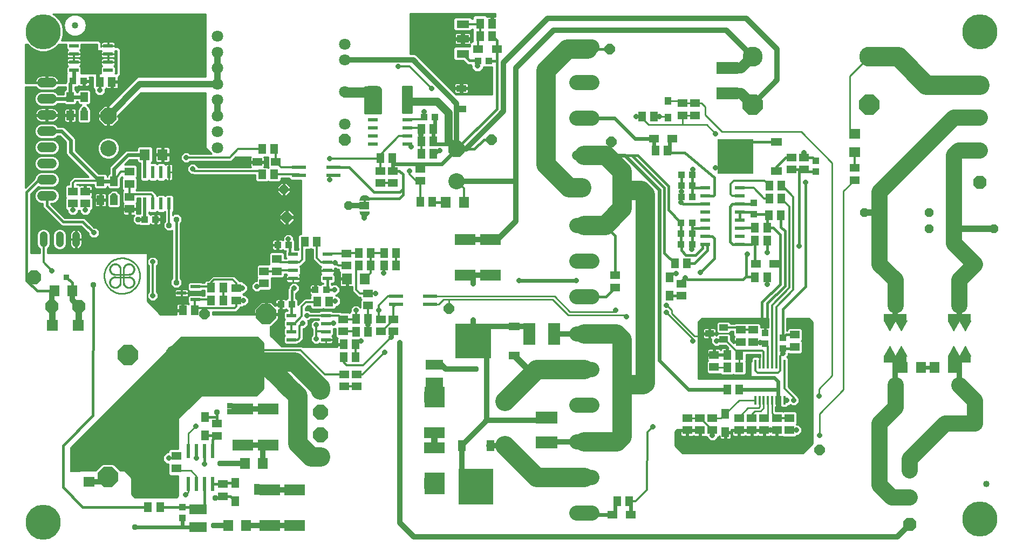
<source format=gbl>
G75*
G70*
%OFA0B0*%
%FSLAX24Y24*%
%IPPOS*%
%LPD*%
%AMOC8*
5,1,8,0,0,1.08239X$1,22.5*
%
%ADD10C,0.1000*%
%ADD11OC8,0.0600*%
%ADD12R,0.0630X0.0710*%
%ADD13OC8,0.0827*%
%ADD14OC8,0.0540*%
%ADD15C,0.0004*%
%ADD16R,0.1417X0.0394*%
%ADD17R,0.0827X0.0827*%
%ADD18C,0.0400*%
%ADD19R,0.0140X0.0560*%
%ADD20R,0.0394X0.0433*%
%ADD21R,0.0591X0.0512*%
%ADD22R,0.2244X0.2165*%
%ADD23R,0.0669X0.0512*%
%ADD24R,0.0433X0.0394*%
%ADD25C,0.0930*%
%ADD26R,0.0512X0.0591*%
%ADD27R,0.0591X0.0472*%
%ADD28C,0.0600*%
%ADD29R,0.1260X0.0709*%
%ADD30R,0.0710X0.0630*%
%ADD31R,0.2165X0.2244*%
%ADD32R,0.0512X0.0669*%
%ADD33R,0.0610X0.0240*%
%ADD34R,0.0472X0.0591*%
%ADD35R,0.0748X0.1339*%
%ADD36R,0.0630X0.0709*%
%ADD37R,0.0709X0.0630*%
%ADD38R,0.1063X0.0630*%
%ADD39R,0.0866X0.0236*%
%ADD40C,0.0100*%
%ADD41C,0.0010*%
%ADD42C,0.1236*%
%ADD43OC8,0.1236*%
%ADD44R,0.1339X0.0748*%
%ADD45OC8,0.0860*%
%ADD46R,0.0354X0.0354*%
%ADD47OC8,0.0650*%
%ADD48R,0.0610X0.0236*%
%ADD49R,0.0220X0.0780*%
%ADD50R,0.0750X0.0450*%
%ADD51R,0.1250X0.2000*%
%ADD52OC8,0.1000*%
%ADD53C,0.0709*%
%ADD54OC8,0.0709*%
%ADD55R,0.0591X0.0394*%
%ADD56OC8,0.0930*%
%ADD57R,0.0551X0.0394*%
%ADD58R,0.0394X0.0472*%
%ADD59R,0.0098X0.0197*%
%ADD60R,0.0197X0.0098*%
%ADD61R,0.0600X0.0500*%
%ADD62C,0.0000*%
%ADD63C,0.0001*%
%ADD64R,0.0100X0.0350*%
%ADD65R,0.0100X0.0200*%
%ADD66R,0.0236X0.0866*%
%ADD67C,0.0480*%
%ADD68R,0.0600X0.0220*%
%ADD69R,0.0709X0.0669*%
%ADD70C,0.0320*%
%ADD71C,0.1200*%
%ADD72C,0.0660*%
%ADD73C,0.0120*%
%ADD74OC8,0.0317*%
%ADD75C,0.1000*%
%ADD76C,0.0400*%
%ADD77C,0.0240*%
%ADD78OC8,0.0357*%
%ADD79C,0.0160*%
%ADD80C,0.0200*%
%ADD81R,0.0317X0.0317*%
%ADD82C,0.0140*%
%ADD83R,0.0357X0.0357*%
%ADD84C,0.2165*%
%ADD85C,0.0500*%
D10*
X029462Y023075D03*
X007937Y025125D03*
X056569Y015411D03*
X060506Y015411D03*
X060506Y010489D03*
X056569Y010489D03*
D11*
X055587Y008125D03*
X061487Y008125D03*
X061487Y017950D03*
X055587Y017950D03*
D12*
X057028Y011575D03*
X058147Y011575D03*
X058978Y011575D03*
X060097Y011575D03*
X029897Y021775D03*
X028778Y021775D03*
D13*
X006114Y015350D03*
X004461Y015350D03*
X057462Y005204D03*
X057462Y003550D03*
X057462Y001896D03*
X061780Y023028D03*
X061780Y024978D03*
X061780Y027028D03*
D14*
X058662Y021150D03*
X058662Y020150D03*
X062662Y020150D03*
X054662Y021150D03*
X022787Y021575D03*
X018787Y022575D03*
D15*
X055854Y014477D02*
X056208Y013847D01*
X056562Y014477D01*
X055854Y014477D01*
X055855Y014476D02*
X056562Y014476D01*
X056563Y014476D02*
X057270Y014476D01*
X057271Y014477D02*
X056917Y013847D01*
X056562Y014477D01*
X057271Y014477D01*
X057269Y014473D02*
X056565Y014473D01*
X056566Y014471D02*
X057268Y014471D01*
X057266Y014469D02*
X056567Y014469D01*
X056569Y014466D02*
X057265Y014466D01*
X057263Y014464D02*
X056570Y014464D01*
X056572Y014461D02*
X057262Y014461D01*
X057261Y014459D02*
X056573Y014459D01*
X056574Y014456D02*
X057259Y014456D01*
X057258Y014454D02*
X056576Y014454D01*
X056577Y014451D02*
X057257Y014451D01*
X057255Y014449D02*
X056578Y014449D01*
X056580Y014447D02*
X057254Y014447D01*
X057252Y014444D02*
X056581Y014444D01*
X056583Y014442D02*
X057251Y014442D01*
X057250Y014439D02*
X056584Y014439D01*
X056585Y014437D02*
X057248Y014437D01*
X057247Y014434D02*
X056587Y014434D01*
X056588Y014432D02*
X057246Y014432D01*
X057244Y014430D02*
X056589Y014430D01*
X056591Y014427D02*
X057243Y014427D01*
X057241Y014425D02*
X056592Y014425D01*
X056593Y014422D02*
X057240Y014422D01*
X057239Y014420D02*
X056595Y014420D01*
X056596Y014417D02*
X057237Y014417D01*
X057236Y014415D02*
X056598Y014415D01*
X056599Y014412D02*
X057235Y014412D01*
X057233Y014410D02*
X056600Y014410D01*
X056602Y014408D02*
X057232Y014408D01*
X057231Y014405D02*
X056603Y014405D01*
X056604Y014403D02*
X057229Y014403D01*
X057228Y014400D02*
X056606Y014400D01*
X056607Y014398D02*
X057226Y014398D01*
X057225Y014395D02*
X056609Y014395D01*
X056610Y014393D02*
X057224Y014393D01*
X057222Y014391D02*
X056611Y014391D01*
X056613Y014388D02*
X057221Y014388D01*
X057220Y014386D02*
X056614Y014386D01*
X056615Y014383D02*
X057218Y014383D01*
X057217Y014381D02*
X056617Y014381D01*
X056618Y014378D02*
X057215Y014378D01*
X057214Y014376D02*
X056620Y014376D01*
X056621Y014373D02*
X057213Y014373D01*
X057211Y014371D02*
X056622Y014371D01*
X056624Y014369D02*
X057210Y014369D01*
X057209Y014366D02*
X056625Y014366D01*
X056626Y014364D02*
X057207Y014364D01*
X057206Y014361D02*
X056628Y014361D01*
X056629Y014359D02*
X057204Y014359D01*
X057203Y014356D02*
X056631Y014356D01*
X056632Y014354D02*
X057202Y014354D01*
X057200Y014352D02*
X056633Y014352D01*
X056635Y014349D02*
X057199Y014349D01*
X057198Y014347D02*
X056636Y014347D01*
X056637Y014344D02*
X057196Y014344D01*
X057195Y014342D02*
X056639Y014342D01*
X056640Y014339D02*
X057193Y014339D01*
X057192Y014337D02*
X056641Y014337D01*
X056643Y014334D02*
X057191Y014334D01*
X057189Y014332D02*
X056644Y014332D01*
X056646Y014330D02*
X057188Y014330D01*
X057187Y014327D02*
X056647Y014327D01*
X056648Y014325D02*
X057185Y014325D01*
X057184Y014322D02*
X056650Y014322D01*
X056651Y014320D02*
X057183Y014320D01*
X057181Y014317D02*
X056652Y014317D01*
X056654Y014315D02*
X057180Y014315D01*
X057178Y014313D02*
X056655Y014313D01*
X056657Y014310D02*
X057177Y014310D01*
X057176Y014308D02*
X056658Y014308D01*
X056659Y014305D02*
X057174Y014305D01*
X057173Y014303D02*
X056661Y014303D01*
X056662Y014300D02*
X057172Y014300D01*
X057170Y014298D02*
X056663Y014298D01*
X056665Y014295D02*
X057169Y014295D01*
X057167Y014293D02*
X056666Y014293D01*
X056668Y014291D02*
X057166Y014291D01*
X057165Y014288D02*
X056669Y014288D01*
X056670Y014286D02*
X057163Y014286D01*
X057162Y014283D02*
X056672Y014283D01*
X056673Y014281D02*
X057161Y014281D01*
X057159Y014278D02*
X056674Y014278D01*
X056676Y014276D02*
X057158Y014276D01*
X057156Y014274D02*
X056677Y014274D01*
X056678Y014271D02*
X057155Y014271D01*
X057154Y014269D02*
X056680Y014269D01*
X056681Y014266D02*
X057152Y014266D01*
X057151Y014264D02*
X056683Y014264D01*
X056684Y014261D02*
X057150Y014261D01*
X057148Y014259D02*
X056685Y014259D01*
X056687Y014256D02*
X057147Y014256D01*
X057146Y014254D02*
X056688Y014254D01*
X056689Y014252D02*
X057144Y014252D01*
X057143Y014249D02*
X056691Y014249D01*
X056692Y014247D02*
X057141Y014247D01*
X057140Y014244D02*
X056694Y014244D01*
X056695Y014242D02*
X057139Y014242D01*
X057137Y014239D02*
X056696Y014239D01*
X056698Y014237D02*
X057136Y014237D01*
X057135Y014235D02*
X056699Y014235D01*
X056700Y014232D02*
X057133Y014232D01*
X057132Y014230D02*
X056702Y014230D01*
X056703Y014227D02*
X057130Y014227D01*
X057129Y014225D02*
X056705Y014225D01*
X056706Y014222D02*
X057128Y014222D01*
X057126Y014220D02*
X056707Y014220D01*
X056709Y014217D02*
X057125Y014217D01*
X057124Y014215D02*
X056710Y014215D01*
X056711Y014213D02*
X057122Y014213D01*
X057121Y014210D02*
X056713Y014210D01*
X056714Y014208D02*
X057119Y014208D01*
X057118Y014205D02*
X056716Y014205D01*
X056717Y014203D02*
X057117Y014203D01*
X057115Y014200D02*
X056718Y014200D01*
X056720Y014198D02*
X057114Y014198D01*
X057113Y014196D02*
X056721Y014196D01*
X056722Y014193D02*
X057111Y014193D01*
X057110Y014191D02*
X056724Y014191D01*
X056725Y014188D02*
X057108Y014188D01*
X057107Y014186D02*
X056726Y014186D01*
X056728Y014183D02*
X057106Y014183D01*
X057104Y014181D02*
X056729Y014181D01*
X056731Y014178D02*
X057103Y014178D01*
X057102Y014176D02*
X056732Y014176D01*
X056733Y014174D02*
X057100Y014174D01*
X057099Y014171D02*
X056735Y014171D01*
X056736Y014169D02*
X057098Y014169D01*
X057096Y014166D02*
X056737Y014166D01*
X056739Y014164D02*
X057095Y014164D01*
X057093Y014161D02*
X056740Y014161D01*
X056742Y014159D02*
X057092Y014159D01*
X057091Y014157D02*
X056743Y014157D01*
X056744Y014154D02*
X057089Y014154D01*
X057088Y014152D02*
X056746Y014152D01*
X056747Y014149D02*
X057087Y014149D01*
X057085Y014147D02*
X056748Y014147D01*
X056750Y014144D02*
X057084Y014144D01*
X057082Y014142D02*
X056751Y014142D01*
X056753Y014139D02*
X057081Y014139D01*
X057080Y014137D02*
X056754Y014137D01*
X056755Y014135D02*
X057078Y014135D01*
X057077Y014132D02*
X056757Y014132D01*
X056758Y014130D02*
X057076Y014130D01*
X057074Y014127D02*
X056759Y014127D01*
X056761Y014125D02*
X057073Y014125D01*
X057071Y014122D02*
X056762Y014122D01*
X056763Y014120D02*
X057070Y014120D01*
X057069Y014118D02*
X056765Y014118D01*
X056766Y014115D02*
X057067Y014115D01*
X057066Y014113D02*
X056768Y014113D01*
X056769Y014110D02*
X057065Y014110D01*
X057063Y014108D02*
X056770Y014108D01*
X056772Y014105D02*
X057062Y014105D01*
X057061Y014103D02*
X056773Y014103D01*
X056774Y014100D02*
X057059Y014100D01*
X057058Y014098D02*
X056776Y014098D01*
X056777Y014096D02*
X057056Y014096D01*
X057055Y014093D02*
X056779Y014093D01*
X056780Y014091D02*
X057054Y014091D01*
X057052Y014088D02*
X056781Y014088D01*
X056783Y014086D02*
X057051Y014086D01*
X057050Y014083D02*
X056784Y014083D01*
X056785Y014081D02*
X057048Y014081D01*
X057047Y014079D02*
X056787Y014079D01*
X056788Y014076D02*
X057045Y014076D01*
X057044Y014074D02*
X056790Y014074D01*
X056791Y014071D02*
X057043Y014071D01*
X057041Y014069D02*
X056792Y014069D01*
X056794Y014066D02*
X057040Y014066D01*
X057039Y014064D02*
X056795Y014064D01*
X056796Y014061D02*
X057037Y014061D01*
X057036Y014059D02*
X056798Y014059D01*
X056799Y014057D02*
X057034Y014057D01*
X057033Y014054D02*
X056801Y014054D01*
X056802Y014052D02*
X057032Y014052D01*
X057030Y014049D02*
X056803Y014049D01*
X056805Y014047D02*
X057029Y014047D01*
X057028Y014044D02*
X056806Y014044D01*
X056807Y014042D02*
X057026Y014042D01*
X057025Y014040D02*
X056809Y014040D01*
X056810Y014037D02*
X057023Y014037D01*
X057022Y014035D02*
X056811Y014035D01*
X056813Y014032D02*
X057021Y014032D01*
X057019Y014030D02*
X056814Y014030D01*
X056816Y014027D02*
X057018Y014027D01*
X057017Y014025D02*
X056817Y014025D01*
X056818Y014022D02*
X057015Y014022D01*
X057014Y014020D02*
X056820Y014020D01*
X056821Y014018D02*
X057013Y014018D01*
X057011Y014015D02*
X056822Y014015D01*
X056824Y014013D02*
X057010Y014013D01*
X057008Y014010D02*
X056825Y014010D01*
X056827Y014008D02*
X057007Y014008D01*
X057006Y014005D02*
X056828Y014005D01*
X056829Y014003D02*
X057004Y014003D01*
X057003Y014001D02*
X056831Y014001D01*
X056832Y013998D02*
X057002Y013998D01*
X057000Y013996D02*
X056833Y013996D01*
X056835Y013993D02*
X056999Y013993D01*
X056997Y013991D02*
X056836Y013991D01*
X056838Y013988D02*
X056996Y013988D01*
X056995Y013986D02*
X056839Y013986D01*
X056840Y013983D02*
X056993Y013983D01*
X056992Y013981D02*
X056842Y013981D01*
X056843Y013979D02*
X056991Y013979D01*
X056989Y013976D02*
X056844Y013976D01*
X056846Y013974D02*
X056988Y013974D01*
X056986Y013971D02*
X056847Y013971D01*
X056848Y013969D02*
X056985Y013969D01*
X056984Y013966D02*
X056850Y013966D01*
X056851Y013964D02*
X056982Y013964D01*
X056981Y013962D02*
X056853Y013962D01*
X056854Y013959D02*
X056980Y013959D01*
X056978Y013957D02*
X056855Y013957D01*
X056857Y013954D02*
X056977Y013954D01*
X056976Y013952D02*
X056858Y013952D01*
X056859Y013949D02*
X056974Y013949D01*
X056973Y013947D02*
X056861Y013947D01*
X056862Y013944D02*
X056971Y013944D01*
X056970Y013942D02*
X056864Y013942D01*
X056865Y013940D02*
X056969Y013940D01*
X056967Y013937D02*
X056866Y013937D01*
X056868Y013935D02*
X056966Y013935D01*
X056965Y013932D02*
X056869Y013932D01*
X056870Y013930D02*
X056963Y013930D01*
X056962Y013927D02*
X056872Y013927D01*
X056873Y013925D02*
X056960Y013925D01*
X056959Y013923D02*
X056875Y013923D01*
X056876Y013920D02*
X056958Y013920D01*
X056956Y013918D02*
X056877Y013918D01*
X056879Y013915D02*
X056955Y013915D01*
X056954Y013913D02*
X056880Y013913D01*
X056881Y013910D02*
X056952Y013910D01*
X056951Y013908D02*
X056883Y013908D01*
X056884Y013905D02*
X056949Y013905D01*
X056948Y013903D02*
X056886Y013903D01*
X056887Y013901D02*
X056947Y013901D01*
X056945Y013898D02*
X056888Y013898D01*
X056890Y013896D02*
X056944Y013896D01*
X056943Y013893D02*
X056891Y013893D01*
X056892Y013891D02*
X056941Y013891D01*
X056940Y013888D02*
X056894Y013888D01*
X056895Y013886D02*
X056938Y013886D01*
X056937Y013884D02*
X056896Y013884D01*
X056898Y013881D02*
X056936Y013881D01*
X056934Y013879D02*
X056899Y013879D01*
X056901Y013876D02*
X056933Y013876D01*
X056932Y013874D02*
X056902Y013874D01*
X056903Y013871D02*
X056930Y013871D01*
X056929Y013869D02*
X056905Y013869D01*
X056906Y013867D02*
X056928Y013867D01*
X056926Y013864D02*
X056907Y013864D01*
X056909Y013862D02*
X056925Y013862D01*
X056923Y013859D02*
X056910Y013859D01*
X056912Y013857D02*
X056922Y013857D01*
X056921Y013854D02*
X056913Y013854D01*
X056914Y013852D02*
X056919Y013852D01*
X056918Y013849D02*
X056916Y013849D01*
X056379Y014152D02*
X056037Y014152D01*
X056036Y014154D02*
X056381Y014154D01*
X056382Y014157D02*
X056034Y014157D01*
X056033Y014159D02*
X056383Y014159D01*
X056385Y014161D02*
X056032Y014161D01*
X056030Y014164D02*
X056386Y014164D01*
X056387Y014166D02*
X056029Y014166D01*
X056027Y014169D02*
X056389Y014169D01*
X056390Y014171D02*
X056026Y014171D01*
X056025Y014174D02*
X056392Y014174D01*
X056393Y014176D02*
X056023Y014176D01*
X056022Y014178D02*
X056394Y014178D01*
X056396Y014181D02*
X056021Y014181D01*
X056019Y014183D02*
X056397Y014183D01*
X056398Y014186D02*
X056018Y014186D01*
X056016Y014188D02*
X056400Y014188D01*
X056401Y014191D02*
X056015Y014191D01*
X056014Y014193D02*
X056403Y014193D01*
X056404Y014196D02*
X056012Y014196D01*
X056011Y014198D02*
X056405Y014198D01*
X056407Y014200D02*
X056010Y014200D01*
X056008Y014203D02*
X056408Y014203D01*
X056409Y014205D02*
X056007Y014205D01*
X056005Y014208D02*
X056411Y014208D01*
X056412Y014210D02*
X056004Y014210D01*
X056003Y014213D02*
X056414Y014213D01*
X056415Y014215D02*
X056001Y014215D01*
X056000Y014217D02*
X056416Y014217D01*
X056418Y014220D02*
X055999Y014220D01*
X055997Y014222D02*
X056419Y014222D01*
X056420Y014225D02*
X055996Y014225D01*
X055995Y014227D02*
X056422Y014227D01*
X056423Y014230D02*
X055993Y014230D01*
X055992Y014232D02*
X056425Y014232D01*
X056426Y014235D02*
X055990Y014235D01*
X055989Y014237D02*
X056427Y014237D01*
X056429Y014239D02*
X055988Y014239D01*
X055986Y014242D02*
X056430Y014242D01*
X056431Y014244D02*
X055985Y014244D01*
X055984Y014247D02*
X056433Y014247D01*
X056434Y014249D02*
X055982Y014249D01*
X055981Y014252D02*
X056435Y014252D01*
X056437Y014254D02*
X055979Y014254D01*
X055978Y014256D02*
X056438Y014256D01*
X056440Y014259D02*
X055977Y014259D01*
X055975Y014261D02*
X056441Y014261D01*
X056442Y014264D02*
X055974Y014264D01*
X055973Y014266D02*
X056444Y014266D01*
X056445Y014269D02*
X055971Y014269D01*
X055970Y014271D02*
X056446Y014271D01*
X056448Y014274D02*
X055968Y014274D01*
X055967Y014276D02*
X056449Y014276D01*
X056451Y014278D02*
X055966Y014278D01*
X055964Y014281D02*
X056452Y014281D01*
X056453Y014283D02*
X055963Y014283D01*
X055962Y014286D02*
X056455Y014286D01*
X056456Y014288D02*
X055960Y014288D01*
X055959Y014291D02*
X056457Y014291D01*
X056459Y014293D02*
X055957Y014293D01*
X055956Y014295D02*
X056460Y014295D01*
X056462Y014298D02*
X055955Y014298D01*
X055953Y014300D02*
X056463Y014300D01*
X056464Y014303D02*
X055952Y014303D01*
X055951Y014305D02*
X056466Y014305D01*
X056467Y014308D02*
X055949Y014308D01*
X055948Y014310D02*
X056468Y014310D01*
X056470Y014313D02*
X055947Y014313D01*
X055945Y014315D02*
X056471Y014315D01*
X056472Y014317D02*
X055944Y014317D01*
X055942Y014320D02*
X056474Y014320D01*
X056475Y014322D02*
X055941Y014322D01*
X055940Y014325D02*
X056477Y014325D01*
X056478Y014327D02*
X055938Y014327D01*
X055937Y014330D02*
X056479Y014330D01*
X056481Y014332D02*
X055936Y014332D01*
X055934Y014334D02*
X056482Y014334D01*
X056483Y014337D02*
X055933Y014337D01*
X055931Y014339D02*
X056485Y014339D01*
X056486Y014342D02*
X055930Y014342D01*
X055929Y014344D02*
X056488Y014344D01*
X056489Y014347D02*
X055927Y014347D01*
X055926Y014349D02*
X056490Y014349D01*
X056492Y014352D02*
X055925Y014352D01*
X055923Y014354D02*
X056493Y014354D01*
X056494Y014356D02*
X055922Y014356D01*
X055920Y014359D02*
X056496Y014359D01*
X056497Y014361D02*
X055919Y014361D01*
X055918Y014364D02*
X056499Y014364D01*
X056500Y014366D02*
X055916Y014366D01*
X055915Y014369D02*
X056501Y014369D01*
X056503Y014371D02*
X055914Y014371D01*
X055912Y014373D02*
X056504Y014373D01*
X056505Y014376D02*
X055911Y014376D01*
X055910Y014378D02*
X056507Y014378D01*
X056508Y014381D02*
X055908Y014381D01*
X055907Y014383D02*
X056510Y014383D01*
X056511Y014386D02*
X055905Y014386D01*
X055904Y014388D02*
X056512Y014388D01*
X056514Y014391D02*
X055903Y014391D01*
X055901Y014393D02*
X056515Y014393D01*
X056516Y014395D02*
X055900Y014395D01*
X055899Y014398D02*
X056518Y014398D01*
X056519Y014400D02*
X055897Y014400D01*
X055896Y014403D02*
X056520Y014403D01*
X056522Y014405D02*
X055894Y014405D01*
X055893Y014408D02*
X056523Y014408D01*
X056525Y014410D02*
X055892Y014410D01*
X055890Y014412D02*
X056526Y014412D01*
X056527Y014415D02*
X055889Y014415D01*
X055888Y014417D02*
X056529Y014417D01*
X056530Y014420D02*
X055886Y014420D01*
X055885Y014422D02*
X056531Y014422D01*
X056533Y014425D02*
X055883Y014425D01*
X055882Y014427D02*
X056534Y014427D01*
X056536Y014430D02*
X055881Y014430D01*
X055879Y014432D02*
X056537Y014432D01*
X056538Y014434D02*
X055878Y014434D01*
X055877Y014437D02*
X056540Y014437D01*
X056541Y014439D02*
X055875Y014439D01*
X055874Y014442D02*
X056542Y014442D01*
X056544Y014444D02*
X055872Y014444D01*
X055871Y014447D02*
X056545Y014447D01*
X056547Y014449D02*
X055870Y014449D01*
X055868Y014451D02*
X056548Y014451D01*
X056549Y014454D02*
X055867Y014454D01*
X055866Y014456D02*
X056551Y014456D01*
X056552Y014459D02*
X055864Y014459D01*
X055863Y014461D02*
X056553Y014461D01*
X056555Y014464D02*
X055862Y014464D01*
X055860Y014466D02*
X056556Y014466D01*
X056557Y014469D02*
X055859Y014469D01*
X055857Y014471D02*
X056559Y014471D01*
X056560Y014473D02*
X055856Y014473D01*
X056038Y014149D02*
X056378Y014149D01*
X056377Y014147D02*
X056040Y014147D01*
X056041Y014144D02*
X056375Y014144D01*
X056374Y014142D02*
X056042Y014142D01*
X056044Y014139D02*
X056372Y014139D01*
X056371Y014137D02*
X056045Y014137D01*
X056047Y014135D02*
X056370Y014135D01*
X056368Y014132D02*
X056048Y014132D01*
X056049Y014130D02*
X056367Y014130D01*
X056366Y014127D02*
X056051Y014127D01*
X056052Y014125D02*
X056364Y014125D01*
X056363Y014122D02*
X056053Y014122D01*
X056055Y014120D02*
X056361Y014120D01*
X056360Y014118D02*
X056056Y014118D01*
X056058Y014115D02*
X056359Y014115D01*
X056357Y014113D02*
X056059Y014113D01*
X056060Y014110D02*
X056356Y014110D01*
X056355Y014108D02*
X056062Y014108D01*
X056063Y014105D02*
X056353Y014105D01*
X056352Y014103D02*
X056064Y014103D01*
X056066Y014100D02*
X056350Y014100D01*
X056349Y014098D02*
X056067Y014098D01*
X056069Y014096D02*
X056348Y014096D01*
X056346Y014093D02*
X056070Y014093D01*
X056071Y014091D02*
X056345Y014091D01*
X056344Y014088D02*
X056073Y014088D01*
X056074Y014086D02*
X056342Y014086D01*
X056341Y014083D02*
X056075Y014083D01*
X056077Y014081D02*
X056340Y014081D01*
X056338Y014079D02*
X056078Y014079D01*
X056080Y014076D02*
X056337Y014076D01*
X056335Y014074D02*
X056081Y014074D01*
X056082Y014071D02*
X056334Y014071D01*
X056333Y014069D02*
X056084Y014069D01*
X056085Y014066D02*
X056331Y014066D01*
X056330Y014064D02*
X056086Y014064D01*
X056088Y014061D02*
X056329Y014061D01*
X056327Y014059D02*
X056089Y014059D01*
X056090Y014057D02*
X056326Y014057D01*
X056324Y014054D02*
X056092Y014054D01*
X056093Y014052D02*
X056323Y014052D01*
X056322Y014049D02*
X056095Y014049D01*
X056096Y014047D02*
X056320Y014047D01*
X056319Y014044D02*
X056097Y014044D01*
X056099Y014042D02*
X056318Y014042D01*
X056316Y014040D02*
X056100Y014040D01*
X056101Y014037D02*
X056315Y014037D01*
X056313Y014035D02*
X056103Y014035D01*
X056104Y014032D02*
X056312Y014032D01*
X056311Y014030D02*
X056106Y014030D01*
X056107Y014027D02*
X056309Y014027D01*
X056308Y014025D02*
X056108Y014025D01*
X056110Y014022D02*
X056307Y014022D01*
X056305Y014020D02*
X056111Y014020D01*
X056112Y014018D02*
X056304Y014018D01*
X056302Y014015D02*
X056114Y014015D01*
X056115Y014013D02*
X056301Y014013D01*
X056300Y014010D02*
X056117Y014010D01*
X056118Y014008D02*
X056298Y014008D01*
X056297Y014005D02*
X056119Y014005D01*
X056121Y014003D02*
X056296Y014003D01*
X056294Y014001D02*
X056122Y014001D01*
X056123Y013998D02*
X056293Y013998D01*
X056292Y013996D02*
X056125Y013996D01*
X056126Y013993D02*
X056290Y013993D01*
X056289Y013991D02*
X056127Y013991D01*
X056129Y013988D02*
X056287Y013988D01*
X056286Y013986D02*
X056130Y013986D01*
X056132Y013983D02*
X056285Y013983D01*
X056283Y013981D02*
X056133Y013981D01*
X056134Y013979D02*
X056282Y013979D01*
X056281Y013976D02*
X056136Y013976D01*
X056137Y013974D02*
X056279Y013974D01*
X056278Y013971D02*
X056138Y013971D01*
X056140Y013969D02*
X056276Y013969D01*
X056275Y013966D02*
X056141Y013966D01*
X056143Y013964D02*
X056274Y013964D01*
X056272Y013962D02*
X056144Y013962D01*
X056145Y013959D02*
X056271Y013959D01*
X056270Y013957D02*
X056147Y013957D01*
X056148Y013954D02*
X056268Y013954D01*
X056267Y013952D02*
X056149Y013952D01*
X056151Y013949D02*
X056265Y013949D01*
X056264Y013947D02*
X056152Y013947D01*
X056154Y013944D02*
X056263Y013944D01*
X056261Y013942D02*
X056155Y013942D01*
X056156Y013940D02*
X056260Y013940D01*
X056259Y013937D02*
X056158Y013937D01*
X056159Y013935D02*
X056257Y013935D01*
X056256Y013932D02*
X056160Y013932D01*
X056162Y013930D02*
X056255Y013930D01*
X056253Y013927D02*
X056163Y013927D01*
X056165Y013925D02*
X056252Y013925D01*
X056250Y013923D02*
X056166Y013923D01*
X056167Y013920D02*
X056249Y013920D01*
X056248Y013918D02*
X056169Y013918D01*
X056170Y013915D02*
X056246Y013915D01*
X056245Y013913D02*
X056171Y013913D01*
X056173Y013910D02*
X056244Y013910D01*
X056242Y013908D02*
X056174Y013908D01*
X056175Y013905D02*
X056241Y013905D01*
X056239Y013903D02*
X056177Y013903D01*
X056178Y013901D02*
X056238Y013901D01*
X056237Y013898D02*
X056180Y013898D01*
X056181Y013896D02*
X056235Y013896D01*
X056234Y013893D02*
X056182Y013893D01*
X056184Y013891D02*
X056233Y013891D01*
X056231Y013888D02*
X056185Y013888D01*
X056186Y013886D02*
X056230Y013886D01*
X056228Y013884D02*
X056188Y013884D01*
X056189Y013881D02*
X056227Y013881D01*
X056226Y013879D02*
X056191Y013879D01*
X056192Y013876D02*
X056224Y013876D01*
X056223Y013874D02*
X056193Y013874D01*
X056195Y013871D02*
X056222Y013871D01*
X056220Y013869D02*
X056196Y013869D01*
X056197Y013867D02*
X056219Y013867D01*
X056217Y013864D02*
X056199Y013864D01*
X056200Y013862D02*
X056216Y013862D01*
X056215Y013859D02*
X056202Y013859D01*
X056203Y013857D02*
X056213Y013857D01*
X056212Y013854D02*
X056204Y013854D01*
X056206Y013852D02*
X056211Y013852D01*
X056209Y013849D02*
X056207Y013849D01*
X056208Y012903D02*
X056562Y012273D01*
X055854Y012273D01*
X056208Y012903D01*
X056207Y012901D02*
X056209Y012901D01*
X056210Y012899D02*
X056206Y012899D01*
X056205Y012896D02*
X056212Y012896D01*
X056213Y012894D02*
X056203Y012894D01*
X056202Y012892D02*
X056214Y012892D01*
X056216Y012889D02*
X056201Y012889D01*
X056199Y012887D02*
X056217Y012887D01*
X056218Y012884D02*
X056198Y012884D01*
X056196Y012882D02*
X056220Y012882D01*
X056221Y012879D02*
X056195Y012879D01*
X056194Y012877D02*
X056223Y012877D01*
X056224Y012875D02*
X056192Y012875D01*
X056191Y012872D02*
X056225Y012872D01*
X056227Y012870D02*
X056190Y012870D01*
X056188Y012867D02*
X056228Y012867D01*
X056229Y012865D02*
X056187Y012865D01*
X056186Y012862D02*
X056231Y012862D01*
X056232Y012860D02*
X056184Y012860D01*
X056183Y012857D02*
X056233Y012857D01*
X056235Y012855D02*
X056181Y012855D01*
X056180Y012853D02*
X056236Y012853D01*
X056238Y012850D02*
X056179Y012850D01*
X056177Y012848D02*
X056239Y012848D01*
X056240Y012845D02*
X056176Y012845D01*
X056175Y012843D02*
X056242Y012843D01*
X056243Y012840D02*
X056173Y012840D01*
X056172Y012838D02*
X056244Y012838D01*
X056246Y012836D02*
X056170Y012836D01*
X056169Y012833D02*
X056247Y012833D01*
X056249Y012831D02*
X056168Y012831D01*
X056166Y012828D02*
X056250Y012828D01*
X056251Y012826D02*
X056165Y012826D01*
X056164Y012823D02*
X056253Y012823D01*
X056254Y012821D02*
X056162Y012821D01*
X056161Y012818D02*
X056255Y012818D01*
X056257Y012816D02*
X056159Y012816D01*
X056158Y012814D02*
X056258Y012814D01*
X056260Y012811D02*
X056157Y012811D01*
X056155Y012809D02*
X056261Y012809D01*
X056262Y012806D02*
X056154Y012806D01*
X056153Y012804D02*
X056264Y012804D01*
X056265Y012801D02*
X056151Y012801D01*
X056150Y012799D02*
X056266Y012799D01*
X056268Y012797D02*
X056149Y012797D01*
X056147Y012794D02*
X056269Y012794D01*
X056271Y012792D02*
X056146Y012792D01*
X056144Y012789D02*
X056272Y012789D01*
X056273Y012787D02*
X056143Y012787D01*
X056142Y012784D02*
X056275Y012784D01*
X056276Y012782D02*
X056140Y012782D01*
X056139Y012779D02*
X056277Y012779D01*
X056279Y012777D02*
X056138Y012777D01*
X056136Y012775D02*
X056280Y012775D01*
X056281Y012772D02*
X056135Y012772D01*
X056133Y012770D02*
X056283Y012770D01*
X056284Y012767D02*
X056132Y012767D01*
X056131Y012765D02*
X056286Y012765D01*
X056287Y012762D02*
X056129Y012762D01*
X056128Y012760D02*
X056288Y012760D01*
X056290Y012758D02*
X056127Y012758D01*
X056125Y012755D02*
X056291Y012755D01*
X056292Y012753D02*
X056124Y012753D01*
X056122Y012750D02*
X056294Y012750D01*
X056295Y012748D02*
X056121Y012748D01*
X056120Y012745D02*
X056297Y012745D01*
X056298Y012743D02*
X056118Y012743D01*
X056117Y012740D02*
X056299Y012740D01*
X056301Y012738D02*
X056116Y012738D01*
X056114Y012736D02*
X056302Y012736D01*
X056303Y012733D02*
X056113Y012733D01*
X056111Y012731D02*
X056305Y012731D01*
X056306Y012728D02*
X056110Y012728D01*
X056109Y012726D02*
X056308Y012726D01*
X056309Y012723D02*
X056107Y012723D01*
X056106Y012721D02*
X056310Y012721D01*
X056312Y012719D02*
X056105Y012719D01*
X056103Y012716D02*
X056313Y012716D01*
X056314Y012714D02*
X056102Y012714D01*
X056101Y012711D02*
X056316Y012711D01*
X056317Y012709D02*
X056099Y012709D01*
X056098Y012706D02*
X056318Y012706D01*
X056320Y012704D02*
X056096Y012704D01*
X056095Y012701D02*
X056321Y012701D01*
X056323Y012699D02*
X056094Y012699D01*
X056092Y012697D02*
X056324Y012697D01*
X056325Y012694D02*
X056091Y012694D01*
X056090Y012692D02*
X056327Y012692D01*
X056328Y012689D02*
X056088Y012689D01*
X056087Y012687D02*
X056329Y012687D01*
X056331Y012684D02*
X056085Y012684D01*
X056084Y012682D02*
X056332Y012682D01*
X056334Y012680D02*
X056083Y012680D01*
X056081Y012677D02*
X056335Y012677D01*
X056336Y012675D02*
X056080Y012675D01*
X056079Y012672D02*
X056338Y012672D01*
X056339Y012670D02*
X056077Y012670D01*
X056076Y012667D02*
X056340Y012667D01*
X056342Y012665D02*
X056074Y012665D01*
X056073Y012662D02*
X056343Y012662D01*
X056345Y012660D02*
X056072Y012660D01*
X056070Y012658D02*
X056346Y012658D01*
X056347Y012655D02*
X056069Y012655D01*
X056068Y012653D02*
X056349Y012653D01*
X056350Y012650D02*
X056066Y012650D01*
X056065Y012648D02*
X056351Y012648D01*
X056353Y012645D02*
X056064Y012645D01*
X056062Y012643D02*
X056354Y012643D01*
X056356Y012641D02*
X056061Y012641D01*
X056059Y012638D02*
X056357Y012638D01*
X056358Y012636D02*
X056058Y012636D01*
X056057Y012633D02*
X056360Y012633D01*
X056361Y012631D02*
X056055Y012631D01*
X056054Y012628D02*
X056362Y012628D01*
X056364Y012626D02*
X056053Y012626D01*
X056051Y012624D02*
X056365Y012624D01*
X056366Y012621D02*
X056050Y012621D01*
X056048Y012619D02*
X056368Y012619D01*
X056369Y012616D02*
X056047Y012616D01*
X056046Y012614D02*
X056371Y012614D01*
X056372Y012611D02*
X056044Y012611D01*
X056043Y012609D02*
X056373Y012609D01*
X056375Y012606D02*
X056042Y012606D01*
X056040Y012604D02*
X056376Y012604D01*
X056377Y012602D02*
X056039Y012602D01*
X056037Y012599D02*
X056379Y012599D01*
X056380Y012597D02*
X056036Y012597D01*
X056035Y012594D02*
X056382Y012594D01*
X056383Y012592D02*
X056033Y012592D01*
X056032Y012589D02*
X056384Y012589D01*
X056386Y012587D02*
X056031Y012587D01*
X056029Y012585D02*
X056387Y012585D01*
X056388Y012582D02*
X056028Y012582D01*
X056026Y012580D02*
X056390Y012580D01*
X056391Y012577D02*
X056025Y012577D01*
X056024Y012575D02*
X056393Y012575D01*
X056394Y012572D02*
X056022Y012572D01*
X056021Y012570D02*
X056395Y012570D01*
X056397Y012567D02*
X056020Y012567D01*
X056018Y012565D02*
X056398Y012565D01*
X056399Y012563D02*
X056017Y012563D01*
X056016Y012560D02*
X056401Y012560D01*
X056402Y012558D02*
X056014Y012558D01*
X056013Y012555D02*
X056403Y012555D01*
X056405Y012553D02*
X056011Y012553D01*
X056010Y012550D02*
X056406Y012550D01*
X056408Y012548D02*
X056009Y012548D01*
X056007Y012546D02*
X056409Y012546D01*
X056410Y012543D02*
X056006Y012543D01*
X056005Y012541D02*
X056412Y012541D01*
X056413Y012538D02*
X056003Y012538D01*
X056002Y012536D02*
X056414Y012536D01*
X056416Y012533D02*
X056000Y012533D01*
X055999Y012531D02*
X056417Y012531D01*
X056419Y012528D02*
X055998Y012528D01*
X055996Y012526D02*
X056420Y012526D01*
X056421Y012524D02*
X055995Y012524D01*
X055994Y012521D02*
X056423Y012521D01*
X056424Y012519D02*
X055992Y012519D01*
X055991Y012516D02*
X056425Y012516D01*
X056427Y012514D02*
X055989Y012514D01*
X055988Y012511D02*
X056428Y012511D01*
X056430Y012509D02*
X055987Y012509D01*
X055985Y012507D02*
X056431Y012507D01*
X056432Y012504D02*
X055984Y012504D01*
X055983Y012502D02*
X056434Y012502D01*
X056435Y012499D02*
X055981Y012499D01*
X055980Y012497D02*
X056436Y012497D01*
X056438Y012494D02*
X055979Y012494D01*
X055977Y012492D02*
X056439Y012492D01*
X056441Y012489D02*
X055976Y012489D01*
X055974Y012487D02*
X056442Y012487D01*
X056443Y012485D02*
X055973Y012485D01*
X055972Y012482D02*
X056445Y012482D01*
X056446Y012480D02*
X055970Y012480D01*
X055969Y012477D02*
X056447Y012477D01*
X056449Y012475D02*
X055968Y012475D01*
X055966Y012472D02*
X056450Y012472D01*
X056451Y012470D02*
X055965Y012470D01*
X055963Y012468D02*
X056453Y012468D01*
X056454Y012465D02*
X055962Y012465D01*
X055961Y012463D02*
X056456Y012463D01*
X056457Y012460D02*
X055959Y012460D01*
X055958Y012458D02*
X056458Y012458D01*
X056460Y012455D02*
X055957Y012455D01*
X055955Y012453D02*
X056461Y012453D01*
X056462Y012450D02*
X055954Y012450D01*
X055952Y012448D02*
X056464Y012448D01*
X056465Y012446D02*
X055951Y012446D01*
X055950Y012443D02*
X056467Y012443D01*
X056468Y012441D02*
X055948Y012441D01*
X055947Y012438D02*
X056469Y012438D01*
X056471Y012436D02*
X055946Y012436D01*
X055944Y012433D02*
X056472Y012433D01*
X056473Y012431D02*
X055943Y012431D01*
X055941Y012429D02*
X056475Y012429D01*
X056476Y012426D02*
X055940Y012426D01*
X055939Y012424D02*
X056478Y012424D01*
X056479Y012421D02*
X055937Y012421D01*
X055936Y012419D02*
X056480Y012419D01*
X056482Y012416D02*
X055935Y012416D01*
X055933Y012414D02*
X056483Y012414D01*
X056484Y012411D02*
X055932Y012411D01*
X055931Y012409D02*
X056486Y012409D01*
X056487Y012407D02*
X055929Y012407D01*
X055928Y012404D02*
X056488Y012404D01*
X056490Y012402D02*
X055926Y012402D01*
X055925Y012399D02*
X056491Y012399D01*
X056493Y012397D02*
X055924Y012397D01*
X055922Y012394D02*
X056494Y012394D01*
X056495Y012392D02*
X055921Y012392D01*
X055920Y012390D02*
X056497Y012390D01*
X056498Y012387D02*
X055918Y012387D01*
X055917Y012385D02*
X056499Y012385D01*
X056501Y012382D02*
X055915Y012382D01*
X055914Y012380D02*
X056502Y012380D01*
X056504Y012377D02*
X055913Y012377D01*
X055911Y012375D02*
X056505Y012375D01*
X056506Y012372D02*
X055910Y012372D01*
X055909Y012370D02*
X056508Y012370D01*
X056509Y012368D02*
X055907Y012368D01*
X055906Y012365D02*
X056510Y012365D01*
X056512Y012363D02*
X055904Y012363D01*
X055903Y012360D02*
X056513Y012360D01*
X056515Y012358D02*
X055902Y012358D01*
X055900Y012355D02*
X056516Y012355D01*
X056517Y012353D02*
X055899Y012353D01*
X055898Y012351D02*
X056519Y012351D01*
X056520Y012348D02*
X055896Y012348D01*
X055895Y012346D02*
X056521Y012346D01*
X056523Y012343D02*
X055894Y012343D01*
X055892Y012341D02*
X056524Y012341D01*
X056526Y012338D02*
X055891Y012338D01*
X055889Y012336D02*
X056527Y012336D01*
X056528Y012333D02*
X055888Y012333D01*
X055887Y012331D02*
X056530Y012331D01*
X056531Y012329D02*
X055885Y012329D01*
X055884Y012326D02*
X056532Y012326D01*
X056534Y012324D02*
X055883Y012324D01*
X055881Y012321D02*
X056535Y012321D01*
X056536Y012319D02*
X055880Y012319D01*
X055878Y012316D02*
X056538Y012316D01*
X056539Y012314D02*
X055877Y012314D01*
X055876Y012312D02*
X056541Y012312D01*
X056542Y012309D02*
X055874Y012309D01*
X055873Y012307D02*
X056543Y012307D01*
X056545Y012304D02*
X055872Y012304D01*
X055870Y012302D02*
X056546Y012302D01*
X056547Y012299D02*
X055869Y012299D01*
X055867Y012297D02*
X056549Y012297D01*
X056550Y012294D02*
X055866Y012294D01*
X055865Y012292D02*
X056552Y012292D01*
X056553Y012290D02*
X055863Y012290D01*
X055862Y012287D02*
X056554Y012287D01*
X056556Y012285D02*
X055861Y012285D01*
X055859Y012282D02*
X056557Y012282D01*
X056558Y012280D02*
X055858Y012280D01*
X055856Y012277D02*
X056560Y012277D01*
X056561Y012275D02*
X055855Y012275D01*
X056562Y012273D02*
X056917Y012903D01*
X057271Y012273D01*
X056562Y012273D01*
X056564Y012275D02*
X057270Y012275D01*
X057268Y012277D02*
X056565Y012277D01*
X056567Y012280D02*
X057267Y012280D01*
X057266Y012282D02*
X056568Y012282D01*
X056569Y012285D02*
X057264Y012285D01*
X057263Y012287D02*
X056571Y012287D01*
X056572Y012290D02*
X057262Y012290D01*
X057260Y012292D02*
X056573Y012292D01*
X056575Y012294D02*
X057259Y012294D01*
X057257Y012297D02*
X056576Y012297D01*
X056577Y012299D02*
X057256Y012299D01*
X057255Y012302D02*
X056579Y012302D01*
X056580Y012304D02*
X057253Y012304D01*
X057252Y012307D02*
X056582Y012307D01*
X056583Y012309D02*
X057251Y012309D01*
X057249Y012312D02*
X056584Y012312D01*
X056586Y012314D02*
X057248Y012314D01*
X057247Y012316D02*
X056587Y012316D01*
X056588Y012319D02*
X057245Y012319D01*
X057244Y012321D02*
X056590Y012321D01*
X056591Y012324D02*
X057242Y012324D01*
X057241Y012326D02*
X056593Y012326D01*
X056594Y012329D02*
X057240Y012329D01*
X057238Y012331D02*
X056595Y012331D01*
X056597Y012333D02*
X057237Y012333D01*
X057236Y012336D02*
X056598Y012336D01*
X056599Y012338D02*
X057234Y012338D01*
X057233Y012341D02*
X056601Y012341D01*
X056602Y012343D02*
X057231Y012343D01*
X057230Y012346D02*
X056604Y012346D01*
X056605Y012348D02*
X057229Y012348D01*
X057227Y012351D02*
X056606Y012351D01*
X056608Y012353D02*
X057226Y012353D01*
X057225Y012355D02*
X056609Y012355D01*
X056610Y012358D02*
X057223Y012358D01*
X057222Y012360D02*
X056612Y012360D01*
X056613Y012363D02*
X057220Y012363D01*
X057219Y012365D02*
X056615Y012365D01*
X056616Y012368D02*
X057218Y012368D01*
X057216Y012370D02*
X056617Y012370D01*
X056619Y012372D02*
X057215Y012372D01*
X057214Y012375D02*
X056620Y012375D01*
X056621Y012377D02*
X057212Y012377D01*
X057211Y012380D02*
X056623Y012380D01*
X056624Y012382D02*
X057209Y012382D01*
X057208Y012385D02*
X056625Y012385D01*
X056627Y012387D02*
X057207Y012387D01*
X057205Y012390D02*
X056628Y012390D01*
X056630Y012392D02*
X057204Y012392D01*
X057203Y012394D02*
X056631Y012394D01*
X056632Y012397D02*
X057201Y012397D01*
X057200Y012399D02*
X056634Y012399D01*
X056635Y012402D02*
X057199Y012402D01*
X057197Y012404D02*
X056636Y012404D01*
X056638Y012407D02*
X057196Y012407D01*
X057194Y012409D02*
X056639Y012409D01*
X056641Y012411D02*
X057193Y012411D01*
X057192Y012414D02*
X056642Y012414D01*
X056643Y012416D02*
X057190Y012416D01*
X057189Y012419D02*
X056645Y012419D01*
X056646Y012421D02*
X057188Y012421D01*
X057186Y012424D02*
X056647Y012424D01*
X056649Y012426D02*
X057185Y012426D01*
X057183Y012429D02*
X056650Y012429D01*
X056652Y012431D02*
X057182Y012431D01*
X057181Y012433D02*
X056653Y012433D01*
X056654Y012436D02*
X057179Y012436D01*
X057178Y012438D02*
X056656Y012438D01*
X056657Y012441D02*
X057177Y012441D01*
X057175Y012443D02*
X056658Y012443D01*
X056660Y012446D02*
X057174Y012446D01*
X057172Y012448D02*
X056661Y012448D01*
X056662Y012450D02*
X057171Y012450D01*
X057170Y012453D02*
X056664Y012453D01*
X056665Y012455D02*
X057168Y012455D01*
X057167Y012458D02*
X056667Y012458D01*
X056668Y012460D02*
X057166Y012460D01*
X057164Y012463D02*
X056669Y012463D01*
X056671Y012465D02*
X057163Y012465D01*
X057162Y012468D02*
X056672Y012468D01*
X056673Y012470D02*
X057160Y012470D01*
X057159Y012472D02*
X056675Y012472D01*
X056676Y012475D02*
X057157Y012475D01*
X057156Y012477D02*
X056678Y012477D01*
X056679Y012480D02*
X057155Y012480D01*
X057153Y012482D02*
X056680Y012482D01*
X056682Y012485D02*
X057152Y012485D01*
X057151Y012487D02*
X056683Y012487D01*
X056684Y012489D02*
X057149Y012489D01*
X057148Y012492D02*
X056686Y012492D01*
X056687Y012494D02*
X057146Y012494D01*
X057145Y012497D02*
X056689Y012497D01*
X056690Y012499D02*
X057144Y012499D01*
X057142Y012502D02*
X056691Y012502D01*
X056693Y012504D02*
X057141Y012504D01*
X057140Y012507D02*
X056694Y012507D01*
X056695Y012509D02*
X057138Y012509D01*
X057137Y012511D02*
X056697Y012511D01*
X056698Y012514D02*
X057135Y012514D01*
X057134Y012516D02*
X056700Y012516D01*
X056701Y012519D02*
X057133Y012519D01*
X057131Y012521D02*
X056702Y012521D01*
X056704Y012524D02*
X057130Y012524D01*
X057129Y012526D02*
X056705Y012526D01*
X056706Y012528D02*
X057127Y012528D01*
X057126Y012531D02*
X056708Y012531D01*
X056709Y012533D02*
X057124Y012533D01*
X057123Y012536D02*
X056710Y012536D01*
X056712Y012538D02*
X057122Y012538D01*
X057120Y012541D02*
X056713Y012541D01*
X056715Y012543D02*
X057119Y012543D01*
X057118Y012546D02*
X056716Y012546D01*
X056717Y012548D02*
X057116Y012548D01*
X057115Y012550D02*
X056719Y012550D01*
X056720Y012553D02*
X057114Y012553D01*
X057112Y012555D02*
X056721Y012555D01*
X056723Y012558D02*
X057111Y012558D01*
X057109Y012560D02*
X056724Y012560D01*
X056726Y012563D02*
X057108Y012563D01*
X057107Y012565D02*
X056727Y012565D01*
X056728Y012567D02*
X057105Y012567D01*
X057104Y012570D02*
X056730Y012570D01*
X056731Y012572D02*
X057103Y012572D01*
X057101Y012575D02*
X056732Y012575D01*
X056734Y012577D02*
X057100Y012577D01*
X057098Y012580D02*
X056735Y012580D01*
X056737Y012582D02*
X057097Y012582D01*
X057096Y012585D02*
X056738Y012585D01*
X056739Y012587D02*
X057094Y012587D01*
X057093Y012589D02*
X056741Y012589D01*
X056742Y012592D02*
X057092Y012592D01*
X057090Y012594D02*
X056743Y012594D01*
X056745Y012597D02*
X057089Y012597D01*
X057087Y012599D02*
X056746Y012599D01*
X056747Y012602D02*
X057086Y012602D01*
X057085Y012604D02*
X056749Y012604D01*
X056750Y012606D02*
X057083Y012606D01*
X057082Y012609D02*
X056752Y012609D01*
X056753Y012611D02*
X057081Y012611D01*
X057079Y012614D02*
X056754Y012614D01*
X056756Y012616D02*
X057078Y012616D01*
X057077Y012619D02*
X056757Y012619D01*
X056758Y012621D02*
X057075Y012621D01*
X057074Y012624D02*
X056760Y012624D01*
X056761Y012626D02*
X057072Y012626D01*
X057071Y012628D02*
X056763Y012628D01*
X056764Y012631D02*
X057070Y012631D01*
X057068Y012633D02*
X056765Y012633D01*
X056767Y012636D02*
X057067Y012636D01*
X057066Y012638D02*
X056768Y012638D01*
X056769Y012641D02*
X057064Y012641D01*
X057063Y012643D02*
X056771Y012643D01*
X056772Y012645D02*
X057061Y012645D01*
X057060Y012648D02*
X056774Y012648D01*
X056775Y012650D02*
X057059Y012650D01*
X057057Y012653D02*
X056776Y012653D01*
X056778Y012655D02*
X057056Y012655D01*
X057055Y012658D02*
X056779Y012658D01*
X056780Y012660D02*
X057053Y012660D01*
X057052Y012662D02*
X056782Y012662D01*
X056783Y012665D02*
X057050Y012665D01*
X057049Y012667D02*
X056785Y012667D01*
X056786Y012670D02*
X057048Y012670D01*
X057046Y012672D02*
X056787Y012672D01*
X056789Y012675D02*
X057045Y012675D01*
X057044Y012677D02*
X056790Y012677D01*
X056791Y012680D02*
X057042Y012680D01*
X057041Y012682D02*
X056793Y012682D01*
X056794Y012684D02*
X057039Y012684D01*
X057038Y012687D02*
X056795Y012687D01*
X056797Y012689D02*
X057037Y012689D01*
X057035Y012692D02*
X056798Y012692D01*
X056800Y012694D02*
X057034Y012694D01*
X057033Y012697D02*
X056801Y012697D01*
X056802Y012699D02*
X057031Y012699D01*
X057030Y012701D02*
X056804Y012701D01*
X056805Y012704D02*
X057029Y012704D01*
X057027Y012706D02*
X056806Y012706D01*
X056808Y012709D02*
X057026Y012709D01*
X057024Y012711D02*
X056809Y012711D01*
X056811Y012714D02*
X057023Y012714D01*
X057022Y012716D02*
X056812Y012716D01*
X056813Y012719D02*
X057020Y012719D01*
X057019Y012721D02*
X056815Y012721D01*
X056816Y012723D02*
X057018Y012723D01*
X057016Y012726D02*
X056817Y012726D01*
X056819Y012728D02*
X057015Y012728D01*
X057013Y012731D02*
X056820Y012731D01*
X056822Y012733D02*
X057012Y012733D01*
X057011Y012736D02*
X056823Y012736D01*
X056824Y012738D02*
X057009Y012738D01*
X057008Y012740D02*
X056826Y012740D01*
X056827Y012743D02*
X057007Y012743D01*
X057005Y012745D02*
X056828Y012745D01*
X056830Y012748D02*
X057004Y012748D01*
X057002Y012750D02*
X056831Y012750D01*
X056832Y012753D02*
X057001Y012753D01*
X057000Y012755D02*
X056834Y012755D01*
X056835Y012758D02*
X056998Y012758D01*
X056997Y012760D02*
X056837Y012760D01*
X056838Y012762D02*
X056996Y012762D01*
X056994Y012765D02*
X056839Y012765D01*
X056841Y012767D02*
X056993Y012767D01*
X056992Y012770D02*
X056842Y012770D01*
X056843Y012772D02*
X056990Y012772D01*
X056989Y012775D02*
X056845Y012775D01*
X056846Y012777D02*
X056987Y012777D01*
X056986Y012779D02*
X056848Y012779D01*
X056849Y012782D02*
X056985Y012782D01*
X056983Y012784D02*
X056850Y012784D01*
X056852Y012787D02*
X056982Y012787D01*
X056981Y012789D02*
X056853Y012789D01*
X056854Y012792D02*
X056979Y012792D01*
X056978Y012794D02*
X056856Y012794D01*
X056857Y012797D02*
X056976Y012797D01*
X056975Y012799D02*
X056859Y012799D01*
X056860Y012801D02*
X056974Y012801D01*
X056972Y012804D02*
X056861Y012804D01*
X056863Y012806D02*
X056971Y012806D01*
X056970Y012809D02*
X056864Y012809D01*
X056865Y012811D02*
X056968Y012811D01*
X056967Y012814D02*
X056867Y012814D01*
X056868Y012816D02*
X056965Y012816D01*
X056964Y012818D02*
X056870Y012818D01*
X056871Y012821D02*
X056963Y012821D01*
X056961Y012823D02*
X056872Y012823D01*
X056874Y012826D02*
X056960Y012826D01*
X056959Y012828D02*
X056875Y012828D01*
X056876Y012831D02*
X056957Y012831D01*
X056956Y012833D02*
X056878Y012833D01*
X056879Y012836D02*
X056954Y012836D01*
X056953Y012838D02*
X056880Y012838D01*
X056882Y012840D02*
X056952Y012840D01*
X056950Y012843D02*
X056883Y012843D01*
X056885Y012845D02*
X056949Y012845D01*
X056948Y012848D02*
X056886Y012848D01*
X056887Y012850D02*
X056946Y012850D01*
X056945Y012853D02*
X056889Y012853D01*
X056890Y012855D02*
X056944Y012855D01*
X056942Y012857D02*
X056891Y012857D01*
X056893Y012860D02*
X056941Y012860D01*
X056939Y012862D02*
X056894Y012862D01*
X056896Y012865D02*
X056938Y012865D01*
X056937Y012867D02*
X056897Y012867D01*
X056898Y012870D02*
X056935Y012870D01*
X056934Y012872D02*
X056900Y012872D01*
X056901Y012875D02*
X056933Y012875D01*
X056931Y012877D02*
X056902Y012877D01*
X056904Y012879D02*
X056930Y012879D01*
X056928Y012882D02*
X056905Y012882D01*
X056907Y012884D02*
X056927Y012884D01*
X056926Y012887D02*
X056908Y012887D01*
X056909Y012889D02*
X056924Y012889D01*
X056923Y012892D02*
X056911Y012892D01*
X056912Y012894D02*
X056922Y012894D01*
X056920Y012896D02*
X056913Y012896D01*
X056915Y012899D02*
X056919Y012899D01*
X056917Y012901D02*
X056916Y012901D01*
X059804Y012273D02*
X060158Y012903D01*
X060512Y012273D01*
X059804Y012273D01*
X059805Y012275D02*
X060511Y012275D01*
X060510Y012277D02*
X059806Y012277D01*
X059808Y012280D02*
X060508Y012280D01*
X060507Y012282D02*
X059809Y012282D01*
X059811Y012285D02*
X060506Y012285D01*
X060504Y012287D02*
X059812Y012287D01*
X059813Y012290D02*
X060503Y012290D01*
X060502Y012292D02*
X059815Y012292D01*
X059816Y012294D02*
X060500Y012294D01*
X060499Y012297D02*
X059817Y012297D01*
X059819Y012299D02*
X060497Y012299D01*
X060496Y012302D02*
X059820Y012302D01*
X059822Y012304D02*
X060495Y012304D01*
X060493Y012307D02*
X059823Y012307D01*
X059824Y012309D02*
X060492Y012309D01*
X060491Y012312D02*
X059826Y012312D01*
X059827Y012314D02*
X060489Y012314D01*
X060488Y012316D02*
X059828Y012316D01*
X059830Y012319D02*
X060486Y012319D01*
X060485Y012321D02*
X059831Y012321D01*
X059833Y012324D02*
X060484Y012324D01*
X060482Y012326D02*
X059834Y012326D01*
X059835Y012329D02*
X060481Y012329D01*
X060480Y012331D02*
X059837Y012331D01*
X059838Y012333D02*
X060478Y012333D01*
X060477Y012336D02*
X059839Y012336D01*
X059841Y012338D02*
X060476Y012338D01*
X060474Y012341D02*
X059842Y012341D01*
X059844Y012343D02*
X060473Y012343D01*
X060471Y012346D02*
X059845Y012346D01*
X059846Y012348D02*
X060470Y012348D01*
X060469Y012351D02*
X059848Y012351D01*
X059849Y012353D02*
X060467Y012353D01*
X060466Y012355D02*
X059850Y012355D01*
X059852Y012358D02*
X060465Y012358D01*
X060463Y012360D02*
X059853Y012360D01*
X059854Y012363D02*
X060462Y012363D01*
X060460Y012365D02*
X059856Y012365D01*
X059857Y012368D02*
X060459Y012368D01*
X060458Y012370D02*
X059859Y012370D01*
X059860Y012372D02*
X060456Y012372D01*
X060455Y012375D02*
X059861Y012375D01*
X059863Y012377D02*
X060454Y012377D01*
X060452Y012380D02*
X059864Y012380D01*
X059865Y012382D02*
X060451Y012382D01*
X060449Y012385D02*
X059867Y012385D01*
X059868Y012387D02*
X060448Y012387D01*
X060447Y012390D02*
X059870Y012390D01*
X059871Y012392D02*
X060445Y012392D01*
X060444Y012394D02*
X059872Y012394D01*
X059874Y012397D02*
X060443Y012397D01*
X060441Y012399D02*
X059875Y012399D01*
X059876Y012402D02*
X060440Y012402D01*
X060438Y012404D02*
X059878Y012404D01*
X059879Y012407D02*
X060437Y012407D01*
X060436Y012409D02*
X059881Y012409D01*
X059882Y012411D02*
X060434Y012411D01*
X060433Y012414D02*
X059883Y012414D01*
X059885Y012416D02*
X060432Y012416D01*
X060430Y012419D02*
X059886Y012419D01*
X059887Y012421D02*
X060429Y012421D01*
X060428Y012424D02*
X059889Y012424D01*
X059890Y012426D02*
X060426Y012426D01*
X060425Y012429D02*
X059891Y012429D01*
X059893Y012431D02*
X060423Y012431D01*
X060422Y012433D02*
X059894Y012433D01*
X059896Y012436D02*
X060421Y012436D01*
X060419Y012438D02*
X059897Y012438D01*
X059898Y012441D02*
X060418Y012441D01*
X060417Y012443D02*
X059900Y012443D01*
X059901Y012446D02*
X060415Y012446D01*
X060414Y012448D02*
X059902Y012448D01*
X059904Y012450D02*
X060412Y012450D01*
X060411Y012453D02*
X059905Y012453D01*
X059907Y012455D02*
X060410Y012455D01*
X060408Y012458D02*
X059908Y012458D01*
X059909Y012460D02*
X060407Y012460D01*
X060406Y012463D02*
X059911Y012463D01*
X059912Y012465D02*
X060404Y012465D01*
X060403Y012468D02*
X059913Y012468D01*
X059915Y012470D02*
X060401Y012470D01*
X060400Y012472D02*
X059916Y012472D01*
X059918Y012475D02*
X060399Y012475D01*
X060397Y012477D02*
X059919Y012477D01*
X059920Y012480D02*
X060396Y012480D01*
X060395Y012482D02*
X059922Y012482D01*
X059923Y012485D02*
X060393Y012485D01*
X060392Y012487D02*
X059924Y012487D01*
X059926Y012489D02*
X060391Y012489D01*
X060389Y012492D02*
X059927Y012492D01*
X059929Y012494D02*
X060388Y012494D01*
X060386Y012497D02*
X059930Y012497D01*
X059931Y012499D02*
X060385Y012499D01*
X060384Y012502D02*
X059933Y012502D01*
X059934Y012504D02*
X060382Y012504D01*
X060381Y012507D02*
X059935Y012507D01*
X059937Y012509D02*
X060380Y012509D01*
X060378Y012511D02*
X059938Y012511D01*
X059939Y012514D02*
X060377Y012514D01*
X060375Y012516D02*
X059941Y012516D01*
X059942Y012519D02*
X060374Y012519D01*
X060373Y012521D02*
X059944Y012521D01*
X059945Y012524D02*
X060371Y012524D01*
X060370Y012526D02*
X059946Y012526D01*
X059948Y012528D02*
X060369Y012528D01*
X060367Y012531D02*
X059949Y012531D01*
X059950Y012533D02*
X060366Y012533D01*
X060364Y012536D02*
X059952Y012536D01*
X059953Y012538D02*
X060363Y012538D01*
X060362Y012541D02*
X059955Y012541D01*
X059956Y012543D02*
X060360Y012543D01*
X060359Y012546D02*
X059957Y012546D01*
X059959Y012548D02*
X060358Y012548D01*
X060356Y012550D02*
X059960Y012550D01*
X059961Y012553D02*
X060355Y012553D01*
X060353Y012555D02*
X059963Y012555D01*
X059964Y012558D02*
X060352Y012558D01*
X060351Y012560D02*
X059966Y012560D01*
X059967Y012563D02*
X060349Y012563D01*
X060348Y012565D02*
X059968Y012565D01*
X059970Y012567D02*
X060347Y012567D01*
X060345Y012570D02*
X059971Y012570D01*
X059972Y012572D02*
X060344Y012572D01*
X060343Y012575D02*
X059974Y012575D01*
X059975Y012577D02*
X060341Y012577D01*
X060340Y012580D02*
X059976Y012580D01*
X059978Y012582D02*
X060338Y012582D01*
X060337Y012585D02*
X059979Y012585D01*
X059981Y012587D02*
X060336Y012587D01*
X060334Y012589D02*
X059982Y012589D01*
X059983Y012592D02*
X060333Y012592D01*
X060332Y012594D02*
X059985Y012594D01*
X059986Y012597D02*
X060330Y012597D01*
X060329Y012599D02*
X059987Y012599D01*
X059989Y012602D02*
X060327Y012602D01*
X060326Y012604D02*
X059990Y012604D01*
X059992Y012606D02*
X060325Y012606D01*
X060323Y012609D02*
X059993Y012609D01*
X059994Y012611D02*
X060322Y012611D01*
X060321Y012614D02*
X059996Y012614D01*
X059997Y012616D02*
X060319Y012616D01*
X060318Y012619D02*
X059998Y012619D01*
X060000Y012621D02*
X060316Y012621D01*
X060315Y012624D02*
X060001Y012624D01*
X060003Y012626D02*
X060314Y012626D01*
X060312Y012628D02*
X060004Y012628D01*
X060005Y012631D02*
X060311Y012631D01*
X060310Y012633D02*
X060007Y012633D01*
X060008Y012636D02*
X060308Y012636D01*
X060307Y012638D02*
X060009Y012638D01*
X060011Y012641D02*
X060306Y012641D01*
X060304Y012643D02*
X060012Y012643D01*
X060014Y012645D02*
X060303Y012645D01*
X060301Y012648D02*
X060015Y012648D01*
X060016Y012650D02*
X060300Y012650D01*
X060299Y012653D02*
X060018Y012653D01*
X060019Y012655D02*
X060297Y012655D01*
X060296Y012658D02*
X060020Y012658D01*
X060022Y012660D02*
X060295Y012660D01*
X060293Y012662D02*
X060023Y012662D01*
X060024Y012665D02*
X060292Y012665D01*
X060290Y012667D02*
X060026Y012667D01*
X060027Y012670D02*
X060289Y012670D01*
X060288Y012672D02*
X060029Y012672D01*
X060030Y012675D02*
X060286Y012675D01*
X060285Y012677D02*
X060031Y012677D01*
X060033Y012680D02*
X060284Y012680D01*
X060282Y012682D02*
X060034Y012682D01*
X060035Y012684D02*
X060281Y012684D01*
X060279Y012687D02*
X060037Y012687D01*
X060038Y012689D02*
X060278Y012689D01*
X060277Y012692D02*
X060040Y012692D01*
X060041Y012694D02*
X060275Y012694D01*
X060274Y012697D02*
X060042Y012697D01*
X060044Y012699D02*
X060273Y012699D01*
X060271Y012701D02*
X060045Y012701D01*
X060046Y012704D02*
X060270Y012704D01*
X060268Y012706D02*
X060048Y012706D01*
X060049Y012709D02*
X060267Y012709D01*
X060266Y012711D02*
X060051Y012711D01*
X060052Y012714D02*
X060264Y012714D01*
X060263Y012716D02*
X060053Y012716D01*
X060055Y012719D02*
X060262Y012719D01*
X060260Y012721D02*
X060056Y012721D01*
X060057Y012723D02*
X060259Y012723D01*
X060258Y012726D02*
X060059Y012726D01*
X060060Y012728D02*
X060256Y012728D01*
X060255Y012731D02*
X060061Y012731D01*
X060063Y012733D02*
X060253Y012733D01*
X060252Y012736D02*
X060064Y012736D01*
X060066Y012738D02*
X060251Y012738D01*
X060249Y012740D02*
X060067Y012740D01*
X060068Y012743D02*
X060248Y012743D01*
X060247Y012745D02*
X060070Y012745D01*
X060071Y012748D02*
X060245Y012748D01*
X060244Y012750D02*
X060072Y012750D01*
X060074Y012753D02*
X060242Y012753D01*
X060241Y012755D02*
X060075Y012755D01*
X060077Y012758D02*
X060240Y012758D01*
X060238Y012760D02*
X060078Y012760D01*
X060079Y012762D02*
X060237Y012762D01*
X060236Y012765D02*
X060081Y012765D01*
X060082Y012767D02*
X060234Y012767D01*
X060233Y012770D02*
X060083Y012770D01*
X060085Y012772D02*
X060231Y012772D01*
X060230Y012775D02*
X060086Y012775D01*
X060088Y012777D02*
X060229Y012777D01*
X060227Y012779D02*
X060089Y012779D01*
X060090Y012782D02*
X060226Y012782D01*
X060225Y012784D02*
X060092Y012784D01*
X060093Y012787D02*
X060223Y012787D01*
X060222Y012789D02*
X060094Y012789D01*
X060096Y012792D02*
X060221Y012792D01*
X060219Y012794D02*
X060097Y012794D01*
X060099Y012797D02*
X060218Y012797D01*
X060216Y012799D02*
X060100Y012799D01*
X060101Y012801D02*
X060215Y012801D01*
X060214Y012804D02*
X060103Y012804D01*
X060104Y012806D02*
X060212Y012806D01*
X060211Y012809D02*
X060105Y012809D01*
X060107Y012811D02*
X060210Y012811D01*
X060208Y012814D02*
X060108Y012814D01*
X060109Y012816D02*
X060207Y012816D01*
X060205Y012818D02*
X060111Y012818D01*
X060112Y012821D02*
X060204Y012821D01*
X060203Y012823D02*
X060114Y012823D01*
X060115Y012826D02*
X060201Y012826D01*
X060200Y012828D02*
X060116Y012828D01*
X060118Y012831D02*
X060199Y012831D01*
X060197Y012833D02*
X060119Y012833D01*
X060120Y012836D02*
X060196Y012836D01*
X060194Y012838D02*
X060122Y012838D01*
X060123Y012840D02*
X060193Y012840D01*
X060192Y012843D02*
X060125Y012843D01*
X060126Y012845D02*
X060190Y012845D01*
X060189Y012848D02*
X060127Y012848D01*
X060129Y012850D02*
X060188Y012850D01*
X060186Y012853D02*
X060130Y012853D01*
X060131Y012855D02*
X060185Y012855D01*
X060183Y012857D02*
X060133Y012857D01*
X060134Y012860D02*
X060182Y012860D01*
X060181Y012862D02*
X060136Y012862D01*
X060137Y012865D02*
X060179Y012865D01*
X060178Y012867D02*
X060138Y012867D01*
X060140Y012870D02*
X060177Y012870D01*
X060175Y012872D02*
X060141Y012872D01*
X060142Y012875D02*
X060174Y012875D01*
X060173Y012877D02*
X060144Y012877D01*
X060145Y012879D02*
X060171Y012879D01*
X060170Y012882D02*
X060146Y012882D01*
X060148Y012884D02*
X060168Y012884D01*
X060167Y012887D02*
X060149Y012887D01*
X060151Y012889D02*
X060166Y012889D01*
X060164Y012892D02*
X060152Y012892D01*
X060153Y012894D02*
X060163Y012894D01*
X060162Y012896D02*
X060155Y012896D01*
X060156Y012899D02*
X060160Y012899D01*
X060159Y012901D02*
X060157Y012901D01*
X060696Y012599D02*
X061037Y012599D01*
X061036Y012602D02*
X060697Y012602D01*
X060699Y012604D02*
X061035Y012604D01*
X061033Y012606D02*
X060700Y012606D01*
X060702Y012609D02*
X061032Y012609D01*
X061031Y012611D02*
X060703Y012611D01*
X060704Y012614D02*
X061029Y012614D01*
X061028Y012616D02*
X060706Y012616D01*
X060707Y012619D02*
X061027Y012619D01*
X061025Y012621D02*
X060708Y012621D01*
X060710Y012624D02*
X061024Y012624D01*
X061022Y012626D02*
X060711Y012626D01*
X060713Y012628D02*
X061021Y012628D01*
X061020Y012631D02*
X060714Y012631D01*
X060715Y012633D02*
X061018Y012633D01*
X061017Y012636D02*
X060717Y012636D01*
X060718Y012638D02*
X061016Y012638D01*
X061014Y012641D02*
X060719Y012641D01*
X060721Y012643D02*
X061013Y012643D01*
X061011Y012645D02*
X060722Y012645D01*
X060724Y012648D02*
X061010Y012648D01*
X061009Y012650D02*
X060725Y012650D01*
X060726Y012653D02*
X061007Y012653D01*
X061006Y012655D02*
X060728Y012655D01*
X060729Y012658D02*
X061005Y012658D01*
X061003Y012660D02*
X060730Y012660D01*
X060732Y012662D02*
X061002Y012662D01*
X061000Y012665D02*
X060733Y012665D01*
X060735Y012667D02*
X060999Y012667D01*
X060998Y012670D02*
X060736Y012670D01*
X060737Y012672D02*
X060996Y012672D01*
X060995Y012675D02*
X060739Y012675D01*
X060740Y012677D02*
X060994Y012677D01*
X060992Y012680D02*
X060741Y012680D01*
X060743Y012682D02*
X060991Y012682D01*
X060989Y012684D02*
X060744Y012684D01*
X060745Y012687D02*
X060988Y012687D01*
X060987Y012689D02*
X060747Y012689D01*
X060748Y012692D02*
X060985Y012692D01*
X060984Y012694D02*
X060750Y012694D01*
X060751Y012697D02*
X060983Y012697D01*
X060981Y012699D02*
X060752Y012699D01*
X060754Y012701D02*
X060980Y012701D01*
X060979Y012704D02*
X060755Y012704D01*
X060756Y012706D02*
X060977Y012706D01*
X060976Y012709D02*
X060758Y012709D01*
X060759Y012711D02*
X060974Y012711D01*
X060973Y012714D02*
X060761Y012714D01*
X060762Y012716D02*
X060972Y012716D01*
X060970Y012719D02*
X060763Y012719D01*
X060765Y012721D02*
X060969Y012721D01*
X060968Y012723D02*
X060766Y012723D01*
X060767Y012726D02*
X060966Y012726D01*
X060965Y012728D02*
X060769Y012728D01*
X060770Y012731D02*
X060963Y012731D01*
X060962Y012733D02*
X060772Y012733D01*
X060773Y012736D02*
X060961Y012736D01*
X060959Y012738D02*
X060774Y012738D01*
X060776Y012740D02*
X060958Y012740D01*
X060957Y012743D02*
X060777Y012743D01*
X060778Y012745D02*
X060955Y012745D01*
X060954Y012748D02*
X060780Y012748D01*
X060781Y012750D02*
X060952Y012750D01*
X060951Y012753D02*
X060782Y012753D01*
X060784Y012755D02*
X060950Y012755D01*
X060948Y012758D02*
X060785Y012758D01*
X060787Y012760D02*
X060947Y012760D01*
X060946Y012762D02*
X060788Y012762D01*
X060789Y012765D02*
X060944Y012765D01*
X060943Y012767D02*
X060791Y012767D01*
X060792Y012770D02*
X060942Y012770D01*
X060940Y012772D02*
X060793Y012772D01*
X060795Y012775D02*
X060939Y012775D01*
X060937Y012777D02*
X060796Y012777D01*
X060798Y012779D02*
X060936Y012779D01*
X060935Y012782D02*
X060799Y012782D01*
X060800Y012784D02*
X060933Y012784D01*
X060932Y012787D02*
X060802Y012787D01*
X060803Y012789D02*
X060931Y012789D01*
X060929Y012792D02*
X060804Y012792D01*
X060806Y012794D02*
X060928Y012794D01*
X060926Y012797D02*
X060807Y012797D01*
X060809Y012799D02*
X060925Y012799D01*
X060924Y012801D02*
X060810Y012801D01*
X060811Y012804D02*
X060922Y012804D01*
X060921Y012806D02*
X060813Y012806D01*
X060814Y012809D02*
X060920Y012809D01*
X060918Y012811D02*
X060815Y012811D01*
X060817Y012814D02*
X060917Y012814D01*
X060915Y012816D02*
X060818Y012816D01*
X060820Y012818D02*
X060914Y012818D01*
X060913Y012821D02*
X060821Y012821D01*
X060822Y012823D02*
X060911Y012823D01*
X060910Y012826D02*
X060824Y012826D01*
X060825Y012828D02*
X060909Y012828D01*
X060907Y012831D02*
X060826Y012831D01*
X060828Y012833D02*
X060906Y012833D01*
X060904Y012836D02*
X060829Y012836D01*
X060830Y012838D02*
X060903Y012838D01*
X060902Y012840D02*
X060832Y012840D01*
X060833Y012843D02*
X060900Y012843D01*
X060899Y012845D02*
X060835Y012845D01*
X060836Y012848D02*
X060898Y012848D01*
X060896Y012850D02*
X060837Y012850D01*
X060839Y012853D02*
X060895Y012853D01*
X060894Y012855D02*
X060840Y012855D01*
X060841Y012857D02*
X060892Y012857D01*
X060891Y012860D02*
X060843Y012860D01*
X060844Y012862D02*
X060889Y012862D01*
X060888Y012865D02*
X060846Y012865D01*
X060847Y012867D02*
X060887Y012867D01*
X060885Y012870D02*
X060848Y012870D01*
X060850Y012872D02*
X060884Y012872D01*
X060883Y012875D02*
X060851Y012875D01*
X060852Y012877D02*
X060881Y012877D01*
X060880Y012879D02*
X060854Y012879D01*
X060855Y012882D02*
X060878Y012882D01*
X060877Y012884D02*
X060857Y012884D01*
X060858Y012887D02*
X060876Y012887D01*
X060874Y012889D02*
X060859Y012889D01*
X060861Y012892D02*
X060873Y012892D01*
X060872Y012894D02*
X060862Y012894D01*
X060863Y012896D02*
X060870Y012896D01*
X060869Y012899D02*
X060865Y012899D01*
X060866Y012901D02*
X060867Y012901D01*
X060867Y012903D02*
X061221Y012273D01*
X060512Y012273D01*
X060867Y012903D01*
X060695Y012597D02*
X061039Y012597D01*
X061040Y012594D02*
X060693Y012594D01*
X060692Y012592D02*
X061042Y012592D01*
X061043Y012589D02*
X060691Y012589D01*
X060689Y012587D02*
X061044Y012587D01*
X061046Y012585D02*
X060688Y012585D01*
X060687Y012582D02*
X061047Y012582D01*
X061048Y012580D02*
X060685Y012580D01*
X060684Y012577D02*
X061050Y012577D01*
X061051Y012575D02*
X060682Y012575D01*
X060681Y012572D02*
X061053Y012572D01*
X061054Y012570D02*
X060680Y012570D01*
X060678Y012567D02*
X061055Y012567D01*
X061057Y012565D02*
X060677Y012565D01*
X060676Y012563D02*
X061058Y012563D01*
X061059Y012560D02*
X060674Y012560D01*
X060673Y012558D02*
X061061Y012558D01*
X061062Y012555D02*
X060671Y012555D01*
X060670Y012553D02*
X061064Y012553D01*
X061065Y012550D02*
X060669Y012550D01*
X060667Y012548D02*
X061066Y012548D01*
X061068Y012546D02*
X060666Y012546D01*
X060665Y012543D02*
X061069Y012543D01*
X061070Y012541D02*
X060663Y012541D01*
X060662Y012538D02*
X061072Y012538D01*
X061073Y012536D02*
X060660Y012536D01*
X060659Y012533D02*
X061074Y012533D01*
X061076Y012531D02*
X060658Y012531D01*
X060656Y012528D02*
X061077Y012528D01*
X061079Y012526D02*
X060655Y012526D01*
X060654Y012524D02*
X061080Y012524D01*
X061081Y012521D02*
X060652Y012521D01*
X060651Y012519D02*
X061083Y012519D01*
X061084Y012516D02*
X060650Y012516D01*
X060648Y012514D02*
X061085Y012514D01*
X061087Y012511D02*
X060647Y012511D01*
X060645Y012509D02*
X061088Y012509D01*
X061090Y012507D02*
X060644Y012507D01*
X060643Y012504D02*
X061091Y012504D01*
X061092Y012502D02*
X060641Y012502D01*
X060640Y012499D02*
X061094Y012499D01*
X061095Y012497D02*
X060639Y012497D01*
X060637Y012494D02*
X061096Y012494D01*
X061098Y012492D02*
X060636Y012492D01*
X060634Y012489D02*
X061099Y012489D01*
X061101Y012487D02*
X060633Y012487D01*
X060632Y012485D02*
X061102Y012485D01*
X061103Y012482D02*
X060630Y012482D01*
X060629Y012480D02*
X061105Y012480D01*
X061106Y012477D02*
X060628Y012477D01*
X060626Y012475D02*
X061107Y012475D01*
X061109Y012472D02*
X060625Y012472D01*
X060623Y012470D02*
X061110Y012470D01*
X061112Y012468D02*
X060622Y012468D01*
X060621Y012465D02*
X061113Y012465D01*
X061114Y012463D02*
X060619Y012463D01*
X060618Y012460D02*
X061116Y012460D01*
X061117Y012458D02*
X060617Y012458D01*
X060615Y012455D02*
X061118Y012455D01*
X061120Y012453D02*
X060614Y012453D01*
X060612Y012450D02*
X061121Y012450D01*
X061122Y012448D02*
X060611Y012448D01*
X060610Y012446D02*
X061124Y012446D01*
X061125Y012443D02*
X060608Y012443D01*
X060607Y012441D02*
X061127Y012441D01*
X061128Y012438D02*
X060606Y012438D01*
X060604Y012436D02*
X061129Y012436D01*
X061131Y012433D02*
X060603Y012433D01*
X060602Y012431D02*
X061132Y012431D01*
X061133Y012429D02*
X060600Y012429D01*
X060599Y012426D02*
X061135Y012426D01*
X061136Y012424D02*
X060597Y012424D01*
X060596Y012421D02*
X061138Y012421D01*
X061139Y012419D02*
X060595Y012419D01*
X060593Y012416D02*
X061140Y012416D01*
X061142Y012414D02*
X060592Y012414D01*
X060591Y012411D02*
X061143Y012411D01*
X061144Y012409D02*
X060589Y012409D01*
X060588Y012407D02*
X061146Y012407D01*
X061147Y012404D02*
X060586Y012404D01*
X060585Y012402D02*
X061149Y012402D01*
X061150Y012399D02*
X060584Y012399D01*
X060582Y012397D02*
X061151Y012397D01*
X061153Y012394D02*
X060581Y012394D01*
X060580Y012392D02*
X061154Y012392D01*
X061155Y012390D02*
X060578Y012390D01*
X060577Y012387D02*
X061157Y012387D01*
X061158Y012385D02*
X060575Y012385D01*
X060574Y012382D02*
X061159Y012382D01*
X061161Y012380D02*
X060573Y012380D01*
X060571Y012377D02*
X061162Y012377D01*
X061164Y012375D02*
X060570Y012375D01*
X060569Y012372D02*
X061165Y012372D01*
X061166Y012370D02*
X060567Y012370D01*
X060566Y012368D02*
X061168Y012368D01*
X061169Y012365D02*
X060565Y012365D01*
X060563Y012363D02*
X061170Y012363D01*
X061172Y012360D02*
X060562Y012360D01*
X060560Y012358D02*
X061173Y012358D01*
X061175Y012355D02*
X060559Y012355D01*
X060558Y012353D02*
X061176Y012353D01*
X061177Y012351D02*
X060556Y012351D01*
X060555Y012348D02*
X061179Y012348D01*
X061180Y012346D02*
X060554Y012346D01*
X060552Y012343D02*
X061181Y012343D01*
X061183Y012341D02*
X060551Y012341D01*
X060549Y012338D02*
X061184Y012338D01*
X061186Y012336D02*
X060548Y012336D01*
X060547Y012333D02*
X061187Y012333D01*
X061188Y012331D02*
X060545Y012331D01*
X060544Y012329D02*
X061190Y012329D01*
X061191Y012326D02*
X060543Y012326D01*
X060541Y012324D02*
X061192Y012324D01*
X061194Y012321D02*
X060540Y012321D01*
X060538Y012319D02*
X061195Y012319D01*
X061197Y012316D02*
X060537Y012316D01*
X060536Y012314D02*
X061198Y012314D01*
X061199Y012312D02*
X060534Y012312D01*
X060533Y012309D02*
X061201Y012309D01*
X061202Y012307D02*
X060532Y012307D01*
X060530Y012304D02*
X061203Y012304D01*
X061205Y012302D02*
X060529Y012302D01*
X060527Y012299D02*
X061206Y012299D01*
X061207Y012297D02*
X060526Y012297D01*
X060525Y012294D02*
X061209Y012294D01*
X061210Y012292D02*
X060523Y012292D01*
X060522Y012290D02*
X061212Y012290D01*
X061213Y012287D02*
X060521Y012287D01*
X060519Y012285D02*
X061214Y012285D01*
X061216Y012282D02*
X060518Y012282D01*
X060517Y012280D02*
X061217Y012280D01*
X061218Y012277D02*
X060515Y012277D01*
X060514Y012275D02*
X061220Y012275D01*
X060867Y013847D02*
X060512Y014477D01*
X060158Y013847D01*
X059804Y014477D01*
X060512Y014477D01*
X061221Y014477D01*
X060867Y013847D01*
X060866Y013849D02*
X060868Y013849D01*
X060869Y013852D02*
X060864Y013852D01*
X060863Y013854D02*
X060871Y013854D01*
X060872Y013857D02*
X060862Y013857D01*
X060860Y013859D02*
X060873Y013859D01*
X060875Y013862D02*
X060859Y013862D01*
X060857Y013864D02*
X060876Y013864D01*
X060878Y013867D02*
X060856Y013867D01*
X060855Y013869D02*
X060879Y013869D01*
X060880Y013871D02*
X060853Y013871D01*
X060852Y013874D02*
X060882Y013874D01*
X060883Y013876D02*
X060851Y013876D01*
X060849Y013879D02*
X060884Y013879D01*
X060886Y013881D02*
X060848Y013881D01*
X060846Y013884D02*
X060887Y013884D01*
X060888Y013886D02*
X060845Y013886D01*
X060844Y013888D02*
X060890Y013888D01*
X060891Y013891D02*
X060842Y013891D01*
X060841Y013893D02*
X060893Y013893D01*
X060894Y013896D02*
X060840Y013896D01*
X060838Y013898D02*
X060895Y013898D01*
X060897Y013901D02*
X060837Y013901D01*
X060836Y013903D02*
X060898Y013903D01*
X060899Y013905D02*
X060834Y013905D01*
X060833Y013908D02*
X060901Y013908D01*
X060902Y013910D02*
X060831Y013910D01*
X060830Y013913D02*
X060904Y013913D01*
X060905Y013915D02*
X060829Y013915D01*
X060827Y013918D02*
X060906Y013918D01*
X060908Y013920D02*
X060826Y013920D01*
X060825Y013923D02*
X060909Y013923D01*
X060910Y013925D02*
X060823Y013925D01*
X060822Y013927D02*
X060912Y013927D01*
X060913Y013930D02*
X060820Y013930D01*
X060819Y013932D02*
X060915Y013932D01*
X060916Y013935D02*
X060818Y013935D01*
X060816Y013937D02*
X060917Y013937D01*
X060919Y013940D02*
X060815Y013940D01*
X060814Y013942D02*
X060920Y013942D01*
X060921Y013944D02*
X060812Y013944D01*
X060811Y013947D02*
X060923Y013947D01*
X060924Y013949D02*
X060809Y013949D01*
X060808Y013952D02*
X060926Y013952D01*
X060927Y013954D02*
X060807Y013954D01*
X060805Y013957D02*
X060928Y013957D01*
X060930Y013959D02*
X060804Y013959D01*
X060803Y013962D02*
X060931Y013962D01*
X060932Y013964D02*
X060801Y013964D01*
X060800Y013966D02*
X060934Y013966D01*
X060935Y013969D02*
X060798Y013969D01*
X060797Y013971D02*
X060936Y013971D01*
X060938Y013974D02*
X060796Y013974D01*
X060794Y013976D02*
X060939Y013976D01*
X060941Y013979D02*
X060793Y013979D01*
X060792Y013981D02*
X060942Y013981D01*
X060943Y013983D02*
X060790Y013983D01*
X060789Y013986D02*
X060945Y013986D01*
X060946Y013988D02*
X060788Y013988D01*
X060786Y013991D02*
X060947Y013991D01*
X060949Y013993D02*
X060785Y013993D01*
X060783Y013996D02*
X060950Y013996D01*
X060952Y013998D02*
X060782Y013998D01*
X060781Y014001D02*
X060953Y014001D01*
X060954Y014003D02*
X060779Y014003D01*
X060778Y014005D02*
X060956Y014005D01*
X060957Y014008D02*
X060777Y014008D01*
X060775Y014010D02*
X060958Y014010D01*
X060960Y014013D02*
X060774Y014013D01*
X060772Y014015D02*
X060961Y014015D01*
X060963Y014018D02*
X060771Y014018D01*
X060770Y014020D02*
X060964Y014020D01*
X060965Y014022D02*
X060768Y014022D01*
X060767Y014025D02*
X060967Y014025D01*
X060968Y014027D02*
X060766Y014027D01*
X060764Y014030D02*
X060969Y014030D01*
X060971Y014032D02*
X060763Y014032D01*
X060761Y014035D02*
X060972Y014035D01*
X060973Y014037D02*
X060760Y014037D01*
X060759Y014040D02*
X060975Y014040D01*
X060976Y014042D02*
X060757Y014042D01*
X060756Y014044D02*
X060978Y014044D01*
X060979Y014047D02*
X060755Y014047D01*
X060753Y014049D02*
X060980Y014049D01*
X060982Y014052D02*
X060752Y014052D01*
X060751Y014054D02*
X060983Y014054D01*
X060984Y014057D02*
X060749Y014057D01*
X060748Y014059D02*
X060986Y014059D01*
X060987Y014061D02*
X060746Y014061D01*
X060745Y014064D02*
X060989Y014064D01*
X060990Y014066D02*
X060744Y014066D01*
X060742Y014069D02*
X060991Y014069D01*
X060993Y014071D02*
X060741Y014071D01*
X060740Y014074D02*
X060994Y014074D01*
X060995Y014076D02*
X060738Y014076D01*
X060737Y014079D02*
X060997Y014079D01*
X060998Y014081D02*
X060735Y014081D01*
X060734Y014083D02*
X061000Y014083D01*
X061001Y014086D02*
X060733Y014086D01*
X060731Y014088D02*
X061002Y014088D01*
X061004Y014091D02*
X060730Y014091D01*
X060729Y014093D02*
X061005Y014093D01*
X061006Y014096D02*
X060727Y014096D01*
X060726Y014098D02*
X061008Y014098D01*
X061009Y014100D02*
X060724Y014100D01*
X060723Y014103D02*
X061011Y014103D01*
X061012Y014105D02*
X060722Y014105D01*
X060720Y014108D02*
X061013Y014108D01*
X061015Y014110D02*
X060719Y014110D01*
X060718Y014113D02*
X061016Y014113D01*
X061017Y014115D02*
X060716Y014115D01*
X060715Y014118D02*
X061019Y014118D01*
X061020Y014120D02*
X060713Y014120D01*
X060712Y014122D02*
X061021Y014122D01*
X061023Y014125D02*
X060711Y014125D01*
X060709Y014127D02*
X061024Y014127D01*
X061026Y014130D02*
X060708Y014130D01*
X060707Y014132D02*
X061027Y014132D01*
X061028Y014135D02*
X060705Y014135D01*
X060704Y014137D02*
X061030Y014137D01*
X061031Y014139D02*
X060703Y014139D01*
X060701Y014142D02*
X061032Y014142D01*
X061034Y014144D02*
X060700Y014144D01*
X060698Y014147D02*
X061035Y014147D01*
X061037Y014149D02*
X060697Y014149D01*
X060696Y014152D02*
X061038Y014152D01*
X061039Y014154D02*
X060694Y014154D01*
X060693Y014157D02*
X061041Y014157D01*
X061042Y014159D02*
X060692Y014159D01*
X060690Y014161D02*
X061043Y014161D01*
X061045Y014164D02*
X060689Y014164D01*
X060687Y014166D02*
X061046Y014166D01*
X061048Y014169D02*
X060686Y014169D01*
X060685Y014171D02*
X061049Y014171D01*
X061050Y014174D02*
X060683Y014174D01*
X060682Y014176D02*
X061052Y014176D01*
X061053Y014178D02*
X060681Y014178D01*
X060679Y014181D02*
X061054Y014181D01*
X061056Y014183D02*
X060678Y014183D01*
X060676Y014186D02*
X061057Y014186D01*
X061058Y014188D02*
X060675Y014188D01*
X060674Y014191D02*
X061060Y014191D01*
X061061Y014193D02*
X060672Y014193D01*
X060671Y014196D02*
X061063Y014196D01*
X061064Y014198D02*
X060670Y014198D01*
X060668Y014200D02*
X061065Y014200D01*
X061067Y014203D02*
X060667Y014203D01*
X060666Y014205D02*
X061068Y014205D01*
X061069Y014208D02*
X060664Y014208D01*
X060663Y014210D02*
X061071Y014210D01*
X061072Y014213D02*
X060661Y014213D01*
X060660Y014215D02*
X061074Y014215D01*
X061075Y014217D02*
X060659Y014217D01*
X060657Y014220D02*
X061076Y014220D01*
X061078Y014222D02*
X060656Y014222D01*
X060655Y014225D02*
X061079Y014225D01*
X061080Y014227D02*
X060653Y014227D01*
X060652Y014230D02*
X061082Y014230D01*
X061083Y014232D02*
X060650Y014232D01*
X060649Y014235D02*
X061085Y014235D01*
X061086Y014237D02*
X060648Y014237D01*
X060646Y014239D02*
X061087Y014239D01*
X061089Y014242D02*
X060645Y014242D01*
X060644Y014244D02*
X061090Y014244D01*
X061091Y014247D02*
X060642Y014247D01*
X060641Y014249D02*
X061093Y014249D01*
X061094Y014252D02*
X060639Y014252D01*
X060638Y014254D02*
X061096Y014254D01*
X061097Y014256D02*
X060637Y014256D01*
X060635Y014259D02*
X061098Y014259D01*
X061100Y014261D02*
X060634Y014261D01*
X060633Y014264D02*
X061101Y014264D01*
X061102Y014266D02*
X060631Y014266D01*
X060630Y014269D02*
X061104Y014269D01*
X061105Y014271D02*
X060628Y014271D01*
X060627Y014274D02*
X061106Y014274D01*
X061108Y014276D02*
X060626Y014276D01*
X060624Y014278D02*
X061109Y014278D01*
X061111Y014281D02*
X060623Y014281D01*
X060622Y014283D02*
X061112Y014283D01*
X061113Y014286D02*
X060620Y014286D01*
X060619Y014288D02*
X061115Y014288D01*
X061116Y014291D02*
X060618Y014291D01*
X060616Y014293D02*
X061117Y014293D01*
X061119Y014295D02*
X060615Y014295D01*
X060613Y014298D02*
X061120Y014298D01*
X061122Y014300D02*
X060612Y014300D01*
X060611Y014303D02*
X061123Y014303D01*
X061124Y014305D02*
X060609Y014305D01*
X060608Y014308D02*
X061126Y014308D01*
X061127Y014310D02*
X060607Y014310D01*
X060605Y014313D02*
X061128Y014313D01*
X061130Y014315D02*
X060604Y014315D01*
X060602Y014317D02*
X061131Y014317D01*
X061133Y014320D02*
X060601Y014320D01*
X060600Y014322D02*
X061134Y014322D01*
X061135Y014325D02*
X060598Y014325D01*
X060597Y014327D02*
X061137Y014327D01*
X061138Y014330D02*
X060596Y014330D01*
X060594Y014332D02*
X061139Y014332D01*
X061141Y014334D02*
X060593Y014334D01*
X060591Y014337D02*
X061142Y014337D01*
X061143Y014339D02*
X060590Y014339D01*
X060589Y014342D02*
X061145Y014342D01*
X061146Y014344D02*
X060587Y014344D01*
X060586Y014347D02*
X061148Y014347D01*
X061149Y014349D02*
X060585Y014349D01*
X060583Y014352D02*
X061150Y014352D01*
X061152Y014354D02*
X060582Y014354D01*
X060581Y014356D02*
X061153Y014356D01*
X061154Y014359D02*
X060579Y014359D01*
X060578Y014361D02*
X061156Y014361D01*
X061157Y014364D02*
X060576Y014364D01*
X060575Y014366D02*
X061159Y014366D01*
X061160Y014369D02*
X060574Y014369D01*
X060572Y014371D02*
X061161Y014371D01*
X061163Y014373D02*
X060571Y014373D01*
X060570Y014376D02*
X061164Y014376D01*
X061165Y014378D02*
X060568Y014378D01*
X060567Y014381D02*
X061167Y014381D01*
X061168Y014383D02*
X060565Y014383D01*
X060564Y014386D02*
X061170Y014386D01*
X061171Y014388D02*
X060563Y014388D01*
X060561Y014391D02*
X061172Y014391D01*
X061174Y014393D02*
X060560Y014393D01*
X060559Y014395D02*
X061175Y014395D01*
X061176Y014398D02*
X060557Y014398D01*
X060556Y014400D02*
X061178Y014400D01*
X061179Y014403D02*
X060554Y014403D01*
X060553Y014405D02*
X061181Y014405D01*
X061182Y014408D02*
X060552Y014408D01*
X060550Y014410D02*
X061183Y014410D01*
X061185Y014412D02*
X060549Y014412D01*
X060548Y014415D02*
X061186Y014415D01*
X061187Y014417D02*
X060546Y014417D01*
X060545Y014420D02*
X061189Y014420D01*
X061190Y014422D02*
X060543Y014422D01*
X060542Y014425D02*
X061191Y014425D01*
X061193Y014427D02*
X060541Y014427D01*
X060539Y014430D02*
X061194Y014430D01*
X061196Y014432D02*
X060538Y014432D01*
X060537Y014434D02*
X061197Y014434D01*
X061198Y014437D02*
X060535Y014437D01*
X060534Y014439D02*
X061200Y014439D01*
X061201Y014442D02*
X060533Y014442D01*
X060531Y014444D02*
X061202Y014444D01*
X061204Y014447D02*
X060530Y014447D01*
X060528Y014449D02*
X061205Y014449D01*
X061207Y014451D02*
X060527Y014451D01*
X060526Y014454D02*
X061208Y014454D01*
X061209Y014456D02*
X060524Y014456D01*
X060523Y014459D02*
X061211Y014459D01*
X061212Y014461D02*
X060522Y014461D01*
X060520Y014464D02*
X061213Y014464D01*
X061215Y014466D02*
X060519Y014466D01*
X060517Y014469D02*
X061216Y014469D01*
X061218Y014471D02*
X060516Y014471D01*
X060515Y014473D02*
X061219Y014473D01*
X061220Y014476D02*
X060513Y014476D01*
X060512Y014476D02*
X059805Y014476D01*
X059806Y014473D02*
X060510Y014473D01*
X060509Y014471D02*
X059807Y014471D01*
X059809Y014469D02*
X060507Y014469D01*
X060506Y014466D02*
X059810Y014466D01*
X059812Y014464D02*
X060505Y014464D01*
X060503Y014461D02*
X059813Y014461D01*
X059814Y014459D02*
X060502Y014459D01*
X060501Y014456D02*
X059816Y014456D01*
X059817Y014454D02*
X060499Y014454D01*
X060498Y014451D02*
X059818Y014451D01*
X059820Y014449D02*
X060497Y014449D01*
X060495Y014447D02*
X059821Y014447D01*
X059822Y014444D02*
X060494Y014444D01*
X060492Y014442D02*
X059824Y014442D01*
X059825Y014439D02*
X060491Y014439D01*
X060490Y014437D02*
X059827Y014437D01*
X059828Y014434D02*
X060488Y014434D01*
X060487Y014432D02*
X059829Y014432D01*
X059831Y014430D02*
X060486Y014430D01*
X060484Y014427D02*
X059832Y014427D01*
X059833Y014425D02*
X060483Y014425D01*
X060481Y014422D02*
X059835Y014422D01*
X059836Y014420D02*
X060480Y014420D01*
X060479Y014417D02*
X059838Y014417D01*
X059839Y014415D02*
X060477Y014415D01*
X060476Y014412D02*
X059840Y014412D01*
X059842Y014410D02*
X060475Y014410D01*
X060473Y014408D02*
X059843Y014408D01*
X059844Y014405D02*
X060472Y014405D01*
X060470Y014403D02*
X059846Y014403D01*
X059847Y014400D02*
X060469Y014400D01*
X060468Y014398D02*
X059849Y014398D01*
X059850Y014395D02*
X060466Y014395D01*
X060465Y014393D02*
X059851Y014393D01*
X059853Y014391D02*
X060464Y014391D01*
X060462Y014388D02*
X059854Y014388D01*
X059855Y014386D02*
X060461Y014386D01*
X060460Y014383D02*
X059857Y014383D01*
X059858Y014381D02*
X060458Y014381D01*
X060457Y014378D02*
X059860Y014378D01*
X059861Y014376D02*
X060455Y014376D01*
X060454Y014373D02*
X059862Y014373D01*
X059864Y014371D02*
X060453Y014371D01*
X060451Y014369D02*
X059865Y014369D01*
X059866Y014366D02*
X060450Y014366D01*
X060449Y014364D02*
X059868Y014364D01*
X059869Y014361D02*
X060447Y014361D01*
X060446Y014359D02*
X059870Y014359D01*
X059872Y014356D02*
X060444Y014356D01*
X060443Y014354D02*
X059873Y014354D01*
X059875Y014352D02*
X060442Y014352D01*
X060440Y014349D02*
X059876Y014349D01*
X059877Y014347D02*
X060439Y014347D01*
X060438Y014344D02*
X059879Y014344D01*
X059880Y014342D02*
X060436Y014342D01*
X060435Y014339D02*
X059881Y014339D01*
X059883Y014337D02*
X060433Y014337D01*
X060432Y014334D02*
X059884Y014334D01*
X059886Y014332D02*
X060431Y014332D01*
X060429Y014330D02*
X059887Y014330D01*
X059888Y014327D02*
X060428Y014327D01*
X060427Y014325D02*
X059890Y014325D01*
X059891Y014322D02*
X060425Y014322D01*
X060424Y014320D02*
X059892Y014320D01*
X059894Y014317D02*
X060422Y014317D01*
X060421Y014315D02*
X059895Y014315D01*
X059897Y014313D02*
X060420Y014313D01*
X060418Y014310D02*
X059898Y014310D01*
X059899Y014308D02*
X060417Y014308D01*
X060416Y014305D02*
X059901Y014305D01*
X059902Y014303D02*
X060414Y014303D01*
X060413Y014300D02*
X059903Y014300D01*
X059905Y014298D02*
X060412Y014298D01*
X060410Y014295D02*
X059906Y014295D01*
X059907Y014293D02*
X060409Y014293D01*
X060407Y014291D02*
X059909Y014291D01*
X059910Y014288D02*
X060406Y014288D01*
X060405Y014286D02*
X059912Y014286D01*
X059913Y014283D02*
X060403Y014283D01*
X060402Y014281D02*
X059914Y014281D01*
X059916Y014278D02*
X060401Y014278D01*
X060399Y014276D02*
X059917Y014276D01*
X059918Y014274D02*
X060398Y014274D01*
X060396Y014271D02*
X059920Y014271D01*
X059921Y014269D02*
X060395Y014269D01*
X060394Y014266D02*
X059923Y014266D01*
X059924Y014264D02*
X060392Y014264D01*
X060391Y014261D02*
X059925Y014261D01*
X059927Y014259D02*
X060390Y014259D01*
X060388Y014256D02*
X059928Y014256D01*
X059929Y014254D02*
X060387Y014254D01*
X060385Y014252D02*
X059931Y014252D01*
X059932Y014249D02*
X060384Y014249D01*
X060383Y014247D02*
X059934Y014247D01*
X059935Y014244D02*
X060381Y014244D01*
X060380Y014242D02*
X059936Y014242D01*
X059938Y014239D02*
X060379Y014239D01*
X060377Y014237D02*
X059939Y014237D01*
X059940Y014235D02*
X060376Y014235D01*
X060375Y014232D02*
X059942Y014232D01*
X059943Y014230D02*
X060373Y014230D01*
X060372Y014227D02*
X059945Y014227D01*
X059946Y014225D02*
X060370Y014225D01*
X060369Y014222D02*
X059947Y014222D01*
X059949Y014220D02*
X060368Y014220D01*
X060366Y014217D02*
X059950Y014217D01*
X059951Y014215D02*
X060365Y014215D01*
X060364Y014213D02*
X059953Y014213D01*
X059954Y014210D02*
X060362Y014210D01*
X060361Y014208D02*
X059955Y014208D01*
X059957Y014205D02*
X060359Y014205D01*
X060358Y014203D02*
X059958Y014203D01*
X059960Y014200D02*
X060357Y014200D01*
X060355Y014198D02*
X059961Y014198D01*
X059962Y014196D02*
X060354Y014196D01*
X060353Y014193D02*
X059964Y014193D01*
X059965Y014191D02*
X060351Y014191D01*
X060350Y014188D02*
X059966Y014188D01*
X059968Y014186D02*
X060348Y014186D01*
X060347Y014183D02*
X059969Y014183D01*
X059971Y014181D02*
X060346Y014181D01*
X060344Y014178D02*
X059972Y014178D01*
X059973Y014176D02*
X060343Y014176D01*
X060342Y014174D02*
X059975Y014174D01*
X059976Y014171D02*
X060340Y014171D01*
X060339Y014169D02*
X059977Y014169D01*
X059979Y014166D02*
X060337Y014166D01*
X060336Y014164D02*
X059980Y014164D01*
X059982Y014161D02*
X060335Y014161D01*
X060333Y014159D02*
X059983Y014159D01*
X059984Y014157D02*
X060332Y014157D01*
X060331Y014154D02*
X059986Y014154D01*
X059987Y014152D02*
X060329Y014152D01*
X060328Y014149D02*
X059988Y014149D01*
X059990Y014147D02*
X060327Y014147D01*
X060325Y014144D02*
X059991Y014144D01*
X059992Y014142D02*
X060324Y014142D01*
X060322Y014139D02*
X059994Y014139D01*
X059995Y014137D02*
X060321Y014137D01*
X060320Y014135D02*
X059997Y014135D01*
X059998Y014132D02*
X060318Y014132D01*
X060317Y014130D02*
X059999Y014130D01*
X060001Y014127D02*
X060316Y014127D01*
X060314Y014125D02*
X060002Y014125D01*
X060003Y014122D02*
X060313Y014122D01*
X060311Y014120D02*
X060005Y014120D01*
X060006Y014118D02*
X060310Y014118D01*
X060309Y014115D02*
X060008Y014115D01*
X060009Y014113D02*
X060307Y014113D01*
X060306Y014110D02*
X060010Y014110D01*
X060012Y014108D02*
X060305Y014108D01*
X060303Y014105D02*
X060013Y014105D01*
X060014Y014103D02*
X060302Y014103D01*
X060300Y014100D02*
X060016Y014100D01*
X060017Y014098D02*
X060299Y014098D01*
X060298Y014096D02*
X060019Y014096D01*
X060020Y014093D02*
X060296Y014093D01*
X060295Y014091D02*
X060021Y014091D01*
X060023Y014088D02*
X060294Y014088D01*
X060292Y014086D02*
X060024Y014086D01*
X060025Y014083D02*
X060291Y014083D01*
X060290Y014081D02*
X060027Y014081D01*
X060028Y014079D02*
X060288Y014079D01*
X060287Y014076D02*
X060030Y014076D01*
X060031Y014074D02*
X060285Y014074D01*
X060284Y014071D02*
X060032Y014071D01*
X060034Y014069D02*
X060283Y014069D01*
X060281Y014066D02*
X060035Y014066D01*
X060036Y014064D02*
X060280Y014064D01*
X060279Y014061D02*
X060038Y014061D01*
X060039Y014059D02*
X060277Y014059D01*
X060276Y014057D02*
X060040Y014057D01*
X060042Y014054D02*
X060274Y014054D01*
X060273Y014052D02*
X060043Y014052D01*
X060045Y014049D02*
X060272Y014049D01*
X060270Y014047D02*
X060046Y014047D01*
X060047Y014044D02*
X060269Y014044D01*
X060268Y014042D02*
X060049Y014042D01*
X060050Y014040D02*
X060266Y014040D01*
X060265Y014037D02*
X060051Y014037D01*
X060053Y014035D02*
X060263Y014035D01*
X060262Y014032D02*
X060054Y014032D01*
X060056Y014030D02*
X060261Y014030D01*
X060259Y014027D02*
X060057Y014027D01*
X060058Y014025D02*
X060258Y014025D01*
X060257Y014022D02*
X060060Y014022D01*
X060061Y014020D02*
X060255Y014020D01*
X060254Y014018D02*
X060062Y014018D01*
X060064Y014015D02*
X060252Y014015D01*
X060251Y014013D02*
X060065Y014013D01*
X060067Y014010D02*
X060250Y014010D01*
X060248Y014008D02*
X060068Y014008D01*
X060069Y014005D02*
X060247Y014005D01*
X060246Y014003D02*
X060071Y014003D01*
X060072Y014001D02*
X060244Y014001D01*
X060243Y013998D02*
X060073Y013998D01*
X060075Y013996D02*
X060242Y013996D01*
X060240Y013993D02*
X060076Y013993D01*
X060077Y013991D02*
X060239Y013991D01*
X060237Y013988D02*
X060079Y013988D01*
X060080Y013986D02*
X060236Y013986D01*
X060235Y013983D02*
X060082Y013983D01*
X060083Y013981D02*
X060233Y013981D01*
X060232Y013979D02*
X060084Y013979D01*
X060086Y013976D02*
X060231Y013976D01*
X060229Y013974D02*
X060087Y013974D01*
X060088Y013971D02*
X060228Y013971D01*
X060226Y013969D02*
X060090Y013969D01*
X060091Y013966D02*
X060225Y013966D01*
X060224Y013964D02*
X060093Y013964D01*
X060094Y013962D02*
X060222Y013962D01*
X060221Y013959D02*
X060095Y013959D01*
X060097Y013957D02*
X060220Y013957D01*
X060218Y013954D02*
X060098Y013954D01*
X060099Y013952D02*
X060217Y013952D01*
X060215Y013949D02*
X060101Y013949D01*
X060102Y013947D02*
X060214Y013947D01*
X060213Y013944D02*
X060104Y013944D01*
X060105Y013942D02*
X060211Y013942D01*
X060210Y013940D02*
X060106Y013940D01*
X060108Y013937D02*
X060209Y013937D01*
X060207Y013935D02*
X060109Y013935D01*
X060110Y013932D02*
X060206Y013932D01*
X060205Y013930D02*
X060112Y013930D01*
X060113Y013927D02*
X060203Y013927D01*
X060202Y013925D02*
X060115Y013925D01*
X060116Y013923D02*
X060200Y013923D01*
X060199Y013920D02*
X060117Y013920D01*
X060119Y013918D02*
X060198Y013918D01*
X060196Y013915D02*
X060120Y013915D01*
X060121Y013913D02*
X060195Y013913D01*
X060194Y013910D02*
X060123Y013910D01*
X060124Y013908D02*
X060192Y013908D01*
X060191Y013905D02*
X060125Y013905D01*
X060127Y013903D02*
X060189Y013903D01*
X060188Y013901D02*
X060128Y013901D01*
X060130Y013898D02*
X060187Y013898D01*
X060185Y013896D02*
X060131Y013896D01*
X060132Y013893D02*
X060184Y013893D01*
X060183Y013891D02*
X060134Y013891D01*
X060135Y013888D02*
X060181Y013888D01*
X060180Y013886D02*
X060136Y013886D01*
X060138Y013884D02*
X060178Y013884D01*
X060177Y013881D02*
X060139Y013881D01*
X060141Y013879D02*
X060176Y013879D01*
X060174Y013876D02*
X060142Y013876D01*
X060143Y013874D02*
X060173Y013874D01*
X060172Y013871D02*
X060145Y013871D01*
X060146Y013869D02*
X060170Y013869D01*
X060169Y013867D02*
X060147Y013867D01*
X060149Y013864D02*
X060167Y013864D01*
X060166Y013862D02*
X060150Y013862D01*
X060152Y013859D02*
X060165Y013859D01*
X060163Y013857D02*
X060153Y013857D01*
X060154Y013854D02*
X060162Y013854D01*
X060161Y013852D02*
X060156Y013852D01*
X060157Y013849D02*
X060159Y013849D01*
D16*
X060512Y014674D03*
X056562Y014674D03*
X056562Y012076D03*
X060512Y012076D03*
D17*
X061780Y029028D03*
D18*
X062173Y004374D03*
X005874Y032721D03*
D19*
X047917Y011795D03*
X048173Y011795D03*
X048429Y011795D03*
X048685Y011795D03*
X048940Y011795D03*
X049196Y011795D03*
X049452Y011795D03*
X049708Y011795D03*
X049708Y009555D03*
X049452Y009555D03*
X049196Y009555D03*
X048940Y009555D03*
X048685Y009555D03*
X048429Y009555D03*
X048173Y009555D03*
X047917Y009555D03*
D20*
X049612Y012740D03*
X049612Y013410D03*
X048512Y013710D03*
X048512Y013040D03*
X047812Y021065D03*
X047812Y021735D03*
X051637Y023690D03*
X051637Y024360D03*
X012512Y002960D03*
X012512Y002290D03*
D21*
X015012Y003626D03*
X015012Y004374D03*
X012137Y005351D03*
X012137Y006099D03*
X014637Y007351D03*
X014637Y008099D03*
X022512Y010401D03*
X023287Y010401D03*
X023287Y011149D03*
X022512Y011149D03*
X022437Y013801D03*
X022437Y014549D03*
X023987Y015401D03*
X023987Y016149D03*
X024787Y014549D03*
X025562Y014549D03*
X025562Y013801D03*
X024787Y013801D03*
X022637Y017876D03*
X022637Y018624D03*
X018337Y018274D03*
X018337Y017526D03*
X017562Y017524D03*
X017562Y016776D03*
X015837Y016474D03*
X015837Y015726D03*
X009262Y021376D03*
X009262Y022124D03*
X009237Y022926D03*
X009237Y023674D03*
X006512Y022449D03*
X005737Y022449D03*
X005737Y021701D03*
X006512Y021701D03*
X024737Y022976D03*
X024737Y023724D03*
X025512Y023724D03*
X025512Y022976D03*
X027212Y023101D03*
X027212Y023849D03*
X039262Y017274D03*
X039262Y016526D03*
X043362Y016749D03*
X043362Y016001D03*
X047012Y013899D03*
X047787Y013899D03*
X047787Y013151D03*
X047012Y013151D03*
X045362Y012349D03*
X045362Y011601D03*
X050337Y012851D03*
X050337Y013599D03*
X050012Y008449D03*
X049237Y008449D03*
X048462Y008449D03*
X047687Y008449D03*
X047687Y007701D03*
X048462Y007701D03*
X049237Y007701D03*
X050012Y007701D03*
X046912Y007701D03*
X046912Y008449D03*
X045262Y008449D03*
X044487Y008449D03*
X044487Y007701D03*
X045262Y007701D03*
X043712Y007701D03*
X043712Y008449D03*
X054037Y023151D03*
X054037Y023899D03*
X050912Y023801D03*
X050912Y024549D03*
X050137Y024549D03*
X050137Y023801D03*
X044187Y027151D03*
X043412Y027151D03*
X043412Y027899D03*
X044187Y027899D03*
D22*
X046688Y024600D03*
X030488Y013200D03*
D23*
X033024Y012300D03*
X033024Y014100D03*
X049224Y023700D03*
X049224Y025500D03*
D24*
X044022Y023475D03*
X043353Y023475D03*
X043353Y022800D03*
X044022Y022800D03*
X044022Y022125D03*
X043353Y022125D03*
X043328Y020525D03*
X043997Y020525D03*
X043997Y019850D03*
X043328Y019850D03*
X043328Y019175D03*
X043997Y019175D03*
X028122Y027050D03*
X027453Y027050D03*
X030778Y030525D03*
X031447Y030525D03*
X019072Y019150D03*
X018403Y019150D03*
X020728Y016375D03*
X021397Y016375D03*
X019272Y015475D03*
X018603Y015475D03*
X010847Y020725D03*
X010178Y020725D03*
X006422Y029275D03*
X005753Y029275D03*
D25*
X036874Y029178D02*
X037804Y029178D01*
X037804Y031378D02*
X036874Y031378D01*
X036874Y026978D02*
X037804Y026978D01*
X037804Y020354D02*
X036874Y020354D01*
X036874Y018154D02*
X037804Y018154D01*
X037804Y015954D02*
X036874Y015954D01*
X036874Y013661D02*
X037804Y013661D01*
X037804Y011461D02*
X036874Y011461D01*
X036874Y009261D02*
X037804Y009261D01*
X037804Y006968D02*
X036874Y006968D01*
X036874Y004768D02*
X037804Y004768D01*
X037804Y002568D02*
X036874Y002568D01*
D26*
X039363Y003300D03*
X040111Y003300D03*
X046163Y010200D03*
X046911Y010200D03*
X046911Y011575D03*
X046163Y011575D03*
X046163Y012350D03*
X046911Y012350D03*
X047888Y017150D03*
X048636Y017150D03*
X048636Y019425D03*
X047888Y019425D03*
X047888Y020200D03*
X048636Y020200D03*
X048738Y020975D03*
X049486Y020975D03*
X049511Y022025D03*
X048763Y022025D03*
X048763Y022800D03*
X049511Y022800D03*
X042486Y024975D03*
X041738Y024975D03*
X041661Y027075D03*
X040913Y027075D03*
X031661Y032050D03*
X030913Y032050D03*
X030913Y032825D03*
X031661Y032825D03*
X028011Y026325D03*
X027263Y026325D03*
X027263Y025550D03*
X028011Y025550D03*
X028011Y024775D03*
X027263Y024775D03*
X025486Y024500D03*
X024738Y024500D03*
X027213Y021800D03*
X027961Y021800D03*
X025711Y018650D03*
X024963Y018650D03*
X024161Y018650D03*
X023413Y018650D03*
X023413Y017875D03*
X024161Y017875D03*
X024963Y017875D03*
X025711Y017875D03*
X021586Y015650D03*
X020838Y015650D03*
X023238Y014575D03*
X023986Y014575D03*
X023986Y013775D03*
X023238Y013775D03*
X023211Y013000D03*
X022463Y013000D03*
X022463Y012225D03*
X023211Y012225D03*
X015036Y015725D03*
X014288Y015725D03*
X014288Y016500D03*
X015036Y016500D03*
X013286Y015100D03*
X012538Y015100D03*
X020063Y019350D03*
X020811Y019350D03*
X018186Y023500D03*
X017438Y023500D03*
X017438Y025075D03*
X018186Y025075D03*
X008161Y029225D03*
X007413Y029225D03*
X042938Y018000D03*
X043686Y018000D03*
X011136Y002950D03*
X010388Y002950D03*
D27*
X039067Y002475D03*
X040208Y002475D03*
X047942Y017975D03*
X049083Y017975D03*
X042783Y025700D03*
X041642Y025700D03*
X031933Y031250D03*
X030792Y031250D03*
X018283Y024275D03*
X017142Y024275D03*
D28*
X004437Y024175D02*
X003837Y024175D01*
X003837Y023175D02*
X004437Y023175D01*
X004437Y022175D02*
X003837Y022175D01*
X003837Y025175D02*
X004437Y025175D01*
X004437Y026175D02*
X003837Y026175D01*
X003837Y027175D02*
X004437Y027175D01*
X004437Y028175D02*
X003837Y028175D01*
X003837Y029175D02*
X004437Y029175D01*
X036889Y024666D02*
X037489Y024666D01*
X037489Y022666D02*
X036889Y022666D01*
D29*
X031562Y019477D03*
X029987Y019477D03*
X029987Y017273D03*
X031562Y017273D03*
X028087Y009752D03*
X028087Y007548D03*
X028087Y006627D03*
X028087Y004423D03*
X019462Y004027D03*
X017912Y004027D03*
X017912Y001823D03*
X019462Y001823D03*
X017812Y006798D03*
X016262Y006798D03*
X016262Y009002D03*
X017812Y009002D03*
D30*
X054037Y024890D03*
X054037Y026010D03*
D31*
X030662Y004201D03*
D32*
X029763Y006736D03*
X031562Y006736D03*
D33*
X044827Y019175D03*
X044827Y019675D03*
X044827Y020175D03*
X044827Y020675D03*
X044827Y021175D03*
X044827Y021675D03*
X044827Y022175D03*
X044827Y022675D03*
X046947Y022675D03*
X046947Y022175D03*
X046947Y021675D03*
X046947Y021175D03*
X046947Y020675D03*
X046947Y020175D03*
X046947Y019675D03*
X046947Y019175D03*
X026397Y025375D03*
X026397Y025875D03*
X026397Y026375D03*
X026397Y026875D03*
X026397Y027375D03*
X026397Y027875D03*
X026397Y028375D03*
X026397Y028875D03*
X024277Y028875D03*
X024277Y028375D03*
X024277Y027875D03*
X024277Y027375D03*
X024277Y026875D03*
X024277Y026375D03*
X024277Y025875D03*
X024277Y025375D03*
D34*
X008287Y023071D03*
X007462Y023071D03*
X007462Y021929D03*
X008287Y021929D03*
X006437Y027154D03*
X005587Y027154D03*
X005587Y028296D03*
X006437Y028296D03*
X013912Y008521D03*
X013912Y007379D03*
X015787Y004446D03*
X015787Y003304D03*
X042612Y016004D03*
X042612Y017146D03*
X046062Y008721D03*
X046062Y007579D03*
D35*
X035480Y013650D03*
X033945Y013650D03*
D36*
X023789Y017050D03*
X022686Y017050D03*
X011289Y024725D03*
X010186Y024725D03*
X005714Y016300D03*
X004611Y016300D03*
X016386Y005650D03*
X017489Y005650D03*
X016439Y001825D03*
X015336Y001825D03*
D37*
X006737Y004499D03*
X006737Y005601D03*
D38*
X013487Y002826D03*
X013487Y001724D03*
X028087Y010649D03*
X028087Y011751D03*
D39*
X027825Y015475D03*
X027825Y015975D03*
X025699Y015975D03*
X025699Y015475D03*
X021850Y023450D03*
X021850Y023950D03*
X019724Y023950D03*
X019724Y023450D03*
D40*
X019862Y023162D02*
X019221Y023162D01*
X019121Y023261D01*
X019121Y023270D01*
X018612Y023270D01*
X018612Y023134D01*
X018513Y023035D01*
X017860Y023035D01*
X017812Y023082D01*
X017765Y023035D01*
X017112Y023035D01*
X017013Y023134D01*
X017013Y023495D01*
X013167Y023495D01*
X013141Y023521D01*
X013001Y023521D01*
X012809Y023714D01*
X012809Y023986D01*
X013001Y024179D01*
X013274Y024179D01*
X013466Y023986D01*
X013466Y023955D01*
X016746Y023955D01*
X016742Y023959D01*
X016725Y023989D01*
X016716Y024022D01*
X016716Y024225D01*
X017092Y024225D01*
X017092Y024325D01*
X016716Y024325D01*
X016716Y024528D01*
X016725Y024561D01*
X016733Y024575D01*
X015788Y024575D01*
X015533Y024320D01*
X012972Y024320D01*
X012874Y024221D01*
X012601Y024221D01*
X012409Y024414D01*
X012409Y024686D01*
X012601Y024879D01*
X012874Y024879D01*
X012972Y024780D01*
X014309Y024780D01*
X014231Y024858D01*
X014214Y024898D01*
X013962Y025150D01*
X013962Y028550D01*
X009962Y028550D01*
X008487Y027075D01*
X008567Y027075D01*
X008567Y026864D01*
X008198Y026495D01*
X007987Y026495D01*
X007987Y026950D01*
X007962Y026950D01*
X007962Y027075D01*
X007887Y027075D01*
X007307Y027075D01*
X007307Y026864D01*
X007677Y026495D01*
X007887Y026495D01*
X007887Y027075D01*
X007887Y027175D01*
X007307Y027175D01*
X007307Y027386D01*
X007677Y027755D01*
X007887Y027755D01*
X007887Y027175D01*
X007962Y027175D01*
X007962Y027750D01*
X009762Y029550D01*
X013962Y029550D01*
X013962Y033432D01*
X004497Y033432D01*
X004675Y033330D01*
X004908Y033096D01*
X005073Y032811D01*
X005158Y032492D01*
X005158Y032162D01*
X005073Y031844D01*
X005031Y031770D01*
X007354Y031770D01*
X007482Y031641D01*
X007482Y031370D01*
X007490Y031370D01*
X007490Y031443D01*
X007916Y031443D01*
X007916Y031461D01*
X007490Y031461D01*
X007490Y031587D01*
X007499Y031620D01*
X007516Y031650D01*
X007541Y031674D01*
X007570Y031691D01*
X007603Y031700D01*
X007916Y031700D01*
X007916Y031461D01*
X007935Y031461D01*
X008361Y031461D01*
X008361Y031587D01*
X008352Y031620D01*
X008335Y031650D01*
X008310Y031674D01*
X008281Y031691D01*
X008248Y031700D01*
X007935Y031700D01*
X007935Y031461D01*
X007935Y031443D01*
X008361Y031443D01*
X008361Y031370D01*
X008554Y031370D01*
X008682Y031241D01*
X008682Y029659D01*
X008554Y029530D01*
X008547Y029530D01*
X008547Y029275D01*
X008211Y029275D01*
X008211Y029175D01*
X008211Y028800D01*
X008435Y028800D01*
X008468Y028809D01*
X008497Y028826D01*
X008521Y028850D01*
X008539Y028880D01*
X008547Y028913D01*
X008547Y029175D01*
X008211Y029175D01*
X008111Y029175D01*
X008111Y028800D01*
X007888Y028800D01*
X007855Y028809D01*
X007826Y028826D01*
X007816Y028836D01*
X007741Y028761D01*
X007741Y028564D01*
X007549Y028371D01*
X007276Y028371D01*
X007084Y028564D01*
X007084Y028763D01*
X006988Y028859D01*
X006988Y029530D01*
X006755Y029530D01*
X006760Y029522D01*
X006769Y029489D01*
X006769Y029323D01*
X006471Y029323D01*
X006471Y029227D01*
X006769Y029227D01*
X006769Y029061D01*
X006760Y029028D01*
X006743Y028998D01*
X006718Y028974D01*
X006689Y028957D01*
X006656Y028948D01*
X006471Y028948D01*
X006471Y029227D01*
X006374Y029227D01*
X006374Y028948D01*
X006188Y028948D01*
X006155Y028957D01*
X006126Y028974D01*
X006116Y028984D01*
X006040Y028908D01*
X005877Y028908D01*
X005877Y028761D01*
X005894Y028761D01*
X005994Y028662D01*
X005994Y028586D01*
X006031Y028586D01*
X006031Y028662D01*
X006131Y028761D01*
X006744Y028761D01*
X006844Y028662D01*
X006844Y027930D01*
X006744Y027831D01*
X006597Y027831D01*
X006766Y027661D01*
X006766Y027597D01*
X006844Y027520D01*
X006844Y026788D01*
X006744Y026689D01*
X006131Y026689D01*
X006031Y026788D01*
X006031Y027520D01*
X006109Y027597D01*
X006109Y027661D01*
X006278Y027831D01*
X006131Y027831D01*
X006031Y027930D01*
X006031Y028006D01*
X005994Y028006D01*
X005994Y027930D01*
X005894Y027831D01*
X005281Y027831D01*
X005226Y027885D01*
X004812Y027885D01*
X004704Y027777D01*
X004531Y027705D01*
X003744Y027705D01*
X003571Y027777D01*
X003439Y027909D01*
X003367Y028082D01*
X003367Y028268D01*
X003439Y028441D01*
X003571Y028573D01*
X003744Y028645D01*
X004531Y028645D01*
X004704Y028573D01*
X004812Y028465D01*
X005181Y028465D01*
X005181Y028662D01*
X005281Y028761D01*
X005297Y028761D01*
X005297Y028930D01*
X004845Y028930D01*
X004836Y028909D01*
X004704Y028777D01*
X004531Y028705D01*
X003744Y028705D01*
X003571Y028777D01*
X003439Y028909D01*
X003430Y028930D01*
X002801Y028930D01*
X002801Y022667D01*
X003367Y023234D01*
X003367Y023268D01*
X003439Y023441D01*
X003571Y023573D01*
X003744Y023645D01*
X004531Y023645D01*
X004704Y023573D01*
X004836Y023441D01*
X004907Y023268D01*
X004907Y023082D01*
X004836Y022909D01*
X004704Y022777D01*
X004531Y022705D01*
X003744Y022705D01*
X003604Y022763D01*
X003137Y022296D01*
X003137Y018650D01*
X003707Y018650D01*
X003707Y018911D01*
X003705Y018912D01*
X003590Y019028D01*
X003527Y019178D01*
X003527Y019822D01*
X003590Y019972D01*
X003705Y020088D01*
X003856Y020150D01*
X004019Y020150D01*
X004170Y020088D01*
X004285Y019972D01*
X004347Y019822D01*
X004347Y019178D01*
X004285Y019028D01*
X004170Y018912D01*
X004167Y018911D01*
X004167Y018650D01*
X010337Y018650D01*
X010337Y015675D01*
X011162Y014850D01*
X012153Y014850D01*
X012153Y015050D01*
X012488Y015050D01*
X012488Y015150D01*
X012153Y015150D01*
X012153Y015412D01*
X012161Y015445D01*
X012179Y015475D01*
X012203Y015499D01*
X012232Y015516D01*
X012265Y015525D01*
X012488Y015525D01*
X012488Y015150D01*
X012588Y015150D01*
X012588Y015525D01*
X012811Y015525D01*
X012845Y015516D01*
X012874Y015499D01*
X012884Y015489D01*
X012916Y015521D01*
X012842Y015595D01*
X012842Y015955D01*
X012942Y016055D01*
X013683Y016055D01*
X013733Y016005D01*
X013863Y016005D01*
X013863Y016091D01*
X013884Y016112D01*
X013863Y016134D01*
X013863Y016345D01*
X013733Y016345D01*
X013683Y016295D01*
X012942Y016295D01*
X012842Y016395D01*
X012832Y016395D01*
X012842Y016395D02*
X012842Y016755D01*
X012942Y016855D01*
X013683Y016855D01*
X013733Y016805D01*
X013863Y016805D01*
X013863Y016866D01*
X013962Y016965D01*
X014102Y016965D01*
X014232Y017095D01*
X014367Y017230D01*
X015708Y017230D01*
X015933Y017005D01*
X016038Y016900D01*
X016203Y016900D01*
X016299Y016804D01*
X016349Y016804D01*
X016541Y016611D01*
X016541Y016339D01*
X016349Y016146D01*
X016301Y016146D01*
X016255Y016100D01*
X016301Y016054D01*
X016424Y016054D01*
X016616Y015861D01*
X016616Y015589D01*
X016424Y015396D01*
X016299Y015396D01*
X016203Y015300D01*
X016067Y015300D01*
X016067Y015255D01*
X015967Y015155D01*
X015833Y015020D01*
X014382Y015020D01*
X014382Y014850D01*
X017637Y014850D01*
X017637Y014926D01*
X016939Y014926D01*
X016939Y015186D01*
X017378Y015624D01*
X017637Y015624D01*
X017637Y014926D01*
X017737Y014926D01*
X017737Y015624D01*
X017997Y015624D01*
X018256Y015366D01*
X018256Y015427D01*
X018554Y015427D01*
X018554Y015523D01*
X018256Y015523D01*
X018256Y015689D01*
X018265Y015722D01*
X018282Y015752D01*
X018306Y015776D01*
X018336Y015793D01*
X018369Y015802D01*
X018554Y015802D01*
X018554Y015523D01*
X018651Y015523D01*
X018651Y015802D01*
X018836Y015802D01*
X018870Y015793D01*
X018899Y015776D01*
X018909Y015766D01*
X018985Y015842D01*
X019022Y015842D01*
X019022Y016384D01*
X019060Y016476D01*
X019084Y016500D01*
X019084Y016611D01*
X019276Y016804D01*
X019549Y016804D01*
X019741Y016611D01*
X019741Y016339D01*
X019549Y016146D01*
X019522Y016146D01*
X019522Y015842D01*
X019559Y015842D01*
X019659Y015742D01*
X019659Y015446D01*
X020066Y015854D01*
X020413Y015854D01*
X020413Y016016D01*
X020457Y016060D01*
X020431Y016074D01*
X020407Y016098D01*
X020390Y016128D01*
X020381Y016161D01*
X020381Y016327D01*
X020679Y016327D01*
X020679Y016423D01*
X020381Y016423D01*
X020381Y016589D01*
X020390Y016622D01*
X020407Y016652D01*
X020431Y016676D01*
X020461Y016693D01*
X020494Y016702D01*
X020679Y016702D01*
X020679Y016423D01*
X020776Y016423D01*
X020776Y016702D01*
X020961Y016702D01*
X020995Y016693D01*
X021024Y016676D01*
X021034Y016666D01*
X021110Y016742D01*
X021225Y016742D01*
X021225Y016785D01*
X021100Y016785D01*
X021000Y016885D01*
X021000Y017262D01*
X021090Y017351D01*
X021066Y017375D01*
X021049Y017405D01*
X021040Y017438D01*
X021040Y017564D01*
X021466Y017564D01*
X021466Y017582D01*
X021040Y017582D01*
X021040Y017708D01*
X021049Y017741D01*
X021066Y017771D01*
X021090Y017795D01*
X021042Y017843D01*
X020994Y017843D01*
X020716Y018121D01*
X020581Y018256D01*
X020581Y018885D01*
X020485Y018885D01*
X020437Y018932D01*
X020390Y018885D01*
X020142Y018885D01*
X020142Y018155D01*
X020008Y018020D01*
X019831Y017843D01*
X019783Y017843D01*
X019763Y017823D01*
X019825Y017762D01*
X019825Y017385D01*
X019735Y017295D01*
X019759Y017271D01*
X019776Y017241D01*
X019785Y017208D01*
X019785Y017082D01*
X019359Y017082D01*
X019359Y017064D01*
X019785Y017064D01*
X019785Y016938D01*
X019776Y016905D01*
X019759Y016875D01*
X019734Y016851D01*
X019705Y016834D01*
X019672Y016825D01*
X019359Y016825D01*
X019359Y017064D01*
X019340Y017064D01*
X018914Y017064D01*
X018914Y016938D01*
X018923Y016905D01*
X018940Y016875D01*
X018965Y016851D01*
X018994Y016834D01*
X019027Y016825D01*
X019340Y016825D01*
X019340Y017064D01*
X019340Y017082D01*
X018914Y017082D01*
X018914Y017208D01*
X018923Y017241D01*
X018940Y017271D01*
X018964Y017295D01*
X018916Y017343D01*
X018803Y017343D01*
X018803Y017200D01*
X018703Y017100D01*
X018028Y017100D01*
X018028Y016450D01*
X017928Y016350D01*
X017352Y016350D01*
X017249Y016246D01*
X016976Y016246D01*
X016784Y016439D01*
X016784Y016711D01*
X016976Y016904D01*
X017097Y016904D01*
X017097Y017102D01*
X017145Y017150D01*
X017097Y017198D01*
X017097Y017850D01*
X017197Y017950D01*
X017872Y017950D01*
X017872Y018600D01*
X017972Y018700D01*
X018703Y018700D01*
X018803Y018600D01*
X018803Y018303D01*
X018916Y018303D01*
X018936Y018323D01*
X018874Y018385D01*
X018874Y018762D01*
X018896Y018783D01*
X018785Y018783D01*
X018709Y018859D01*
X018699Y018849D01*
X018670Y018832D01*
X018636Y018823D01*
X018451Y018823D01*
X018451Y019102D01*
X018354Y019102D01*
X018056Y019102D01*
X018056Y018936D01*
X018065Y018903D01*
X018082Y018873D01*
X018106Y018849D01*
X018136Y018832D01*
X018169Y018823D01*
X018354Y018823D01*
X018354Y019102D01*
X018354Y019198D01*
X018056Y019198D01*
X018056Y019364D01*
X018065Y019397D01*
X018082Y019427D01*
X018106Y019451D01*
X018136Y019468D01*
X018169Y019477D01*
X018354Y019477D01*
X018354Y019198D01*
X018451Y019198D01*
X018451Y019477D01*
X018636Y019477D01*
X018670Y019468D01*
X018699Y019451D01*
X018709Y019441D01*
X018734Y019465D01*
X018734Y019636D01*
X018926Y019829D01*
X019199Y019829D01*
X019391Y019636D01*
X019391Y019485D01*
X019459Y019417D01*
X019459Y018883D01*
X019437Y018861D01*
X019682Y018861D01*
X019682Y018939D01*
X019638Y018984D01*
X019638Y019716D01*
X019737Y019815D01*
X019862Y019815D01*
X019862Y023162D01*
X019862Y023093D02*
X018571Y023093D01*
X018612Y023192D02*
X019191Y023192D01*
X018953Y022975D02*
X019187Y022741D01*
X019187Y022615D01*
X018827Y022615D01*
X018747Y022615D01*
X018747Y022535D01*
X018387Y022535D01*
X018387Y022409D01*
X018622Y022175D01*
X018747Y022175D01*
X018747Y022535D01*
X018827Y022535D01*
X018827Y022175D01*
X018953Y022175D01*
X019187Y022409D01*
X019187Y022535D01*
X018827Y022535D01*
X018827Y022615D01*
X018827Y022975D01*
X018953Y022975D01*
X019032Y022896D02*
X019862Y022896D01*
X019862Y022798D02*
X019131Y022798D01*
X019187Y022699D02*
X019862Y022699D01*
X019862Y022601D02*
X018827Y022601D01*
X018747Y022601D02*
X009703Y022601D01*
X009703Y022600D02*
X009703Y023252D01*
X009655Y023300D01*
X009703Y023348D01*
X009703Y024000D01*
X009603Y024100D01*
X008948Y024100D01*
X009258Y024410D01*
X009701Y024410D01*
X009701Y024300D01*
X009801Y024201D01*
X009917Y024201D01*
X009917Y024115D01*
X009907Y024105D01*
X009907Y023185D01*
X010007Y023085D01*
X010368Y023085D01*
X010437Y023155D01*
X010507Y023085D01*
X010868Y023085D01*
X010937Y023155D01*
X011007Y023085D01*
X011368Y023085D01*
X011467Y023185D01*
X011467Y023186D01*
X011473Y023175D01*
X011498Y023151D01*
X011527Y023134D01*
X011560Y023125D01*
X011682Y023125D01*
X011682Y023640D01*
X011692Y023640D01*
X011692Y023125D01*
X011815Y023125D01*
X011848Y023134D01*
X011877Y023151D01*
X011901Y023175D01*
X011919Y023205D01*
X011927Y023238D01*
X011927Y023640D01*
X011692Y023640D01*
X011692Y023650D01*
X011682Y023650D01*
X011682Y024165D01*
X011560Y024165D01*
X011527Y024156D01*
X011498Y024139D01*
X011473Y024115D01*
X011467Y024104D01*
X011467Y024105D01*
X011368Y024205D01*
X011007Y024205D01*
X010937Y024135D01*
X010868Y024205D01*
X010576Y024205D01*
X010671Y024300D01*
X010671Y025150D01*
X010572Y025249D01*
X009801Y025249D01*
X009701Y025150D01*
X009701Y024990D01*
X009080Y024990D01*
X008973Y024946D01*
X008892Y024864D01*
X008042Y024014D01*
X007997Y023908D01*
X007997Y023536D01*
X007981Y023536D01*
X007881Y023437D01*
X007881Y023361D01*
X007869Y023361D01*
X007869Y023437D01*
X007769Y023536D01*
X007361Y023536D01*
X005902Y024995D01*
X005902Y025683D01*
X005858Y025789D01*
X005777Y025871D01*
X005777Y025871D01*
X005308Y026339D01*
X005227Y026421D01*
X005120Y026465D01*
X004812Y026465D01*
X004704Y026573D01*
X004531Y026645D01*
X003744Y026645D01*
X003571Y026573D01*
X003439Y026441D01*
X003367Y026268D01*
X003367Y026082D01*
X003439Y025909D01*
X003571Y025777D01*
X003744Y025705D01*
X004531Y025705D01*
X004704Y025777D01*
X004812Y025885D01*
X004942Y025885D01*
X005322Y025505D01*
X005322Y024817D01*
X005367Y024711D01*
X005448Y024629D01*
X006722Y023355D01*
X005792Y023355D01*
X005657Y023220D01*
X005507Y023070D01*
X005507Y022875D01*
X005372Y022875D01*
X005272Y022775D01*
X005272Y022123D01*
X005320Y022075D01*
X005272Y022027D01*
X005272Y021375D01*
X005372Y021275D01*
X005409Y021275D01*
X005409Y021164D01*
X005601Y020971D01*
X005874Y020971D01*
X006066Y021164D01*
X006066Y021275D01*
X006103Y021275D01*
X006125Y021297D01*
X006147Y021275D01*
X006184Y021275D01*
X006184Y021164D01*
X006376Y020971D01*
X006649Y020971D01*
X006841Y021164D01*
X006841Y021275D01*
X006878Y021275D01*
X006978Y021375D01*
X006978Y022027D01*
X006902Y022103D01*
X006912Y022113D01*
X006929Y022143D01*
X006938Y022176D01*
X006938Y022399D01*
X006562Y022399D01*
X006562Y022499D01*
X006462Y022499D01*
X006462Y022835D01*
X006200Y022835D01*
X006167Y022826D01*
X006158Y022821D01*
X006103Y022875D01*
X005967Y022875D01*
X005967Y022880D01*
X005983Y022895D01*
X007056Y022895D01*
X007056Y022705D01*
X007156Y022606D01*
X007769Y022606D01*
X007869Y022705D01*
X007869Y022781D01*
X007881Y022781D01*
X007881Y022705D01*
X007981Y022606D01*
X008594Y022606D01*
X008694Y022705D01*
X008694Y023247D01*
X008772Y023359D01*
X008772Y023348D01*
X008820Y023300D01*
X008772Y023252D01*
X008772Y022600D01*
X008859Y022513D01*
X008797Y022450D01*
X008797Y021798D01*
X008873Y021722D01*
X008863Y021712D01*
X008846Y021682D01*
X008837Y021649D01*
X008837Y021426D01*
X009212Y021426D01*
X009212Y021326D01*
X008837Y021326D01*
X008837Y021103D01*
X008846Y021070D01*
X008863Y021040D01*
X008887Y021016D01*
X008917Y020999D01*
X008950Y020990D01*
X009212Y020990D01*
X009212Y021326D01*
X009312Y021326D01*
X009312Y020990D01*
X009560Y020990D01*
X009439Y020869D01*
X009439Y020581D01*
X009643Y020377D01*
X009872Y020377D01*
X009891Y020358D01*
X010465Y020358D01*
X010541Y020434D01*
X010551Y020424D01*
X010580Y020407D01*
X010613Y020398D01*
X010799Y020398D01*
X010799Y020677D01*
X010896Y020677D01*
X010896Y020773D01*
X011194Y020773D01*
X011194Y020939D01*
X011185Y020972D01*
X011168Y021002D01*
X011143Y021026D01*
X011114Y021043D01*
X011081Y021052D01*
X010896Y021052D01*
X010896Y020773D01*
X010799Y020773D01*
X010799Y021052D01*
X010613Y021052D01*
X010580Y021043D01*
X010551Y021026D01*
X010541Y021016D01*
X010465Y021092D01*
X010457Y021092D01*
X010457Y021195D01*
X010507Y021145D01*
X010868Y021145D01*
X010937Y021215D01*
X011007Y021145D01*
X011368Y021145D01*
X011437Y021215D01*
X011457Y021195D01*
X011457Y020613D01*
X011339Y020494D01*
X011339Y020206D01*
X011543Y020002D01*
X011832Y020002D01*
X011887Y020057D01*
X011887Y017068D01*
X011789Y016969D01*
X011789Y016681D01*
X011993Y016477D01*
X012282Y016477D01*
X012486Y016681D01*
X012486Y016969D01*
X012387Y017068D01*
X012387Y020482D01*
X012486Y020581D01*
X012486Y020869D01*
X012282Y021073D01*
X011993Y021073D01*
X011917Y020998D01*
X011917Y021195D01*
X011967Y021245D01*
X011967Y022165D01*
X011868Y022265D01*
X011507Y022265D01*
X011437Y022195D01*
X011368Y022265D01*
X011007Y022265D01*
X010937Y022195D01*
X010917Y022215D01*
X010917Y022270D01*
X010817Y022370D01*
X010683Y022505D01*
X009673Y022505D01*
X009641Y022538D01*
X009703Y022600D01*
X009703Y022699D02*
X018387Y022699D01*
X018387Y022741D02*
X018387Y022615D01*
X018747Y022615D01*
X018747Y022975D01*
X018622Y022975D01*
X018387Y022741D01*
X018444Y022798D02*
X009703Y022798D01*
X009703Y022896D02*
X018543Y022896D01*
X018747Y022896D02*
X018827Y022896D01*
X018827Y022798D02*
X018747Y022798D01*
X018747Y022699D02*
X018827Y022699D01*
X018827Y022502D02*
X018747Y022502D01*
X018747Y022404D02*
X018827Y022404D01*
X018827Y022305D02*
X018747Y022305D01*
X018747Y022207D02*
X018827Y022207D01*
X018985Y022207D02*
X019862Y022207D01*
X019862Y022305D02*
X019083Y022305D01*
X019182Y022404D02*
X019862Y022404D01*
X019862Y022502D02*
X019187Y022502D01*
X018590Y022207D02*
X011926Y022207D01*
X011967Y022108D02*
X019862Y022108D01*
X019862Y022010D02*
X011967Y022010D01*
X011967Y021911D02*
X019862Y021911D01*
X019862Y021813D02*
X011967Y021813D01*
X011967Y021714D02*
X019862Y021714D01*
X019862Y021616D02*
X011967Y021616D01*
X011967Y021517D02*
X019862Y021517D01*
X019862Y021419D02*
X011967Y021419D01*
X011967Y021320D02*
X019862Y021320D01*
X019862Y021222D02*
X019234Y021222D01*
X019151Y021305D02*
X019012Y021305D01*
X019012Y020900D01*
X018912Y020900D01*
X018912Y020800D01*
X018508Y020800D01*
X018508Y020662D01*
X018774Y020395D01*
X018912Y020395D01*
X018912Y020800D01*
X019012Y020800D01*
X019012Y020395D01*
X019151Y020395D01*
X019417Y020662D01*
X019417Y020800D01*
X019012Y020800D01*
X019012Y020900D01*
X019417Y020900D01*
X019417Y021038D01*
X019151Y021305D01*
X019012Y021222D02*
X018912Y021222D01*
X018912Y021305D02*
X018774Y021305D01*
X018508Y021038D01*
X018508Y020900D01*
X018912Y020900D01*
X018912Y021305D01*
X018912Y021123D02*
X019012Y021123D01*
X019012Y021025D02*
X018912Y021025D01*
X018912Y020926D02*
X019012Y020926D01*
X019012Y020828D02*
X019862Y020828D01*
X019862Y020926D02*
X019417Y020926D01*
X019417Y021025D02*
X019862Y021025D01*
X019862Y021123D02*
X019333Y021123D01*
X019417Y020729D02*
X019862Y020729D01*
X019862Y020631D02*
X019386Y020631D01*
X019288Y020532D02*
X019862Y020532D01*
X019862Y020434D02*
X019189Y020434D01*
X019012Y020434D02*
X018912Y020434D01*
X018912Y020532D02*
X019012Y020532D01*
X019012Y020631D02*
X018912Y020631D01*
X018912Y020729D02*
X019012Y020729D01*
X018912Y020828D02*
X012486Y020828D01*
X012486Y020729D02*
X018508Y020729D01*
X018539Y020631D02*
X012486Y020631D01*
X012437Y020532D02*
X018637Y020532D01*
X018736Y020434D02*
X012387Y020434D01*
X012387Y020335D02*
X019862Y020335D01*
X019862Y020237D02*
X012387Y020237D01*
X012387Y020138D02*
X019862Y020138D01*
X019862Y020040D02*
X012387Y020040D01*
X012387Y019941D02*
X019862Y019941D01*
X019862Y019843D02*
X012387Y019843D01*
X012387Y019744D02*
X018842Y019744D01*
X018743Y019646D02*
X012387Y019646D01*
X012387Y019547D02*
X018734Y019547D01*
X018717Y019449D02*
X018702Y019449D01*
X018451Y019449D02*
X018354Y019449D01*
X018354Y019350D02*
X018451Y019350D01*
X018451Y019252D02*
X018354Y019252D01*
X018354Y019153D02*
X012387Y019153D01*
X012387Y019055D02*
X018056Y019055D01*
X018056Y018956D02*
X012387Y018956D01*
X012387Y018858D02*
X018098Y018858D01*
X018354Y018858D02*
X018451Y018858D01*
X018451Y018956D02*
X018354Y018956D01*
X018354Y019055D02*
X018451Y019055D01*
X018708Y018858D02*
X018711Y018858D01*
X018874Y018759D02*
X012387Y018759D01*
X012387Y018661D02*
X017932Y018661D01*
X017872Y018562D02*
X012387Y018562D01*
X012387Y018464D02*
X017872Y018464D01*
X017872Y018365D02*
X012387Y018365D01*
X012387Y018267D02*
X017872Y018267D01*
X017872Y018168D02*
X012387Y018168D01*
X012387Y018070D02*
X017872Y018070D01*
X017872Y017971D02*
X012387Y017971D01*
X012387Y017873D02*
X017119Y017873D01*
X017097Y017774D02*
X012387Y017774D01*
X012387Y017676D02*
X017097Y017676D01*
X017097Y017577D02*
X012387Y017577D01*
X012387Y017479D02*
X017097Y017479D01*
X017097Y017380D02*
X012387Y017380D01*
X012387Y017282D02*
X017097Y017282D01*
X017112Y017183D02*
X015755Y017183D01*
X015853Y017085D02*
X017097Y017085D01*
X017097Y016986D02*
X015952Y016986D01*
X016216Y016888D02*
X016960Y016888D01*
X016862Y016789D02*
X016363Y016789D01*
X016462Y016691D02*
X016784Y016691D01*
X016784Y016592D02*
X016541Y016592D01*
X016541Y016494D02*
X016784Y016494D01*
X016828Y016395D02*
X016541Y016395D01*
X016499Y016297D02*
X016926Y016297D01*
X017299Y016297D02*
X019022Y016297D01*
X019027Y016395D02*
X017973Y016395D01*
X018028Y016494D02*
X019077Y016494D01*
X019084Y016592D02*
X018028Y016592D01*
X018028Y016691D02*
X019163Y016691D01*
X019262Y016789D02*
X018028Y016789D01*
X018028Y016888D02*
X018933Y016888D01*
X018914Y016986D02*
X018028Y016986D01*
X018028Y017085D02*
X018914Y017085D01*
X018914Y017183D02*
X018786Y017183D01*
X018803Y017282D02*
X018951Y017282D01*
X019340Y016986D02*
X019359Y016986D01*
X019359Y016888D02*
X019340Y016888D01*
X019563Y016789D02*
X021096Y016789D01*
X021059Y016691D02*
X020999Y016691D01*
X021000Y016888D02*
X019766Y016888D01*
X019785Y016986D02*
X021000Y016986D01*
X021000Y017085D02*
X019785Y017085D01*
X019785Y017183D02*
X021000Y017183D01*
X021020Y017282D02*
X019748Y017282D01*
X019820Y017380D02*
X021063Y017380D01*
X021040Y017479D02*
X019825Y017479D01*
X019825Y017577D02*
X021466Y017577D01*
X021485Y017577D02*
X022172Y017577D01*
X022172Y017550D02*
X022256Y017465D01*
X022250Y017455D01*
X022241Y017421D01*
X022241Y017100D01*
X022636Y017100D01*
X022636Y017000D01*
X022241Y017000D01*
X022241Y016679D01*
X022250Y016645D01*
X022267Y016616D01*
X022292Y016592D01*
X022321Y016575D01*
X022354Y016566D01*
X022636Y016566D01*
X022636Y017000D01*
X022736Y017000D01*
X022736Y016566D01*
X023007Y016566D01*
X023007Y016280D01*
X023142Y016145D01*
X023142Y016145D01*
X023368Y015919D01*
X023522Y015919D01*
X023522Y015823D01*
X023570Y015775D01*
X023522Y015727D01*
X023522Y015280D01*
X023374Y015429D01*
X023101Y015429D01*
X022909Y015236D01*
X022909Y015037D01*
X022825Y014953D01*
X022803Y014975D01*
X022337Y014975D01*
X022284Y015028D01*
X021809Y015028D01*
X021751Y015086D01*
X021000Y015086D01*
X020942Y015028D01*
X020449Y015028D01*
X020351Y015127D01*
X020117Y015127D01*
X020117Y015255D01*
X020257Y015394D01*
X020413Y015394D01*
X020413Y015284D01*
X020512Y015185D01*
X021165Y015185D01*
X021212Y015232D01*
X021260Y015185D01*
X021913Y015185D01*
X022012Y015284D01*
X022012Y015346D01*
X022099Y015346D01*
X022291Y015539D01*
X022291Y015811D01*
X022099Y016004D01*
X022012Y016004D01*
X022012Y016016D01*
X021982Y016046D01*
X022049Y016046D01*
X022241Y016239D01*
X022241Y016511D01*
X022049Y016704D01*
X021776Y016704D01*
X021749Y016677D01*
X021725Y016700D01*
X021725Y016785D01*
X021851Y016785D01*
X021951Y016885D01*
X021951Y017262D01*
X021861Y017351D01*
X021885Y017375D01*
X021902Y017405D01*
X021911Y017438D01*
X021911Y017564D01*
X021485Y017564D01*
X021485Y017582D01*
X021911Y017582D01*
X021911Y017708D01*
X021907Y017721D01*
X021966Y017721D01*
X022041Y017646D01*
X022172Y017646D01*
X022172Y017550D01*
X022243Y017479D02*
X021911Y017479D01*
X021887Y017380D02*
X022241Y017380D01*
X022241Y017282D02*
X021931Y017282D01*
X021951Y017183D02*
X022241Y017183D01*
X022241Y016986D02*
X021951Y016986D01*
X021951Y016888D02*
X022241Y016888D01*
X022241Y016789D02*
X021855Y016789D01*
X021763Y016691D02*
X021735Y016691D01*
X022062Y016691D02*
X022241Y016691D01*
X022291Y016592D02*
X022160Y016592D01*
X022241Y016494D02*
X023007Y016494D01*
X023007Y016395D02*
X022241Y016395D01*
X022241Y016297D02*
X023007Y016297D01*
X023089Y016198D02*
X022200Y016198D01*
X022102Y016100D02*
X023188Y016100D01*
X023286Y016001D02*
X022101Y016001D01*
X022200Y015903D02*
X023522Y015903D01*
X023541Y015804D02*
X022291Y015804D01*
X022291Y015706D02*
X023522Y015706D01*
X023522Y015607D02*
X022291Y015607D01*
X022261Y015509D02*
X023522Y015509D01*
X023522Y015410D02*
X023392Y015410D01*
X023491Y015312D02*
X023522Y015312D01*
X023083Y015410D02*
X022162Y015410D01*
X022012Y015312D02*
X022984Y015312D01*
X022909Y015213D02*
X021941Y015213D01*
X022296Y015016D02*
X022888Y015016D01*
X022909Y015115D02*
X020363Y015115D01*
X020484Y015213D02*
X020117Y015213D01*
X020174Y015312D02*
X020413Y015312D01*
X020016Y015804D02*
X019597Y015804D01*
X019659Y015706D02*
X019918Y015706D01*
X019819Y015607D02*
X019659Y015607D01*
X019659Y015509D02*
X019721Y015509D01*
X019522Y015903D02*
X020413Y015903D01*
X020413Y016001D02*
X019522Y016001D01*
X019522Y016100D02*
X020407Y016100D01*
X020381Y016198D02*
X019600Y016198D01*
X019699Y016297D02*
X020381Y016297D01*
X020381Y016494D02*
X019741Y016494D01*
X019741Y016592D02*
X020382Y016592D01*
X020457Y016691D02*
X019662Y016691D01*
X019741Y016395D02*
X020679Y016395D01*
X020679Y016494D02*
X020776Y016494D01*
X020776Y016592D02*
X020679Y016592D01*
X020679Y016691D02*
X020776Y016691D01*
X021951Y017085D02*
X022636Y017085D01*
X022636Y016986D02*
X022736Y016986D01*
X022736Y016888D02*
X022636Y016888D01*
X022636Y016789D02*
X022736Y016789D01*
X022736Y016691D02*
X022636Y016691D01*
X022636Y016592D02*
X022736Y016592D01*
X022012Y017676D02*
X021911Y017676D01*
X021069Y017774D02*
X019812Y017774D01*
X019825Y017676D02*
X021040Y017676D01*
X020965Y017873D02*
X019860Y017873D01*
X019959Y017971D02*
X020866Y017971D01*
X020768Y018070D02*
X020057Y018070D01*
X020142Y018168D02*
X020669Y018168D01*
X020581Y018267D02*
X020142Y018267D01*
X020142Y018365D02*
X020581Y018365D01*
X020581Y018464D02*
X020142Y018464D01*
X020142Y018562D02*
X020581Y018562D01*
X020581Y018661D02*
X020142Y018661D01*
X020142Y018759D02*
X020581Y018759D01*
X020581Y018858D02*
X020142Y018858D01*
X019666Y018956D02*
X019459Y018956D01*
X019459Y019055D02*
X019638Y019055D01*
X019638Y019153D02*
X019459Y019153D01*
X019459Y019252D02*
X019638Y019252D01*
X019638Y019350D02*
X019459Y019350D01*
X019427Y019449D02*
X019638Y019449D01*
X019638Y019547D02*
X019391Y019547D01*
X019382Y019646D02*
X019638Y019646D01*
X019666Y019744D02*
X019283Y019744D01*
X018104Y019449D02*
X012387Y019449D01*
X012387Y019350D02*
X018056Y019350D01*
X018056Y019252D02*
X012387Y019252D01*
X011887Y019252D02*
X006307Y019252D01*
X006307Y019224D02*
X006307Y019470D01*
X005967Y019470D01*
X005967Y018890D01*
X005974Y018890D01*
X006045Y018904D01*
X006113Y018932D01*
X006173Y018973D01*
X006225Y019024D01*
X006265Y019085D01*
X006293Y019152D01*
X006307Y019224D01*
X006293Y019153D02*
X011887Y019153D01*
X011887Y019055D02*
X006245Y019055D01*
X006149Y018956D02*
X011887Y018956D01*
X011887Y018858D02*
X005037Y018858D01*
X005019Y018850D02*
X005170Y018912D01*
X005285Y019028D01*
X005347Y019178D01*
X005347Y019822D01*
X005285Y019972D01*
X005170Y020088D01*
X005019Y020150D01*
X004856Y020150D01*
X004705Y020088D01*
X004590Y019972D01*
X004527Y019822D01*
X004527Y019178D01*
X004590Y019028D01*
X004705Y018912D01*
X004856Y018850D01*
X005019Y018850D01*
X004838Y018858D02*
X004167Y018858D01*
X004167Y018759D02*
X011887Y018759D01*
X011887Y018661D02*
X004167Y018661D01*
X004213Y018956D02*
X004662Y018956D01*
X004579Y019055D02*
X004296Y019055D01*
X004337Y019153D02*
X004538Y019153D01*
X004527Y019252D02*
X004347Y019252D01*
X004347Y019350D02*
X004527Y019350D01*
X004527Y019449D02*
X004347Y019449D01*
X004347Y019547D02*
X004527Y019547D01*
X004527Y019646D02*
X004347Y019646D01*
X004347Y019744D02*
X004527Y019744D01*
X004536Y019843D02*
X004339Y019843D01*
X004298Y019941D02*
X004577Y019941D01*
X004657Y020040D02*
X004218Y020040D01*
X004048Y020138D02*
X004827Y020138D01*
X005048Y020138D02*
X006446Y020138D01*
X006544Y020040D02*
X006155Y020040D01*
X006173Y020027D02*
X006113Y020068D01*
X006045Y020096D01*
X005974Y020110D01*
X005967Y020110D01*
X005967Y019530D01*
X005907Y019530D01*
X005907Y019470D01*
X005567Y019470D01*
X005567Y019224D01*
X005582Y019152D01*
X005610Y019085D01*
X005650Y019024D01*
X005702Y018973D01*
X005762Y018932D01*
X005830Y018904D01*
X005901Y018890D01*
X005907Y018890D01*
X005907Y019470D01*
X005967Y019470D01*
X005967Y019530D01*
X006307Y019530D01*
X006307Y019776D01*
X006293Y019848D01*
X006265Y019915D01*
X006225Y019976D01*
X006173Y020027D01*
X006248Y019941D02*
X006643Y019941D01*
X006709Y019875D02*
X006259Y020325D01*
X005088Y020325D01*
X004996Y020363D01*
X003996Y021363D01*
X003926Y021433D01*
X003887Y021525D01*
X003887Y021705D01*
X003744Y021705D01*
X003571Y021777D01*
X003439Y021909D01*
X003367Y022082D01*
X003367Y022268D01*
X003439Y022441D01*
X003571Y022573D01*
X003744Y022645D01*
X004531Y022645D01*
X004704Y022573D01*
X004836Y022441D01*
X004907Y022268D01*
X004907Y022082D01*
X004836Y021909D01*
X004704Y021777D01*
X004531Y021705D01*
X004387Y021705D01*
X004387Y021679D01*
X005241Y020825D01*
X006412Y020825D01*
X006504Y020787D01*
X006574Y020717D01*
X007062Y020229D01*
X007174Y020229D01*
X007366Y020036D01*
X007366Y019764D01*
X007174Y019571D01*
X006901Y019571D01*
X006709Y019764D01*
X006709Y019875D01*
X006709Y019843D02*
X006294Y019843D01*
X006307Y019744D02*
X006729Y019744D01*
X006827Y019646D02*
X006307Y019646D01*
X006307Y019547D02*
X011887Y019547D01*
X011887Y019449D02*
X006307Y019449D01*
X006307Y019350D02*
X011887Y019350D01*
X011887Y019646D02*
X007248Y019646D01*
X007346Y019744D02*
X011887Y019744D01*
X011887Y019843D02*
X007366Y019843D01*
X007366Y019941D02*
X011887Y019941D01*
X011887Y020040D02*
X011870Y020040D01*
X011505Y020040D02*
X007363Y020040D01*
X007264Y020138D02*
X011407Y020138D01*
X011339Y020237D02*
X007054Y020237D01*
X006956Y020335D02*
X011339Y020335D01*
X011339Y020434D02*
X011153Y020434D01*
X011143Y020424D02*
X011168Y020448D01*
X011185Y020478D01*
X011194Y020511D01*
X011194Y020677D01*
X010896Y020677D01*
X010896Y020398D01*
X011081Y020398D01*
X011114Y020407D01*
X011143Y020424D01*
X011194Y020532D02*
X011377Y020532D01*
X011457Y020631D02*
X011194Y020631D01*
X011194Y020828D02*
X011457Y020828D01*
X011457Y020926D02*
X011194Y020926D01*
X011145Y021025D02*
X011457Y021025D01*
X011457Y021123D02*
X010457Y021123D01*
X010532Y021025D02*
X010549Y021025D01*
X010799Y021025D02*
X010896Y021025D01*
X010896Y020926D02*
X010799Y020926D01*
X010799Y020828D02*
X010896Y020828D01*
X010896Y020729D02*
X011457Y020729D01*
X011917Y021025D02*
X011944Y021025D01*
X011917Y021123D02*
X018592Y021123D01*
X018508Y021025D02*
X012331Y021025D01*
X012429Y020926D02*
X018508Y020926D01*
X018691Y021222D02*
X011944Y021222D01*
X010896Y020631D02*
X010799Y020631D01*
X010799Y020532D02*
X010896Y020532D01*
X010896Y020434D02*
X010799Y020434D01*
X010541Y020434D02*
X010540Y020434D01*
X009586Y020434D02*
X006857Y020434D01*
X006759Y020532D02*
X009488Y020532D01*
X009439Y020631D02*
X006660Y020631D01*
X006562Y020729D02*
X009439Y020729D01*
X009439Y020828D02*
X005238Y020828D01*
X005140Y020926D02*
X009496Y020926D01*
X009312Y021025D02*
X009212Y021025D01*
X009212Y021123D02*
X009312Y021123D01*
X009312Y021222D02*
X009212Y021222D01*
X009212Y021320D02*
X009312Y021320D01*
X009312Y021326D02*
X009312Y021426D01*
X009688Y021426D01*
X009688Y021649D01*
X009679Y021682D01*
X009662Y021712D01*
X009652Y021722D01*
X009728Y021798D01*
X009728Y022045D01*
X009907Y022045D01*
X009907Y021245D01*
X009917Y021235D01*
X009917Y021092D01*
X009891Y021092D01*
X009872Y021073D01*
X009680Y021073D01*
X009688Y021103D01*
X009688Y021326D01*
X009312Y021326D01*
X009312Y021419D02*
X009907Y021419D01*
X009907Y021517D02*
X009688Y021517D01*
X009688Y021616D02*
X009907Y021616D01*
X009907Y021714D02*
X009659Y021714D01*
X009728Y021813D02*
X009907Y021813D01*
X009907Y021911D02*
X009728Y021911D01*
X009728Y022010D02*
X009907Y022010D01*
X009212Y021419D02*
X006978Y021419D01*
X006978Y021517D02*
X007169Y021517D01*
X007176Y021513D02*
X007209Y021504D01*
X007412Y021504D01*
X007412Y021879D01*
X007096Y021879D01*
X007096Y021617D01*
X007105Y021584D01*
X007122Y021554D01*
X007146Y021530D01*
X007176Y021513D01*
X007097Y021616D02*
X006978Y021616D01*
X006978Y021714D02*
X007096Y021714D01*
X007096Y021813D02*
X006978Y021813D01*
X006978Y021911D02*
X007412Y021911D01*
X007412Y021879D02*
X007412Y021979D01*
X007096Y021979D01*
X007096Y022242D01*
X007105Y022275D01*
X007122Y022304D01*
X007146Y022328D01*
X007176Y022346D01*
X007209Y022354D01*
X007412Y022354D01*
X007412Y021979D01*
X007512Y021979D01*
X007512Y022354D01*
X007716Y022354D01*
X007749Y022346D01*
X007779Y022328D01*
X007803Y022304D01*
X007820Y022275D01*
X007829Y022242D01*
X007829Y021979D01*
X007512Y021979D01*
X007512Y021879D01*
X007512Y021504D01*
X007716Y021504D01*
X007749Y021513D01*
X007779Y021530D01*
X007803Y021554D01*
X007820Y021584D01*
X007829Y021617D01*
X007829Y021879D01*
X007512Y021879D01*
X007412Y021879D01*
X007412Y021813D02*
X007512Y021813D01*
X007512Y021911D02*
X007881Y021911D01*
X007881Y021813D02*
X007829Y021813D01*
X007829Y021714D02*
X007881Y021714D01*
X007881Y021616D02*
X007828Y021616D01*
X007881Y021563D02*
X007981Y021464D01*
X008594Y021464D01*
X008694Y021563D01*
X008694Y022295D01*
X008594Y022394D01*
X008561Y022394D01*
X008432Y022523D01*
X008143Y022523D01*
X008014Y022394D01*
X007981Y022394D01*
X007881Y022295D01*
X007881Y021563D01*
X007928Y021517D02*
X007756Y021517D01*
X007512Y021517D02*
X007412Y021517D01*
X007412Y021616D02*
X007512Y021616D01*
X007512Y021714D02*
X007412Y021714D01*
X007412Y022010D02*
X007512Y022010D01*
X007512Y022108D02*
X007412Y022108D01*
X007412Y022207D02*
X007512Y022207D01*
X007512Y022305D02*
X007412Y022305D01*
X007123Y022305D02*
X006938Y022305D01*
X006938Y022207D02*
X007096Y022207D01*
X007096Y022108D02*
X006907Y022108D01*
X006978Y022010D02*
X007096Y022010D01*
X006562Y022404D02*
X008023Y022404D01*
X008122Y022502D02*
X006938Y022502D01*
X006938Y022499D02*
X006938Y022722D01*
X006929Y022755D01*
X006912Y022785D01*
X006888Y022809D01*
X006858Y022826D01*
X006825Y022835D01*
X006562Y022835D01*
X006562Y022499D01*
X006938Y022499D01*
X006938Y022601D02*
X008772Y022601D01*
X008772Y022699D02*
X008688Y022699D01*
X008694Y022798D02*
X008772Y022798D01*
X008772Y022896D02*
X008694Y022896D01*
X008694Y022995D02*
X008772Y022995D01*
X008772Y023093D02*
X008694Y023093D01*
X008694Y023192D02*
X008772Y023192D01*
X008810Y023290D02*
X008724Y023290D01*
X007997Y023586D02*
X007312Y023586D01*
X007214Y023684D02*
X007997Y023684D01*
X007997Y023783D02*
X007115Y023783D01*
X007017Y023881D02*
X007997Y023881D01*
X008027Y023980D02*
X006918Y023980D01*
X006820Y024078D02*
X008105Y024078D01*
X008204Y024177D02*
X006721Y024177D01*
X006623Y024275D02*
X008302Y024275D01*
X008401Y024374D02*
X006524Y024374D01*
X006426Y024472D02*
X007763Y024472D01*
X007804Y024455D02*
X008071Y024455D01*
X008317Y024557D01*
X008505Y024745D01*
X008607Y024992D01*
X008607Y025258D01*
X008505Y025505D01*
X008317Y025693D01*
X008071Y025795D01*
X007804Y025795D01*
X007558Y025693D01*
X007369Y025505D01*
X007267Y025258D01*
X007267Y024992D01*
X007369Y024745D01*
X007558Y024557D01*
X007804Y024455D01*
X007544Y024571D02*
X006327Y024571D01*
X006229Y024669D02*
X007446Y024669D01*
X007360Y024768D02*
X006130Y024768D01*
X006032Y024866D02*
X007320Y024866D01*
X007279Y024965D02*
X005933Y024965D01*
X005902Y025063D02*
X007267Y025063D01*
X007267Y025162D02*
X005902Y025162D01*
X005902Y025260D02*
X007268Y025260D01*
X007309Y025359D02*
X005902Y025359D01*
X005902Y025457D02*
X007350Y025457D01*
X007421Y025556D02*
X005902Y025556D01*
X005902Y025654D02*
X007519Y025654D01*
X007702Y025753D02*
X005874Y025753D01*
X005797Y025851D02*
X013962Y025851D01*
X013962Y025753D02*
X008173Y025753D01*
X008356Y025654D02*
X013962Y025654D01*
X013962Y025556D02*
X008454Y025556D01*
X008525Y025457D02*
X013962Y025457D01*
X013962Y025359D02*
X008566Y025359D01*
X008607Y025260D02*
X013962Y025260D01*
X013962Y025162D02*
X011705Y025162D01*
X011708Y025159D02*
X011683Y025183D01*
X011654Y025200D01*
X011621Y025209D01*
X011339Y025209D01*
X011339Y024775D01*
X011734Y024775D01*
X011734Y025096D01*
X011725Y025130D01*
X011708Y025159D01*
X011734Y025063D02*
X014049Y025063D01*
X014148Y024965D02*
X011734Y024965D01*
X011734Y024866D02*
X012589Y024866D01*
X012490Y024768D02*
X011339Y024768D01*
X011339Y024775D02*
X011339Y024675D01*
X011734Y024675D01*
X011734Y024354D01*
X011725Y024320D01*
X011708Y024291D01*
X011683Y024267D01*
X011654Y024250D01*
X011621Y024241D01*
X011339Y024241D01*
X011339Y024675D01*
X011239Y024675D01*
X011239Y024241D01*
X010957Y024241D01*
X010924Y024250D01*
X010894Y024267D01*
X010870Y024291D01*
X010853Y024320D01*
X010844Y024354D01*
X010844Y024675D01*
X011239Y024675D01*
X011239Y024775D01*
X011239Y025209D01*
X010957Y025209D01*
X010924Y025200D01*
X010894Y025183D01*
X010870Y025159D01*
X010853Y025130D01*
X010844Y025096D01*
X010844Y024775D01*
X011239Y024775D01*
X011339Y024775D01*
X011339Y024866D02*
X011239Y024866D01*
X011239Y024768D02*
X010671Y024768D01*
X010671Y024866D02*
X010844Y024866D01*
X010844Y024965D02*
X010671Y024965D01*
X010671Y025063D02*
X010844Y025063D01*
X010872Y025162D02*
X010659Y025162D01*
X011239Y025162D02*
X011339Y025162D01*
X011339Y025063D02*
X011239Y025063D01*
X011239Y024965D02*
X011339Y024965D01*
X011339Y024669D02*
X011239Y024669D01*
X011239Y024571D02*
X011339Y024571D01*
X011339Y024472D02*
X011239Y024472D01*
X011239Y024374D02*
X011339Y024374D01*
X011339Y024275D02*
X011239Y024275D01*
X011396Y024177D02*
X012999Y024177D01*
X012927Y024275D02*
X017092Y024275D01*
X017192Y024275D02*
X017818Y024275D01*
X017818Y024177D02*
X017567Y024177D01*
X017567Y024225D02*
X017192Y024225D01*
X017192Y024325D01*
X017567Y024325D01*
X017567Y024528D01*
X017558Y024561D01*
X017550Y024575D01*
X017818Y024575D01*
X017818Y023968D01*
X017841Y023946D01*
X017812Y023918D01*
X017765Y023965D01*
X017545Y023965D01*
X017558Y023989D01*
X017567Y024022D01*
X017567Y024225D01*
X017567Y024078D02*
X017818Y024078D01*
X017818Y023980D02*
X017553Y023980D01*
X017567Y024374D02*
X017818Y024374D01*
X017818Y024472D02*
X017567Y024472D01*
X017553Y024571D02*
X017818Y024571D01*
X016730Y024571D02*
X015783Y024571D01*
X015685Y024472D02*
X016716Y024472D01*
X016716Y024374D02*
X015586Y024374D01*
X016716Y024177D02*
X013276Y024177D01*
X013374Y024078D02*
X016716Y024078D01*
X016730Y023980D02*
X013466Y023980D01*
X012901Y024078D02*
X011921Y024078D01*
X011919Y024085D02*
X011901Y024115D01*
X011877Y024139D01*
X011848Y024156D01*
X011815Y024165D01*
X011692Y024165D01*
X011692Y023650D01*
X011927Y023650D01*
X011927Y024052D01*
X011919Y024085D01*
X011927Y023980D02*
X012809Y023980D01*
X012809Y023881D02*
X011927Y023881D01*
X011927Y023783D02*
X012809Y023783D01*
X012838Y023684D02*
X011927Y023684D01*
X011927Y023586D02*
X012937Y023586D01*
X012547Y024275D02*
X011692Y024275D01*
X011734Y024374D02*
X012449Y024374D01*
X012409Y024472D02*
X011734Y024472D01*
X011734Y024571D02*
X012409Y024571D01*
X012409Y024669D02*
X011734Y024669D01*
X011692Y024078D02*
X011682Y024078D01*
X011682Y023980D02*
X011692Y023980D01*
X011682Y023881D02*
X011692Y023881D01*
X011682Y023783D02*
X011692Y023783D01*
X011682Y023684D02*
X011692Y023684D01*
X011682Y023586D02*
X011692Y023586D01*
X011682Y023487D02*
X011692Y023487D01*
X011682Y023389D02*
X011692Y023389D01*
X011682Y023290D02*
X011692Y023290D01*
X011682Y023192D02*
X011692Y023192D01*
X011911Y023192D02*
X017013Y023192D01*
X017013Y023290D02*
X011927Y023290D01*
X011927Y023389D02*
X017013Y023389D01*
X017013Y023487D02*
X011927Y023487D01*
X011376Y023093D02*
X017054Y023093D01*
X018387Y022502D02*
X010686Y022502D01*
X010784Y022404D02*
X018393Y022404D01*
X018492Y022305D02*
X010883Y022305D01*
X010926Y022207D02*
X010949Y022207D01*
X011426Y022207D02*
X011449Y022207D01*
X010999Y023093D02*
X010876Y023093D01*
X010499Y023093D02*
X010376Y023093D01*
X009999Y023093D02*
X009703Y023093D01*
X009703Y022995D02*
X019862Y022995D01*
X014228Y024866D02*
X012886Y024866D01*
X013962Y025950D02*
X005698Y025950D01*
X005600Y026048D02*
X013962Y026048D01*
X013962Y026147D02*
X005501Y026147D01*
X005403Y026245D02*
X013962Y026245D01*
X013962Y026344D02*
X005304Y026344D01*
X005308Y026339D02*
X005308Y026339D01*
X005176Y026442D02*
X013962Y026442D01*
X013962Y026541D02*
X008244Y026541D01*
X008342Y026639D02*
X013962Y026639D01*
X013962Y026738D02*
X008441Y026738D01*
X008539Y026836D02*
X013962Y026836D01*
X013962Y026935D02*
X008567Y026935D01*
X008567Y027033D02*
X013962Y027033D01*
X013962Y027132D02*
X008544Y027132D01*
X008643Y027230D02*
X013962Y027230D01*
X013962Y027329D02*
X008741Y027329D01*
X008840Y027427D02*
X013962Y027427D01*
X013962Y027526D02*
X008938Y027526D01*
X009037Y027624D02*
X013962Y027624D01*
X013962Y027723D02*
X009135Y027723D01*
X009234Y027821D02*
X013962Y027821D01*
X013962Y027920D02*
X009332Y027920D01*
X009431Y028018D02*
X013962Y028018D01*
X013962Y028117D02*
X009529Y028117D01*
X009628Y028215D02*
X013962Y028215D01*
X013962Y028314D02*
X009726Y028314D01*
X009825Y028412D02*
X013962Y028412D01*
X013962Y028511D02*
X009923Y028511D01*
X009216Y029003D02*
X008547Y029003D01*
X008545Y028905D02*
X009117Y028905D01*
X009019Y028806D02*
X008458Y028806D01*
X008211Y028806D02*
X008111Y028806D01*
X008111Y028905D02*
X008211Y028905D01*
X008211Y029003D02*
X008111Y029003D01*
X008111Y029102D02*
X008211Y029102D01*
X008211Y029200D02*
X009413Y029200D01*
X009511Y029299D02*
X008547Y029299D01*
X008547Y029397D02*
X009610Y029397D01*
X009708Y029496D02*
X008547Y029496D01*
X008618Y029594D02*
X013962Y029594D01*
X013962Y029693D02*
X008682Y029693D01*
X008682Y029791D02*
X013962Y029791D01*
X013962Y029890D02*
X008682Y029890D01*
X008682Y029988D02*
X013962Y029988D01*
X013962Y030087D02*
X008682Y030087D01*
X008682Y030185D02*
X013962Y030185D01*
X013962Y030284D02*
X008682Y030284D01*
X008682Y030382D02*
X013962Y030382D01*
X013962Y030481D02*
X008682Y030481D01*
X008682Y030579D02*
X013962Y030579D01*
X013962Y030678D02*
X008682Y030678D01*
X008682Y030776D02*
X013962Y030776D01*
X013962Y030875D02*
X008682Y030875D01*
X008682Y030973D02*
X013962Y030973D01*
X013962Y031072D02*
X008682Y031072D01*
X008682Y031170D02*
X013962Y031170D01*
X013962Y031269D02*
X008655Y031269D01*
X008557Y031367D02*
X013962Y031367D01*
X013962Y031466D02*
X008361Y031466D01*
X008361Y031564D02*
X013962Y031564D01*
X013962Y031663D02*
X008322Y031663D01*
X007935Y031663D02*
X007916Y031663D01*
X007916Y031564D02*
X007935Y031564D01*
X007935Y031466D02*
X007916Y031466D01*
X007490Y031466D02*
X007482Y031466D01*
X007482Y031564D02*
X007490Y031564D01*
X007461Y031663D02*
X007529Y031663D01*
X007363Y031761D02*
X013962Y031761D01*
X013962Y031860D02*
X005077Y031860D01*
X005104Y031958D02*
X013962Y031958D01*
X013962Y032057D02*
X006057Y032057D01*
X006029Y032043D02*
X006308Y032177D01*
X006500Y032419D01*
X006569Y032721D01*
X006500Y033022D01*
X006500Y033022D01*
X006308Y033264D01*
X006308Y033264D01*
X006029Y033398D01*
X005720Y033398D01*
X005441Y033264D01*
X005248Y033022D01*
X005179Y032721D01*
X005179Y032721D01*
X005248Y032419D01*
X005441Y032177D01*
X005720Y032043D01*
X006029Y032043D01*
X006261Y032155D02*
X013962Y032155D01*
X013962Y032254D02*
X006368Y032254D01*
X006308Y032177D02*
X006308Y032177D01*
X006308Y032177D01*
X006447Y032352D02*
X013962Y032352D01*
X013962Y032451D02*
X006508Y032451D01*
X006500Y032419D02*
X006500Y032419D01*
X006530Y032549D02*
X013962Y032549D01*
X013962Y032648D02*
X006553Y032648D01*
X006564Y032746D02*
X013962Y032746D01*
X013962Y032845D02*
X006541Y032845D01*
X006519Y032943D02*
X013962Y032943D01*
X013962Y033042D02*
X006485Y033042D01*
X006407Y033140D02*
X013962Y033140D01*
X013962Y033239D02*
X006328Y033239D01*
X006156Y033337D02*
X013962Y033337D01*
X008462Y031150D02*
X008462Y029750D01*
X008359Y029750D01*
X008381Y029772D01*
X008381Y030132D01*
X008293Y030220D01*
X008310Y030230D01*
X008335Y030254D01*
X008352Y030284D01*
X008361Y030317D01*
X008361Y030443D01*
X007935Y030443D01*
X007935Y030461D01*
X008361Y030461D01*
X008361Y030587D01*
X008352Y030620D01*
X008335Y030650D01*
X008310Y030674D01*
X008281Y030691D01*
X008248Y030700D01*
X007935Y030700D01*
X007935Y030461D01*
X007916Y030461D01*
X007916Y030443D01*
X007490Y030443D01*
X007490Y030317D01*
X007499Y030284D01*
X007516Y030254D01*
X007541Y030230D01*
X007558Y030220D01*
X007470Y030132D01*
X007470Y029772D01*
X007492Y029750D01*
X006233Y029750D01*
X006255Y029772D01*
X006255Y030132D01*
X006167Y030220D01*
X006184Y030230D01*
X006209Y030254D01*
X006226Y030284D01*
X006235Y030317D01*
X006235Y030443D01*
X005809Y030443D01*
X005809Y030461D01*
X006235Y030461D01*
X006235Y030587D01*
X006226Y030620D01*
X006209Y030650D01*
X006184Y030674D01*
X006155Y030691D01*
X006122Y030700D01*
X005809Y030700D01*
X005809Y030461D01*
X005790Y030461D01*
X005790Y030443D01*
X005364Y030443D01*
X005364Y030317D01*
X005373Y030284D01*
X005390Y030254D01*
X005415Y030230D01*
X005432Y030220D01*
X005344Y030132D01*
X005344Y029772D01*
X005366Y029750D01*
X005362Y029750D01*
X005362Y029266D01*
X005359Y029263D01*
X005317Y029163D01*
X005317Y029150D01*
X004187Y029150D01*
X004187Y029225D01*
X004087Y029225D01*
X004087Y029150D01*
X002801Y029150D01*
X002801Y031550D01*
X002940Y031550D01*
X003149Y031341D01*
X003430Y031178D01*
X003743Y031094D01*
X004068Y031094D01*
X004382Y031178D01*
X004663Y031341D01*
X004872Y031550D01*
X005344Y031550D01*
X005344Y031272D01*
X005432Y031184D01*
X005415Y031174D01*
X005390Y031150D01*
X005373Y031120D01*
X005364Y031087D01*
X005364Y030961D01*
X005790Y030961D01*
X005790Y030943D01*
X005364Y030943D01*
X005364Y030817D01*
X005373Y030784D01*
X005390Y030754D01*
X005415Y030730D01*
X005444Y030713D01*
X005477Y030704D01*
X005790Y030704D01*
X005790Y030943D01*
X005809Y030943D01*
X005809Y030961D01*
X006235Y030961D01*
X006235Y031087D01*
X006226Y031120D01*
X006209Y031150D01*
X006184Y031174D01*
X006167Y031184D01*
X006255Y031272D01*
X006255Y031550D01*
X007262Y031550D01*
X007262Y031150D01*
X007516Y031150D01*
X007499Y031120D01*
X007490Y031087D01*
X007490Y030961D01*
X007916Y030961D01*
X007916Y030943D01*
X007490Y030943D01*
X007490Y030817D01*
X007499Y030784D01*
X007516Y030754D01*
X007541Y030730D01*
X007570Y030713D01*
X007603Y030704D01*
X007916Y030704D01*
X007916Y030943D01*
X007935Y030943D01*
X007935Y030961D01*
X008361Y030961D01*
X008361Y031087D01*
X008352Y031120D01*
X008335Y031150D01*
X008335Y031150D01*
X008462Y031150D01*
X008462Y031072D02*
X008361Y031072D01*
X008361Y030973D02*
X008462Y030973D01*
X008462Y030875D02*
X008361Y030875D01*
X008361Y030817D02*
X008361Y030943D01*
X007935Y030943D01*
X007935Y030704D01*
X008248Y030704D01*
X008281Y030713D01*
X008310Y030730D01*
X008335Y030754D01*
X008352Y030784D01*
X008361Y030817D01*
X008347Y030776D02*
X008462Y030776D01*
X008462Y030678D02*
X008304Y030678D01*
X008361Y030579D02*
X008462Y030579D01*
X008462Y030481D02*
X008361Y030481D01*
X008361Y030382D02*
X008462Y030382D01*
X008462Y030284D02*
X008352Y030284D01*
X008328Y030185D02*
X008462Y030185D01*
X008462Y030087D02*
X008381Y030087D01*
X008381Y029988D02*
X008462Y029988D01*
X008462Y029890D02*
X008381Y029890D01*
X008381Y029791D02*
X008462Y029791D01*
X008547Y029102D02*
X009314Y029102D01*
X008920Y028708D02*
X007741Y028708D01*
X007741Y028609D02*
X008822Y028609D01*
X008723Y028511D02*
X007688Y028511D01*
X007589Y028412D02*
X008625Y028412D01*
X008526Y028314D02*
X006844Y028314D01*
X006844Y028412D02*
X007235Y028412D01*
X007137Y028511D02*
X006844Y028511D01*
X006844Y028609D02*
X007084Y028609D01*
X007084Y028708D02*
X006798Y028708D01*
X007041Y028806D02*
X005877Y028806D01*
X005877Y028905D02*
X006988Y028905D01*
X006988Y029003D02*
X006745Y029003D01*
X006769Y029102D02*
X006988Y029102D01*
X006988Y029200D02*
X006769Y029200D01*
X006769Y029397D02*
X006988Y029397D01*
X006988Y029299D02*
X006471Y029299D01*
X006471Y029200D02*
X006374Y029200D01*
X006374Y029102D02*
X006471Y029102D01*
X006471Y029003D02*
X006374Y029003D01*
X006077Y028708D02*
X005948Y028708D01*
X005994Y028609D02*
X006031Y028609D01*
X005297Y028806D02*
X004733Y028806D01*
X004832Y028905D02*
X005297Y028905D01*
X005227Y028708D02*
X004537Y028708D01*
X004618Y028609D02*
X005181Y028609D01*
X005181Y028511D02*
X004767Y028511D01*
X004748Y027821D02*
X006269Y027821D01*
X006170Y027723D02*
X004573Y027723D01*
X004538Y027594D02*
X004471Y027605D01*
X004187Y027605D01*
X004187Y027225D01*
X004087Y027225D01*
X004087Y027125D01*
X003410Y027125D01*
X003418Y027074D01*
X003439Y027010D01*
X003470Y026950D01*
X003509Y026895D01*
X003557Y026847D01*
X003612Y026807D01*
X003672Y026777D01*
X003737Y026756D01*
X003804Y026745D01*
X004087Y026745D01*
X004087Y027125D01*
X004187Y027125D01*
X004187Y026745D01*
X004471Y026745D01*
X004538Y026756D01*
X004603Y026777D01*
X004663Y026807D01*
X004718Y026847D01*
X004765Y026895D01*
X004805Y026950D01*
X004836Y027010D01*
X004857Y027074D01*
X004865Y027125D01*
X004187Y027125D01*
X004187Y027225D01*
X004865Y027225D01*
X004857Y027276D01*
X004836Y027340D01*
X004805Y027400D01*
X004765Y027455D01*
X004718Y027503D01*
X004663Y027543D01*
X004603Y027573D01*
X004538Y027594D01*
X004687Y027526D02*
X005245Y027526D01*
X005247Y027529D02*
X005230Y027500D01*
X005221Y027467D01*
X005221Y027204D01*
X005537Y027204D01*
X005537Y027104D01*
X005221Y027104D01*
X005221Y026842D01*
X005230Y026809D01*
X005247Y026779D01*
X005271Y026755D01*
X005301Y026738D01*
X005334Y026729D01*
X005537Y026729D01*
X005537Y027104D01*
X005637Y027104D01*
X005637Y026729D01*
X005841Y026729D01*
X005874Y026738D01*
X005904Y026755D01*
X005928Y026779D01*
X005945Y026809D01*
X005954Y026842D01*
X005954Y027104D01*
X005637Y027104D01*
X005637Y027204D01*
X005537Y027204D01*
X005537Y027579D01*
X005334Y027579D01*
X005301Y027571D01*
X005271Y027553D01*
X005247Y027529D01*
X005221Y027427D02*
X004786Y027427D01*
X004840Y027329D02*
X005221Y027329D01*
X005221Y027230D02*
X004864Y027230D01*
X004843Y027033D02*
X005221Y027033D01*
X005221Y026935D02*
X004794Y026935D01*
X004703Y026836D02*
X005223Y026836D01*
X005302Y026738D02*
X002801Y026738D01*
X002801Y026836D02*
X003572Y026836D01*
X003481Y026935D02*
X002801Y026935D01*
X002801Y027033D02*
X003431Y027033D01*
X003410Y027225D02*
X004087Y027225D01*
X004087Y027605D01*
X003804Y027605D01*
X003737Y027594D01*
X003672Y027573D01*
X003612Y027543D01*
X003557Y027503D01*
X003509Y027455D01*
X003470Y027400D01*
X003439Y027340D01*
X003418Y027276D01*
X003410Y027225D01*
X003411Y027230D02*
X002801Y027230D01*
X002801Y027132D02*
X004087Y027132D01*
X004087Y027230D02*
X004187Y027230D01*
X004187Y027132D02*
X005537Y027132D01*
X005537Y027230D02*
X005637Y027230D01*
X005637Y027204D02*
X005637Y027579D01*
X005841Y027579D01*
X005874Y027571D01*
X005904Y027553D01*
X005928Y027529D01*
X005945Y027500D01*
X005954Y027467D01*
X005954Y027204D01*
X005637Y027204D01*
X005637Y027132D02*
X006031Y027132D01*
X006031Y027230D02*
X005954Y027230D01*
X005954Y027329D02*
X006031Y027329D01*
X006031Y027427D02*
X005954Y027427D01*
X005930Y027526D02*
X006037Y027526D01*
X006109Y027624D02*
X002801Y027624D01*
X002801Y027526D02*
X003588Y027526D01*
X003489Y027427D02*
X002801Y027427D01*
X002801Y027329D02*
X003435Y027329D01*
X003702Y027723D02*
X002801Y027723D01*
X002801Y027821D02*
X003527Y027821D01*
X003435Y027920D02*
X002801Y027920D01*
X002801Y028018D02*
X003394Y028018D01*
X003367Y028117D02*
X002801Y028117D01*
X002801Y028215D02*
X003367Y028215D01*
X003386Y028314D02*
X002801Y028314D01*
X002801Y028412D02*
X003427Y028412D01*
X003508Y028511D02*
X002801Y028511D01*
X002801Y028609D02*
X003657Y028609D01*
X003738Y028708D02*
X002801Y028708D01*
X002801Y028806D02*
X003542Y028806D01*
X003443Y028905D02*
X002801Y028905D01*
X002801Y029200D02*
X004087Y029200D01*
X004087Y029225D02*
X003410Y029225D01*
X003418Y029276D01*
X003439Y029340D01*
X003470Y029400D01*
X003509Y029455D01*
X003557Y029503D01*
X003612Y029543D01*
X003672Y029573D01*
X003737Y029594D01*
X003804Y029605D01*
X004087Y029605D01*
X004087Y029225D01*
X004087Y029299D02*
X004187Y029299D01*
X004187Y029225D02*
X004187Y029605D01*
X004471Y029605D01*
X004538Y029594D01*
X004603Y029573D01*
X004663Y029543D01*
X004718Y029503D01*
X004765Y029455D01*
X004805Y029400D01*
X004836Y029340D01*
X004857Y029276D01*
X004865Y029225D01*
X004187Y029225D01*
X004187Y029200D02*
X005333Y029200D01*
X005362Y029299D02*
X004849Y029299D01*
X004807Y029397D02*
X005362Y029397D01*
X005362Y029496D02*
X004725Y029496D01*
X004539Y029594D02*
X005362Y029594D01*
X005362Y029693D02*
X002801Y029693D01*
X002801Y029791D02*
X005344Y029791D01*
X005344Y029890D02*
X002801Y029890D01*
X002801Y029988D02*
X005344Y029988D01*
X005344Y030087D02*
X002801Y030087D01*
X002801Y030185D02*
X005397Y030185D01*
X005373Y030284D02*
X002801Y030284D01*
X002801Y030382D02*
X005364Y030382D01*
X005364Y030461D02*
X005790Y030461D01*
X005790Y030700D01*
X005477Y030700D01*
X005444Y030691D01*
X005415Y030674D01*
X005390Y030650D01*
X005373Y030620D01*
X005364Y030587D01*
X005364Y030461D01*
X005364Y030481D02*
X002801Y030481D01*
X002801Y030579D02*
X005364Y030579D01*
X005421Y030678D02*
X002801Y030678D01*
X002801Y030776D02*
X005378Y030776D01*
X005364Y030875D02*
X002801Y030875D01*
X002801Y030973D02*
X005364Y030973D01*
X005364Y031072D02*
X002801Y031072D01*
X002801Y031170D02*
X003461Y031170D01*
X003274Y031269D02*
X002801Y031269D01*
X002801Y031367D02*
X003123Y031367D01*
X003024Y031466D02*
X002801Y031466D01*
X004350Y031170D02*
X005411Y031170D01*
X005348Y031269D02*
X004538Y031269D01*
X004689Y031367D02*
X005344Y031367D01*
X005344Y031466D02*
X004787Y031466D01*
X005130Y032057D02*
X005692Y032057D01*
X005487Y032155D02*
X005157Y032155D01*
X005158Y032254D02*
X005380Y032254D01*
X005441Y032177D02*
X005441Y032177D01*
X005302Y032352D02*
X005158Y032352D01*
X005158Y032451D02*
X005241Y032451D01*
X005248Y032419D02*
X005248Y032419D01*
X005218Y032549D02*
X005143Y032549D01*
X005117Y032648D02*
X005196Y032648D01*
X005185Y032746D02*
X005090Y032746D01*
X005054Y032845D02*
X005208Y032845D01*
X005230Y032943D02*
X004997Y032943D01*
X004940Y033042D02*
X005263Y033042D01*
X005248Y033022D02*
X005248Y033022D01*
X005342Y033140D02*
X004864Y033140D01*
X004766Y033239D02*
X005420Y033239D01*
X005441Y033264D02*
X005441Y033264D01*
X005441Y033264D01*
X005592Y033337D02*
X004662Y033337D01*
X006255Y031466D02*
X007262Y031466D01*
X007262Y031367D02*
X006255Y031367D01*
X006251Y031269D02*
X007262Y031269D01*
X007262Y031170D02*
X006188Y031170D01*
X006235Y031072D02*
X007490Y031072D01*
X007516Y031150D02*
X007516Y031150D01*
X007490Y030973D02*
X006235Y030973D01*
X006235Y030943D02*
X005809Y030943D01*
X005809Y030704D01*
X006122Y030704D01*
X006155Y030713D01*
X006184Y030730D01*
X006209Y030754D01*
X006226Y030784D01*
X006235Y030817D01*
X006235Y030943D01*
X006235Y030875D02*
X007490Y030875D01*
X007504Y030776D02*
X006221Y030776D01*
X006178Y030678D02*
X007547Y030678D01*
X007541Y030674D02*
X007516Y030650D01*
X007499Y030620D01*
X007490Y030587D01*
X007490Y030461D01*
X007916Y030461D01*
X007916Y030700D01*
X007603Y030700D01*
X007570Y030691D01*
X007541Y030674D01*
X007490Y030579D02*
X006235Y030579D01*
X006235Y030481D02*
X007490Y030481D01*
X007490Y030382D02*
X006235Y030382D01*
X006226Y030284D02*
X007499Y030284D01*
X007523Y030185D02*
X006202Y030185D01*
X006255Y030087D02*
X007470Y030087D01*
X007470Y029988D02*
X006255Y029988D01*
X006255Y029890D02*
X007470Y029890D01*
X007470Y029791D02*
X006255Y029791D01*
X006767Y029496D02*
X006988Y029496D01*
X007786Y028806D02*
X007865Y028806D01*
X008428Y028215D02*
X006844Y028215D01*
X006844Y028117D02*
X008329Y028117D01*
X008231Y028018D02*
X006844Y028018D01*
X006833Y027920D02*
X008132Y027920D01*
X008034Y027821D02*
X006606Y027821D01*
X006705Y027723D02*
X007644Y027723D01*
X007546Y027624D02*
X006766Y027624D01*
X006838Y027526D02*
X007447Y027526D01*
X007349Y027427D02*
X006844Y027427D01*
X006844Y027329D02*
X007307Y027329D01*
X007307Y027230D02*
X006844Y027230D01*
X006844Y027132D02*
X007887Y027132D01*
X007887Y027230D02*
X007962Y027230D01*
X007962Y027329D02*
X007887Y027329D01*
X007887Y027427D02*
X007962Y027427D01*
X007962Y027526D02*
X007887Y027526D01*
X007887Y027624D02*
X007962Y027624D01*
X007962Y027723D02*
X007887Y027723D01*
X007887Y027033D02*
X007962Y027033D01*
X007987Y026935D02*
X007887Y026935D01*
X007887Y026836D02*
X007987Y026836D01*
X007987Y026738D02*
X007887Y026738D01*
X007887Y026639D02*
X007987Y026639D01*
X007987Y026541D02*
X007887Y026541D01*
X007631Y026541D02*
X004737Y026541D01*
X004545Y026639D02*
X007532Y026639D01*
X007434Y026738D02*
X006793Y026738D01*
X006844Y026836D02*
X007335Y026836D01*
X007307Y026935D02*
X006844Y026935D01*
X006844Y027033D02*
X007307Y027033D01*
X006082Y026738D02*
X005873Y026738D01*
X005952Y026836D02*
X006031Y026836D01*
X006031Y026935D02*
X005954Y026935D01*
X005954Y027033D02*
X006031Y027033D01*
X005637Y027033D02*
X005537Y027033D01*
X005537Y026935D02*
X005637Y026935D01*
X005637Y026836D02*
X005537Y026836D01*
X005537Y026738D02*
X005637Y026738D01*
X005637Y027329D02*
X005537Y027329D01*
X005537Y027427D02*
X005637Y027427D01*
X005637Y027526D02*
X005537Y027526D01*
X005983Y027920D02*
X006042Y027920D01*
X004187Y027526D02*
X004087Y027526D01*
X004087Y027427D02*
X004187Y027427D01*
X004187Y027329D02*
X004087Y027329D01*
X004087Y027033D02*
X004187Y027033D01*
X004187Y026935D02*
X004087Y026935D01*
X004087Y026836D02*
X004187Y026836D01*
X003730Y026639D02*
X002801Y026639D01*
X002801Y026541D02*
X003538Y026541D01*
X003440Y026442D02*
X002801Y026442D01*
X002801Y026344D02*
X003399Y026344D01*
X003367Y026245D02*
X002801Y026245D01*
X002801Y026147D02*
X003367Y026147D01*
X003381Y026048D02*
X002801Y026048D01*
X002801Y025950D02*
X003422Y025950D01*
X003497Y025851D02*
X002801Y025851D01*
X002801Y025753D02*
X003629Y025753D01*
X003744Y025645D02*
X003571Y025573D01*
X003439Y025441D01*
X003367Y025268D01*
X003367Y025082D01*
X003439Y024909D01*
X003571Y024777D01*
X003744Y024705D01*
X004531Y024705D01*
X004704Y024777D01*
X004836Y024909D01*
X004907Y025082D01*
X004907Y025268D01*
X004836Y025441D01*
X004704Y025573D01*
X004531Y025645D01*
X003744Y025645D01*
X003553Y025556D02*
X002801Y025556D01*
X002801Y025654D02*
X005173Y025654D01*
X005075Y025753D02*
X004646Y025753D01*
X004778Y025851D02*
X004976Y025851D01*
X004722Y025556D02*
X005272Y025556D01*
X005322Y025457D02*
X004820Y025457D01*
X004870Y025359D02*
X005322Y025359D01*
X005322Y025260D02*
X004907Y025260D01*
X004907Y025162D02*
X005322Y025162D01*
X005322Y025063D02*
X004900Y025063D01*
X004859Y024965D02*
X005322Y024965D01*
X005322Y024866D02*
X004793Y024866D01*
X004682Y024768D02*
X005343Y024768D01*
X005408Y024669D02*
X002801Y024669D01*
X002801Y024571D02*
X003568Y024571D01*
X003571Y024573D02*
X003439Y024441D01*
X003367Y024268D01*
X003367Y024082D01*
X003439Y023909D01*
X003571Y023777D01*
X003744Y023705D01*
X004531Y023705D01*
X004704Y023777D01*
X004836Y023909D01*
X004907Y024082D01*
X004907Y024268D01*
X004836Y024441D01*
X004704Y024573D01*
X004531Y024645D01*
X003744Y024645D01*
X003571Y024573D01*
X003470Y024472D02*
X002801Y024472D01*
X002801Y024374D02*
X003411Y024374D01*
X003370Y024275D02*
X002801Y024275D01*
X002801Y024177D02*
X003367Y024177D01*
X003369Y024078D02*
X002801Y024078D01*
X002801Y023980D02*
X003410Y023980D01*
X003467Y023881D02*
X002801Y023881D01*
X002801Y023783D02*
X003565Y023783D01*
X003600Y023586D02*
X002801Y023586D01*
X002801Y023684D02*
X006393Y023684D01*
X006295Y023783D02*
X004710Y023783D01*
X004808Y023881D02*
X006196Y023881D01*
X006098Y023980D02*
X004865Y023980D01*
X004906Y024078D02*
X005999Y024078D01*
X005901Y024177D02*
X004907Y024177D01*
X004905Y024275D02*
X005802Y024275D01*
X005704Y024374D02*
X004864Y024374D01*
X004805Y024472D02*
X005605Y024472D01*
X005507Y024571D02*
X004707Y024571D01*
X004674Y023586D02*
X006492Y023586D01*
X006590Y023487D02*
X004790Y023487D01*
X004858Y023389D02*
X006689Y023389D01*
X005727Y023290D02*
X004899Y023290D01*
X004907Y023192D02*
X005629Y023192D01*
X005530Y023093D02*
X004907Y023093D01*
X004871Y022995D02*
X005507Y022995D01*
X005507Y022896D02*
X004823Y022896D01*
X004725Y022798D02*
X005294Y022798D01*
X005272Y022699D02*
X003540Y022699D01*
X003637Y022601D02*
X003442Y022601D01*
X003500Y022502D02*
X003343Y022502D01*
X003423Y022404D02*
X003245Y022404D01*
X003146Y022305D02*
X003383Y022305D01*
X003367Y022207D02*
X003137Y022207D01*
X003137Y022108D02*
X003367Y022108D01*
X003397Y022010D02*
X003137Y022010D01*
X003137Y021911D02*
X003438Y021911D01*
X003535Y021813D02*
X003137Y021813D01*
X003137Y021714D02*
X003722Y021714D01*
X003887Y021616D02*
X003137Y021616D01*
X003137Y021517D02*
X003891Y021517D01*
X003940Y021419D02*
X003137Y021419D01*
X003137Y021320D02*
X004039Y021320D01*
X004137Y021222D02*
X003137Y021222D01*
X003137Y021123D02*
X004236Y021123D01*
X004334Y021025D02*
X003137Y021025D01*
X003137Y020926D02*
X004433Y020926D01*
X004531Y020828D02*
X003137Y020828D01*
X003137Y020729D02*
X004630Y020729D01*
X004728Y020631D02*
X003137Y020631D01*
X003137Y020532D02*
X004827Y020532D01*
X004925Y020434D02*
X003137Y020434D01*
X003137Y020335D02*
X005063Y020335D01*
X005218Y020040D02*
X005720Y020040D01*
X005702Y020027D02*
X005762Y020068D01*
X005830Y020096D01*
X005901Y020110D01*
X005907Y020110D01*
X005907Y019530D01*
X005567Y019530D01*
X005567Y019776D01*
X005582Y019848D01*
X005610Y019915D01*
X005650Y019976D01*
X005702Y020027D01*
X005627Y019941D02*
X005298Y019941D01*
X005339Y019843D02*
X005581Y019843D01*
X005567Y019744D02*
X005347Y019744D01*
X005347Y019646D02*
X005567Y019646D01*
X005567Y019547D02*
X005347Y019547D01*
X005347Y019449D02*
X005567Y019449D01*
X005567Y019350D02*
X005347Y019350D01*
X005347Y019252D02*
X005567Y019252D01*
X005581Y019153D02*
X005337Y019153D01*
X005296Y019055D02*
X005630Y019055D01*
X005726Y018956D02*
X005213Y018956D01*
X005907Y018956D02*
X005967Y018956D01*
X005967Y019055D02*
X005907Y019055D01*
X005907Y019153D02*
X005967Y019153D01*
X005967Y019252D02*
X005907Y019252D01*
X005907Y019350D02*
X005967Y019350D01*
X005967Y019449D02*
X005907Y019449D01*
X005907Y019547D02*
X005967Y019547D01*
X005967Y019646D02*
X005907Y019646D01*
X005907Y019744D02*
X005967Y019744D01*
X005967Y019843D02*
X005907Y019843D01*
X005907Y019941D02*
X005967Y019941D01*
X005967Y020040D02*
X005907Y020040D01*
X006347Y020237D02*
X003137Y020237D01*
X003137Y020138D02*
X003827Y020138D01*
X003657Y020040D02*
X003137Y020040D01*
X003137Y019941D02*
X003577Y019941D01*
X003536Y019843D02*
X003137Y019843D01*
X003137Y019744D02*
X003527Y019744D01*
X003527Y019646D02*
X003137Y019646D01*
X003137Y019547D02*
X003527Y019547D01*
X003527Y019449D02*
X003137Y019449D01*
X003137Y019350D02*
X003527Y019350D01*
X003527Y019252D02*
X003137Y019252D01*
X003137Y019153D02*
X003538Y019153D01*
X003579Y019055D02*
X003137Y019055D01*
X003137Y018956D02*
X003662Y018956D01*
X003707Y018858D02*
X003137Y018858D01*
X003137Y018759D02*
X003707Y018759D01*
X003707Y018661D02*
X003137Y018661D01*
X005041Y021025D02*
X005548Y021025D01*
X005450Y021123D02*
X004943Y021123D01*
X004844Y021222D02*
X005409Y021222D01*
X005327Y021320D02*
X004746Y021320D01*
X004647Y021419D02*
X005272Y021419D01*
X005272Y021517D02*
X004549Y021517D01*
X004450Y021616D02*
X005272Y021616D01*
X005272Y021714D02*
X004553Y021714D01*
X004740Y021813D02*
X005272Y021813D01*
X005272Y021911D02*
X004837Y021911D01*
X004878Y022010D02*
X005272Y022010D01*
X005287Y022108D02*
X004907Y022108D01*
X004907Y022207D02*
X005272Y022207D01*
X005272Y022305D02*
X004892Y022305D01*
X004852Y022404D02*
X005272Y022404D01*
X005272Y022502D02*
X004775Y022502D01*
X004638Y022601D02*
X005272Y022601D01*
X006462Y022601D02*
X006562Y022601D01*
X006562Y022699D02*
X006462Y022699D01*
X006462Y022798D02*
X006562Y022798D01*
X006562Y022502D02*
X006462Y022502D01*
X006938Y022699D02*
X007062Y022699D01*
X007056Y022798D02*
X006899Y022798D01*
X007863Y022699D02*
X007887Y022699D01*
X007891Y022305D02*
X007802Y022305D01*
X007829Y022207D02*
X007881Y022207D01*
X007881Y022108D02*
X007829Y022108D01*
X007829Y022010D02*
X007881Y022010D01*
X008552Y022404D02*
X008797Y022404D01*
X008797Y022305D02*
X008683Y022305D01*
X008694Y022207D02*
X008797Y022207D01*
X008797Y022108D02*
X008694Y022108D01*
X008694Y022010D02*
X008797Y022010D01*
X008797Y021911D02*
X008694Y021911D01*
X008694Y021813D02*
X008797Y021813D01*
X008866Y021714D02*
X008694Y021714D01*
X008694Y021616D02*
X008837Y021616D01*
X008837Y021517D02*
X008647Y021517D01*
X008837Y021320D02*
X006923Y021320D01*
X006841Y021222D02*
X008837Y021222D01*
X008837Y021123D02*
X006800Y021123D01*
X006702Y021025D02*
X008879Y021025D01*
X009688Y021123D02*
X009917Y021123D01*
X009917Y021222D02*
X009688Y021222D01*
X009688Y021320D02*
X009907Y021320D01*
X008849Y022502D02*
X008453Y022502D01*
X007881Y023389D02*
X007869Y023389D01*
X007818Y023487D02*
X007932Y023487D01*
X009024Y024177D02*
X009917Y024177D01*
X009907Y024078D02*
X009625Y024078D01*
X009703Y023980D02*
X009907Y023980D01*
X009907Y023881D02*
X009703Y023881D01*
X009703Y023783D02*
X009907Y023783D01*
X009907Y023684D02*
X009703Y023684D01*
X009703Y023586D02*
X009907Y023586D01*
X009907Y023487D02*
X009703Y023487D01*
X009703Y023389D02*
X009907Y023389D01*
X009907Y023290D02*
X009665Y023290D01*
X009703Y023192D02*
X009907Y023192D01*
X009727Y024275D02*
X009123Y024275D01*
X009221Y024374D02*
X009701Y024374D01*
X009018Y024965D02*
X008596Y024965D01*
X008607Y025063D02*
X009701Y025063D01*
X009713Y025162D02*
X008607Y025162D01*
X008555Y024866D02*
X008893Y024866D01*
X008795Y024768D02*
X008515Y024768D01*
X008429Y024669D02*
X008696Y024669D01*
X008598Y024571D02*
X008331Y024571D01*
X008499Y024472D02*
X008112Y024472D01*
X010646Y024275D02*
X010885Y024275D01*
X010896Y024177D02*
X010979Y024177D01*
X010844Y024374D02*
X010671Y024374D01*
X010671Y024472D02*
X010844Y024472D01*
X010844Y024571D02*
X010671Y024571D01*
X010671Y024669D02*
X010844Y024669D01*
X006184Y021222D02*
X006066Y021222D01*
X006025Y021123D02*
X006225Y021123D01*
X006323Y021025D02*
X005927Y021025D01*
X003325Y023192D02*
X002801Y023192D01*
X002801Y023290D02*
X003376Y023290D01*
X003417Y023389D02*
X002801Y023389D01*
X002801Y023487D02*
X003485Y023487D01*
X003227Y023093D02*
X002801Y023093D01*
X002801Y022995D02*
X003128Y022995D01*
X003030Y022896D02*
X002801Y022896D01*
X002801Y022798D02*
X002931Y022798D01*
X002833Y022699D02*
X002801Y022699D01*
X002801Y024768D02*
X003593Y024768D01*
X003482Y024866D02*
X002801Y024866D01*
X002801Y024965D02*
X003416Y024965D01*
X003375Y025063D02*
X002801Y025063D01*
X002801Y025162D02*
X003367Y025162D01*
X003367Y025260D02*
X002801Y025260D01*
X002801Y025359D02*
X003405Y025359D01*
X003455Y025457D02*
X002801Y025457D01*
X002801Y029299D02*
X003425Y029299D01*
X003468Y029397D02*
X002801Y029397D01*
X002801Y029496D02*
X003550Y029496D01*
X003736Y029594D02*
X002801Y029594D01*
X004087Y029594D02*
X004187Y029594D01*
X004187Y029496D02*
X004087Y029496D01*
X004087Y029397D02*
X004187Y029397D01*
X005790Y030481D02*
X005809Y030481D01*
X005809Y030579D02*
X005790Y030579D01*
X005790Y030678D02*
X005809Y030678D01*
X005809Y030776D02*
X005790Y030776D01*
X005790Y030875D02*
X005809Y030875D01*
X007916Y030875D02*
X007935Y030875D01*
X007935Y030776D02*
X007916Y030776D01*
X007916Y030678D02*
X007935Y030678D01*
X007935Y030579D02*
X007916Y030579D01*
X007916Y030481D02*
X007935Y030481D01*
X022437Y028850D02*
X022437Y028325D01*
X023787Y028325D01*
X023787Y027275D01*
X024767Y027275D01*
X024767Y028780D01*
X024643Y028905D01*
X023787Y028905D01*
X023787Y028850D01*
X022437Y028850D01*
X022437Y028806D02*
X024742Y028806D01*
X024767Y028708D02*
X022437Y028708D01*
X022437Y028609D02*
X024767Y028609D01*
X024767Y028511D02*
X022437Y028511D01*
X022437Y028412D02*
X024767Y028412D01*
X024767Y028314D02*
X023787Y028314D01*
X023787Y028215D02*
X024767Y028215D01*
X024767Y028117D02*
X023787Y028117D01*
X023787Y028018D02*
X024767Y028018D01*
X024767Y027920D02*
X023787Y027920D01*
X023787Y027821D02*
X024767Y027821D01*
X024767Y027723D02*
X023787Y027723D01*
X023787Y027624D02*
X024767Y027624D01*
X024767Y027526D02*
X023787Y027526D01*
X023787Y027427D02*
X024767Y027427D01*
X024767Y027329D02*
X023787Y027329D01*
X023787Y028905D02*
X024643Y028905D01*
X026112Y028905D02*
X026687Y028905D01*
X026687Y028950D02*
X026687Y027300D01*
X026112Y027300D01*
X026112Y028950D01*
X026687Y028950D01*
X026687Y028806D02*
X026112Y028806D01*
X026112Y028708D02*
X026687Y028708D01*
X026687Y028609D02*
X026112Y028609D01*
X026112Y028511D02*
X026687Y028511D01*
X026687Y028412D02*
X026112Y028412D01*
X026112Y028314D02*
X026687Y028314D01*
X026687Y028215D02*
X026112Y028215D01*
X026112Y028117D02*
X026687Y028117D01*
X026687Y028018D02*
X026112Y028018D01*
X026112Y027920D02*
X026687Y027920D01*
X026687Y027821D02*
X026112Y027821D01*
X026112Y027723D02*
X026687Y027723D01*
X026687Y027624D02*
X026112Y027624D01*
X026112Y027526D02*
X026687Y027526D01*
X026687Y027427D02*
X026112Y027427D01*
X026112Y027329D02*
X026687Y027329D01*
X040537Y027075D02*
X040913Y027075D01*
X040913Y026974D01*
X041312Y026575D01*
X043412Y026575D01*
X044912Y026575D01*
X045462Y026025D01*
X045837Y026150D02*
X044812Y027175D01*
X044812Y027675D01*
X044588Y027899D01*
X044187Y027899D01*
X043412Y027899D01*
X043275Y028037D01*
X042512Y028037D01*
X042451Y027075D02*
X041661Y027075D01*
X041987Y027075D01*
X042451Y027075D02*
X042512Y027013D01*
X043412Y027151D02*
X043412Y026575D01*
X043412Y027151D02*
X044187Y027151D01*
X045837Y026150D02*
X050737Y026150D01*
X052662Y024225D01*
X052662Y011075D01*
X051837Y010250D01*
X051837Y009800D01*
X051462Y009796D02*
X050508Y009796D01*
X050508Y009794D02*
X050491Y009836D01*
X049952Y010374D01*
X049952Y011838D01*
X049948Y011849D01*
X049948Y012145D01*
X049860Y012233D01*
X049941Y012314D01*
X049941Y012415D01*
X049961Y012435D01*
X049972Y012425D01*
X050703Y012425D01*
X050803Y012525D01*
X050803Y013177D01*
X050755Y013225D01*
X050803Y013273D01*
X050803Y013925D01*
X050703Y014025D01*
X049972Y014025D01*
X049872Y013925D01*
X049872Y013849D01*
X049862Y013849D01*
X049862Y014625D01*
X051212Y014625D01*
X051462Y014375D01*
X051462Y006875D01*
X050862Y006275D01*
X043412Y006275D01*
X042937Y006750D01*
X042937Y007600D01*
X043087Y007750D01*
X043662Y007750D01*
X043662Y007651D01*
X043287Y007651D01*
X043287Y007428D01*
X043296Y007395D01*
X043313Y007365D01*
X043337Y007341D01*
X043367Y007324D01*
X043400Y007315D01*
X043662Y007315D01*
X043662Y007651D01*
X043762Y007651D01*
X043762Y007315D01*
X044025Y007315D01*
X044058Y007324D01*
X044088Y007341D01*
X044100Y007353D01*
X044112Y007341D01*
X044142Y007324D01*
X044175Y007315D01*
X044437Y007315D01*
X044437Y007651D01*
X043762Y007651D01*
X043762Y007750D01*
X044437Y007750D01*
X044437Y007651D01*
X044537Y007651D01*
X044537Y007315D01*
X044800Y007315D01*
X044833Y007324D01*
X044842Y007329D01*
X044897Y007275D01*
X044934Y007275D01*
X044934Y007239D01*
X045126Y007046D01*
X045399Y007046D01*
X045591Y007239D01*
X045591Y007275D01*
X045628Y007275D01*
X045696Y007343D01*
X045696Y007267D01*
X045705Y007234D01*
X045722Y007204D01*
X045746Y007180D01*
X045776Y007163D01*
X045809Y007154D01*
X046012Y007154D01*
X046012Y007529D01*
X046112Y007529D01*
X046112Y007154D01*
X046316Y007154D01*
X046349Y007163D01*
X046379Y007180D01*
X046403Y007204D01*
X046420Y007234D01*
X046429Y007267D01*
X046429Y007529D01*
X046112Y007529D01*
X046112Y007629D01*
X046429Y007629D01*
X046429Y007750D01*
X046862Y007750D01*
X046862Y007651D01*
X046487Y007651D01*
X046487Y007428D01*
X046496Y007395D01*
X046513Y007365D01*
X046537Y007341D01*
X046567Y007324D01*
X046600Y007315D01*
X046862Y007315D01*
X046862Y007651D01*
X046962Y007651D01*
X046962Y007315D01*
X047225Y007315D01*
X047258Y007324D01*
X047288Y007341D01*
X047300Y007353D01*
X047312Y007341D01*
X047342Y007324D01*
X047375Y007315D01*
X047637Y007315D01*
X047637Y007651D01*
X047338Y007651D01*
X046962Y007651D01*
X046962Y007750D01*
X047637Y007750D01*
X047637Y007651D01*
X047737Y007651D01*
X047737Y007315D01*
X048000Y007315D01*
X048033Y007324D01*
X048063Y007341D01*
X048075Y007353D01*
X048087Y007341D01*
X048117Y007324D01*
X048150Y007315D01*
X048412Y007315D01*
X048412Y007651D01*
X048037Y007651D01*
X047737Y007651D01*
X047737Y007750D01*
X048412Y007750D01*
X048412Y007651D01*
X048512Y007651D01*
X048512Y007315D01*
X048775Y007315D01*
X048808Y007324D01*
X048838Y007341D01*
X048850Y007353D01*
X048862Y007341D01*
X048892Y007324D01*
X048925Y007315D01*
X049187Y007315D01*
X049187Y007651D01*
X048888Y007651D01*
X048512Y007651D01*
X048512Y007750D01*
X049062Y007750D01*
X049062Y007751D01*
X049187Y007751D01*
X049187Y007651D01*
X049287Y007651D01*
X049287Y007315D01*
X049550Y007315D01*
X049583Y007324D01*
X049592Y007329D01*
X049647Y007275D01*
X050378Y007275D01*
X050478Y007375D01*
X050478Y007396D01*
X050574Y007396D01*
X050766Y007589D01*
X050766Y007861D01*
X050574Y008054D01*
X050451Y008054D01*
X050430Y008075D01*
X050478Y008123D01*
X050478Y008775D01*
X050378Y008875D01*
X049647Y008875D01*
X049625Y008853D01*
X049603Y008875D01*
X049160Y008875D01*
X049160Y009145D01*
X049196Y009145D01*
X049196Y009555D01*
X049180Y009555D01*
X049180Y009555D01*
X049196Y009555D01*
X049196Y009555D01*
X049196Y009555D01*
X049196Y009775D01*
X049196Y009775D01*
X049196Y009555D01*
X049196Y009555D01*
X049196Y009145D01*
X049283Y009145D01*
X049317Y009154D01*
X049324Y009158D01*
X049332Y009154D01*
X049365Y009145D01*
X049452Y009145D01*
X049452Y009555D01*
X049196Y009555D01*
X049396Y009555D01*
X049452Y009555D01*
X049452Y009555D01*
X049452Y009555D01*
X049452Y009145D01*
X049528Y009145D01*
X049568Y009105D01*
X049849Y009105D01*
X049948Y009205D01*
X049948Y009221D01*
X049999Y009221D01*
X050075Y009298D01*
X050151Y009221D01*
X050424Y009221D01*
X050616Y009414D01*
X050616Y009686D01*
X050508Y009794D01*
X050433Y009894D02*
X051462Y009894D01*
X051462Y009993D02*
X050334Y009993D01*
X050236Y010091D02*
X051462Y010091D01*
X051462Y010190D02*
X050137Y010190D01*
X050039Y010288D02*
X051462Y010288D01*
X051462Y010387D02*
X049952Y010387D01*
X049952Y010485D02*
X051462Y010485D01*
X051462Y010584D02*
X049952Y010584D01*
X049952Y010682D02*
X051462Y010682D01*
X051462Y010781D02*
X049952Y010781D01*
X049952Y010879D02*
X051462Y010879D01*
X051462Y010978D02*
X049952Y010978D01*
X049952Y011076D02*
X051462Y011076D01*
X051462Y011175D02*
X049952Y011175D01*
X049952Y011273D02*
X051462Y011273D01*
X051462Y011372D02*
X049952Y011372D01*
X049952Y011470D02*
X051462Y011470D01*
X051462Y011569D02*
X049952Y011569D01*
X049952Y011667D02*
X051462Y011667D01*
X051462Y011766D02*
X049952Y011766D01*
X049948Y011864D02*
X051462Y011864D01*
X051462Y011963D02*
X049948Y011963D01*
X049948Y012061D02*
X051462Y012061D01*
X051462Y012160D02*
X049934Y012160D01*
X049885Y012258D02*
X051462Y012258D01*
X051462Y012357D02*
X049941Y012357D01*
X050733Y012455D02*
X051462Y012455D01*
X051462Y012554D02*
X050803Y012554D01*
X050803Y012652D02*
X051462Y012652D01*
X051462Y012751D02*
X050803Y012751D01*
X050803Y012849D02*
X051462Y012849D01*
X051462Y012948D02*
X050803Y012948D01*
X050803Y013046D02*
X051462Y013046D01*
X051462Y013145D02*
X050803Y013145D01*
X050773Y013243D02*
X051462Y013243D01*
X051462Y013342D02*
X050803Y013342D01*
X050803Y013440D02*
X051462Y013440D01*
X051462Y013539D02*
X050803Y013539D01*
X050803Y013637D02*
X051462Y013637D01*
X051462Y013736D02*
X050803Y013736D01*
X050803Y013834D02*
X051462Y013834D01*
X051462Y013933D02*
X050796Y013933D01*
X051462Y014031D02*
X049862Y014031D01*
X049862Y013933D02*
X049879Y013933D01*
X049862Y014130D02*
X051462Y014130D01*
X051462Y014228D02*
X049862Y014228D01*
X049862Y014327D02*
X051462Y014327D01*
X051412Y014425D02*
X049862Y014425D01*
X049862Y014524D02*
X051314Y014524D01*
X051215Y014622D02*
X049862Y014622D01*
X048710Y014622D02*
X044610Y014622D01*
X044612Y014625D02*
X048710Y014625D01*
X048710Y014056D01*
X048561Y014056D01*
X048561Y013758D01*
X048464Y013758D01*
X048464Y014056D01*
X048299Y014056D01*
X048265Y014047D01*
X048253Y014040D01*
X048253Y014225D01*
X048153Y014325D01*
X047422Y014325D01*
X047400Y014303D01*
X047378Y014325D01*
X046647Y014325D01*
X046601Y014279D01*
X046391Y014279D01*
X046391Y014316D01*
X046292Y014416D01*
X045600Y014416D01*
X045500Y014316D01*
X045500Y013782D01*
X045600Y013682D01*
X046292Y013682D01*
X046391Y013782D01*
X046391Y013819D01*
X046547Y013819D01*
X046547Y013573D01*
X046623Y013497D01*
X046613Y013487D01*
X046596Y013457D01*
X046587Y013424D01*
X046587Y013201D01*
X046962Y013201D01*
X046962Y013101D01*
X046587Y013101D01*
X046587Y013076D01*
X046391Y013272D01*
X046391Y013568D01*
X046292Y013668D01*
X045600Y013668D01*
X045500Y013568D01*
X045500Y013554D01*
X045485Y013554D01*
X045485Y013627D01*
X045128Y013627D01*
X045128Y013723D01*
X045485Y013723D01*
X045485Y013889D01*
X045476Y013922D01*
X045459Y013952D01*
X045435Y013976D01*
X045405Y013993D01*
X045372Y014002D01*
X045128Y014002D01*
X045128Y013723D01*
X045031Y013723D01*
X045031Y013627D01*
X044674Y013627D01*
X044674Y013461D01*
X044683Y013428D01*
X044700Y013398D01*
X044724Y013374D01*
X044754Y013357D01*
X044787Y013348D01*
X045031Y013348D01*
X045031Y013627D01*
X045128Y013627D01*
X045128Y013348D01*
X045184Y013348D01*
X045184Y013089D01*
X045376Y012896D01*
X045649Y012896D01*
X045687Y012934D01*
X046078Y012934D01*
X046237Y012775D01*
X046213Y012775D01*
X046213Y012400D01*
X046113Y012400D01*
X046113Y012300D01*
X045778Y012300D01*
X045778Y012299D01*
X045412Y012299D01*
X045412Y012399D01*
X045312Y012399D01*
X045312Y012299D01*
X044937Y012299D01*
X044937Y012076D01*
X044946Y012043D01*
X044963Y012013D01*
X044973Y012003D01*
X044897Y011927D01*
X044897Y011275D01*
X044997Y011175D01*
X045728Y011175D01*
X045750Y011197D01*
X045837Y011110D01*
X046490Y011110D01*
X046537Y011157D01*
X046585Y011110D01*
X047238Y011110D01*
X047337Y011209D01*
X047337Y011941D01*
X047316Y011963D01*
X047677Y011963D01*
X047677Y011950D02*
X047612Y011950D01*
X047612Y010875D01*
X044387Y010875D01*
X044387Y014400D01*
X044612Y014625D01*
X044511Y014524D02*
X048710Y014524D01*
X048710Y014425D02*
X044413Y014425D01*
X044387Y014327D02*
X045510Y014327D01*
X045500Y014228D02*
X044387Y014228D01*
X044387Y014130D02*
X045500Y014130D01*
X045500Y014031D02*
X044387Y014031D01*
X044387Y013933D02*
X044689Y013933D01*
X044683Y013922D02*
X044674Y013889D01*
X044674Y013723D01*
X045031Y013723D01*
X045031Y014002D01*
X044787Y014002D01*
X044754Y013993D01*
X044724Y013976D01*
X044700Y013952D01*
X044683Y013922D01*
X044674Y013834D02*
X044387Y013834D01*
X044387Y013736D02*
X044674Y013736D01*
X044674Y013539D02*
X044387Y013539D01*
X044387Y013525D02*
X044137Y013525D01*
X042737Y014925D01*
X042737Y015100D01*
X042437Y015400D01*
X042412Y015400D01*
X042412Y014975D02*
X044037Y013350D01*
X044037Y013225D01*
X044387Y013243D02*
X045184Y013243D01*
X045184Y013145D02*
X044387Y013145D01*
X044387Y013046D02*
X045227Y013046D01*
X045325Y012948D02*
X044387Y012948D01*
X044387Y012849D02*
X046163Y012849D01*
X046113Y012775D02*
X045890Y012775D01*
X045857Y012766D01*
X045828Y012749D01*
X045804Y012725D01*
X045786Y012695D01*
X045778Y012662D01*
X045778Y012657D01*
X045762Y012685D01*
X045738Y012709D01*
X045708Y012726D01*
X045675Y012735D01*
X045412Y012735D01*
X045412Y012399D01*
X045788Y012399D01*
X045788Y012400D01*
X046113Y012400D01*
X046113Y012775D01*
X046113Y012751D02*
X046213Y012751D01*
X046213Y012652D02*
X046113Y012652D01*
X046113Y012554D02*
X046213Y012554D01*
X046213Y012455D02*
X046113Y012455D01*
X046113Y012357D02*
X045412Y012357D01*
X045412Y012455D02*
X045312Y012455D01*
X045312Y012399D02*
X045312Y012735D01*
X045050Y012735D01*
X045017Y012726D01*
X044987Y012709D01*
X044963Y012685D01*
X044946Y012655D01*
X044937Y012622D01*
X044937Y012399D01*
X045312Y012399D01*
X045312Y012357D02*
X044387Y012357D01*
X044387Y012455D02*
X044937Y012455D01*
X044937Y012554D02*
X044387Y012554D01*
X044387Y012652D02*
X044945Y012652D01*
X045312Y012652D02*
X045412Y012652D01*
X045412Y012554D02*
X045312Y012554D01*
X044937Y012258D02*
X044387Y012258D01*
X044387Y012160D02*
X044937Y012160D01*
X044941Y012061D02*
X044387Y012061D01*
X044387Y011963D02*
X044932Y011963D01*
X044897Y011864D02*
X044387Y011864D01*
X044387Y011766D02*
X044897Y011766D01*
X044897Y011667D02*
X044387Y011667D01*
X044387Y011569D02*
X044897Y011569D01*
X044897Y011470D02*
X044387Y011470D01*
X044387Y011372D02*
X044897Y011372D01*
X044899Y011273D02*
X044387Y011273D01*
X044387Y011175D02*
X045772Y011175D01*
X046163Y011575D02*
X045362Y011575D01*
X045362Y011601D01*
X044387Y011076D02*
X047612Y011076D01*
X047612Y010978D02*
X044387Y010978D01*
X044387Y010879D02*
X047612Y010879D01*
X047612Y011175D02*
X047303Y011175D01*
X047337Y011273D02*
X047612Y011273D01*
X047612Y011372D02*
X047337Y011372D01*
X047337Y011470D02*
X047612Y011470D01*
X047612Y011569D02*
X047337Y011569D01*
X047337Y011667D02*
X047612Y011667D01*
X047612Y011766D02*
X047337Y011766D01*
X047337Y011864D02*
X047612Y011864D01*
X047677Y011950D02*
X047677Y012145D01*
X047776Y012245D01*
X048057Y012245D01*
X048097Y012205D01*
X048173Y012205D01*
X048173Y011950D01*
X048173Y011950D01*
X048173Y012205D01*
X048199Y012205D01*
X048199Y012395D01*
X047337Y012395D01*
X047337Y011984D01*
X047316Y011963D01*
X047337Y012061D02*
X047677Y012061D01*
X047691Y012160D02*
X047337Y012160D01*
X047337Y012258D02*
X048199Y012258D01*
X048199Y012357D02*
X047337Y012357D01*
X046911Y012350D02*
X046911Y011575D01*
X048173Y011963D02*
X048173Y011963D01*
X048173Y012061D02*
X048173Y012061D01*
X048173Y012160D02*
X048173Y012160D01*
X046962Y013145D02*
X046518Y013145D01*
X046587Y013243D02*
X046420Y013243D01*
X046391Y013342D02*
X046587Y013342D01*
X046591Y013440D02*
X046391Y013440D01*
X046391Y013539D02*
X046581Y013539D01*
X046547Y013637D02*
X046322Y013637D01*
X046345Y013736D02*
X046547Y013736D01*
X046381Y014327D02*
X048710Y014327D01*
X048710Y014228D02*
X048250Y014228D01*
X048253Y014130D02*
X048710Y014130D01*
X048561Y014031D02*
X048464Y014031D01*
X048464Y013933D02*
X048561Y013933D01*
X048561Y013834D02*
X048464Y013834D01*
X045946Y013301D02*
X045588Y013301D01*
X045512Y013225D01*
X045184Y013342D02*
X044387Y013342D01*
X044387Y013440D02*
X044679Y013440D01*
X044387Y013637D02*
X045031Y013637D01*
X045128Y013637D02*
X045569Y013637D01*
X045546Y013736D02*
X045485Y013736D01*
X045485Y013834D02*
X045500Y013834D01*
X045500Y013933D02*
X045470Y013933D01*
X045128Y013933D02*
X045031Y013933D01*
X045031Y013834D02*
X045128Y013834D01*
X045128Y013736D02*
X045031Y013736D01*
X045031Y013539D02*
X045128Y013539D01*
X045128Y013440D02*
X045031Y013440D01*
X044387Y012751D02*
X045830Y012751D01*
X049196Y009697D02*
X049196Y009697D01*
X049196Y009599D02*
X049196Y009599D01*
X049196Y009555D02*
X049196Y009555D01*
X049196Y009500D02*
X049196Y009500D01*
X049196Y009402D02*
X049196Y009402D01*
X049196Y009303D02*
X049196Y009303D01*
X049196Y009205D02*
X049196Y009205D01*
X049160Y009106D02*
X049567Y009106D01*
X049452Y009205D02*
X049452Y009205D01*
X049452Y009303D02*
X049452Y009303D01*
X049452Y009402D02*
X049452Y009402D01*
X049452Y009500D02*
X049452Y009500D01*
X048940Y009555D02*
X048940Y008746D01*
X049237Y008449D01*
X048685Y008671D02*
X048462Y008449D01*
X048685Y008671D02*
X048685Y009555D01*
X048429Y009555D02*
X048429Y009066D01*
X048237Y008875D01*
X047887Y008875D01*
X047687Y008675D01*
X047687Y008449D01*
X047462Y009075D02*
X046912Y008525D01*
X046912Y008449D01*
X046062Y008721D02*
X045791Y008449D01*
X045262Y008449D01*
X044514Y008449D02*
X045262Y007701D01*
X045262Y007375D01*
X045037Y007136D02*
X042937Y007136D01*
X042937Y007038D02*
X051462Y007038D01*
X051462Y007136D02*
X045488Y007136D01*
X045587Y007235D02*
X045705Y007235D01*
X045696Y007333D02*
X045686Y007333D01*
X046012Y007333D02*
X046112Y007333D01*
X046112Y007235D02*
X046012Y007235D01*
X046012Y007432D02*
X046112Y007432D01*
X046112Y007530D02*
X046487Y007530D01*
X046487Y007432D02*
X046429Y007432D01*
X046429Y007333D02*
X046551Y007333D01*
X046420Y007235D02*
X051462Y007235D01*
X051462Y007333D02*
X050436Y007333D01*
X050609Y007432D02*
X051462Y007432D01*
X051462Y007530D02*
X050707Y007530D01*
X050766Y007629D02*
X051462Y007629D01*
X051462Y007727D02*
X050766Y007727D01*
X050766Y007826D02*
X051462Y007826D01*
X051462Y007924D02*
X050703Y007924D01*
X050605Y008023D02*
X051462Y008023D01*
X051462Y008121D02*
X050476Y008121D01*
X050478Y008220D02*
X051462Y008220D01*
X051462Y008318D02*
X050478Y008318D01*
X050478Y008417D02*
X051462Y008417D01*
X051462Y008515D02*
X050478Y008515D01*
X050478Y008614D02*
X051462Y008614D01*
X051462Y008712D02*
X050478Y008712D01*
X050443Y008811D02*
X051462Y008811D01*
X051462Y008909D02*
X049160Y008909D01*
X049160Y009008D02*
X051462Y009008D01*
X051462Y009106D02*
X049850Y009106D01*
X049948Y009205D02*
X051462Y009205D01*
X051462Y009303D02*
X050505Y009303D01*
X050604Y009402D02*
X051462Y009402D01*
X051462Y009500D02*
X050616Y009500D01*
X050616Y009599D02*
X051462Y009599D01*
X051462Y009697D02*
X050605Y009697D01*
X051887Y008725D02*
X051887Y007375D01*
X051462Y006939D02*
X042937Y006939D01*
X042937Y006841D02*
X051428Y006841D01*
X051329Y006742D02*
X042945Y006742D01*
X043044Y006644D02*
X051231Y006644D01*
X051132Y006545D02*
X043142Y006545D01*
X043241Y006447D02*
X051034Y006447D01*
X050935Y006348D02*
X043339Y006348D01*
X042937Y007235D02*
X044938Y007235D01*
X044537Y007333D02*
X044437Y007333D01*
X044437Y007432D02*
X044537Y007432D01*
X044537Y007530D02*
X044437Y007530D01*
X044437Y007629D02*
X044537Y007629D01*
X044437Y007727D02*
X043762Y007727D01*
X043762Y007629D02*
X043662Y007629D01*
X043662Y007727D02*
X043064Y007727D01*
X042966Y007629D02*
X043287Y007629D01*
X043287Y007530D02*
X042937Y007530D01*
X042937Y007432D02*
X043287Y007432D01*
X043351Y007333D02*
X042937Y007333D01*
X043662Y007333D02*
X043762Y007333D01*
X043762Y007432D02*
X043662Y007432D01*
X043662Y007530D02*
X043762Y007530D01*
X044074Y007333D02*
X044126Y007333D01*
X044487Y008449D02*
X043712Y008449D01*
X044487Y008449D02*
X044514Y008449D01*
X046062Y008721D02*
X046897Y009555D01*
X047917Y009555D01*
X048173Y009555D02*
X048173Y009135D01*
X048112Y009075D01*
X047462Y009075D01*
X047637Y007727D02*
X046962Y007727D01*
X046962Y007629D02*
X046862Y007629D01*
X046862Y007727D02*
X046429Y007727D01*
X046487Y007629D02*
X046112Y007629D01*
X046862Y007530D02*
X046962Y007530D01*
X046962Y007432D02*
X046862Y007432D01*
X046862Y007333D02*
X046962Y007333D01*
X047274Y007333D02*
X047326Y007333D01*
X047637Y007333D02*
X047737Y007333D01*
X047737Y007432D02*
X047637Y007432D01*
X047637Y007530D02*
X047737Y007530D01*
X047737Y007629D02*
X047637Y007629D01*
X047737Y007727D02*
X048412Y007727D01*
X048412Y007629D02*
X048512Y007629D01*
X048512Y007727D02*
X049187Y007727D01*
X049187Y007629D02*
X049287Y007629D01*
X049287Y007530D02*
X049187Y007530D01*
X049187Y007432D02*
X049287Y007432D01*
X049287Y007333D02*
X049187Y007333D01*
X048876Y007333D02*
X048824Y007333D01*
X048512Y007333D02*
X048412Y007333D01*
X048412Y007432D02*
X048512Y007432D01*
X048512Y007530D02*
X048412Y007530D01*
X048101Y007333D02*
X048049Y007333D01*
X048837Y007700D02*
X048862Y007700D01*
X050011Y007676D02*
X050012Y007701D01*
X050036Y007725D01*
X050437Y007725D01*
X051887Y008725D02*
X053362Y010200D01*
X053362Y022476D01*
X054037Y023151D01*
X054037Y026010D02*
X053753Y026010D01*
X053737Y026025D01*
X053737Y029576D01*
X054937Y030776D01*
X036462Y015025D02*
X035512Y015975D01*
X027825Y015975D01*
X027812Y015475D02*
X028362Y015475D01*
X028662Y015775D01*
X028987Y015775D01*
X028987Y015200D01*
X028987Y015775D02*
X035387Y015775D01*
X036337Y014825D01*
X039837Y014825D01*
X039937Y014725D01*
X039287Y015125D02*
X039187Y015025D01*
X036462Y015025D01*
X025562Y014549D02*
X024814Y013801D01*
X022413Y013050D02*
X022413Y012950D01*
X022078Y012950D01*
X022078Y012850D01*
X019938Y012850D01*
X019908Y012880D01*
X018632Y012880D01*
X017962Y013550D01*
X017962Y014128D01*
X017997Y014128D01*
X018436Y014567D01*
X018436Y014826D01*
X017962Y014826D01*
X017962Y014850D01*
X017737Y014850D01*
X017737Y014926D01*
X018436Y014926D01*
X018436Y015148D01*
X018554Y015148D01*
X018554Y015427D01*
X018651Y015427D01*
X018651Y015148D01*
X018836Y015148D01*
X018870Y015157D01*
X018899Y015174D01*
X018909Y015184D01*
X018985Y015108D01*
X018999Y015108D01*
X018999Y015086D01*
X018874Y015086D01*
X018774Y014987D01*
X018774Y014610D01*
X018836Y014548D01*
X018774Y014487D01*
X018774Y014110D01*
X018836Y014048D01*
X018774Y013987D01*
X018774Y013610D01*
X018836Y013548D01*
X018774Y013487D01*
X018774Y013110D01*
X018874Y013010D01*
X019625Y013010D01*
X019683Y013068D01*
X019756Y013068D01*
X019858Y013170D01*
X019992Y013305D01*
X019992Y013996D01*
X020074Y013996D01*
X020266Y014189D01*
X020266Y014461D01*
X020258Y014469D01*
X020351Y014469D01*
X020449Y014568D01*
X020942Y014568D01*
X020962Y014548D01*
X020933Y014519D01*
X020924Y014529D01*
X020651Y014529D01*
X020459Y014336D01*
X020459Y014064D01*
X020557Y013965D01*
X020557Y013585D01*
X020459Y013486D01*
X020459Y013214D01*
X020651Y013021D01*
X020924Y013021D01*
X020984Y013082D01*
X020991Y013076D01*
X021020Y013059D01*
X021053Y013050D01*
X021366Y013050D01*
X021366Y013289D01*
X021385Y013289D01*
X021385Y013307D01*
X021811Y013307D01*
X021811Y013433D01*
X021802Y013466D01*
X021785Y013496D01*
X021761Y013520D01*
X021851Y013610D01*
X021851Y013971D01*
X021972Y013971D01*
X021972Y013475D01*
X022072Y013375D01*
X022104Y013375D01*
X022086Y013345D01*
X022078Y013312D01*
X022078Y013050D01*
X022413Y013050D01*
X022413Y013046D02*
X020948Y013046D01*
X020627Y013046D02*
X019661Y013046D01*
X019832Y013145D02*
X020528Y013145D01*
X020459Y013243D02*
X019931Y013243D01*
X019992Y013342D02*
X020459Y013342D01*
X020459Y013440D02*
X019992Y013440D01*
X019992Y013539D02*
X020511Y013539D01*
X020557Y013637D02*
X019992Y013637D01*
X019992Y013736D02*
X020557Y013736D01*
X020557Y013834D02*
X019992Y013834D01*
X019992Y013933D02*
X020557Y013933D01*
X020492Y014031D02*
X020108Y014031D01*
X020207Y014130D02*
X020459Y014130D01*
X020459Y014228D02*
X020266Y014228D01*
X020266Y014327D02*
X020459Y014327D01*
X020548Y014425D02*
X020266Y014425D01*
X020405Y014524D02*
X020646Y014524D01*
X020929Y014524D02*
X020937Y014524D01*
X021193Y015213D02*
X021232Y015213D01*
X021851Y013933D02*
X021972Y013933D01*
X021972Y013834D02*
X021851Y013834D01*
X021851Y013736D02*
X021972Y013736D01*
X021972Y013637D02*
X021851Y013637D01*
X021780Y013539D02*
X021972Y013539D01*
X022007Y013440D02*
X021809Y013440D01*
X021811Y013342D02*
X022085Y013342D01*
X022078Y013243D02*
X021811Y013243D01*
X021811Y013289D02*
X021811Y013163D01*
X021802Y013130D01*
X021785Y013100D01*
X021760Y013076D01*
X021731Y013059D01*
X021698Y013050D01*
X021385Y013050D01*
X021385Y013289D01*
X021811Y013289D01*
X021806Y013145D02*
X022078Y013145D01*
X022078Y012948D02*
X018565Y012948D01*
X018466Y013046D02*
X018838Y013046D01*
X018774Y013145D02*
X018368Y013145D01*
X018269Y013243D02*
X018774Y013243D01*
X018774Y013342D02*
X018171Y013342D01*
X018072Y013440D02*
X018774Y013440D01*
X018826Y013539D02*
X017974Y013539D01*
X017962Y013637D02*
X018774Y013637D01*
X018774Y013736D02*
X017962Y013736D01*
X017962Y013834D02*
X018774Y013834D01*
X018774Y013933D02*
X017962Y013933D01*
X017962Y014031D02*
X018819Y014031D01*
X018774Y014130D02*
X017999Y014130D01*
X018097Y014228D02*
X018774Y014228D01*
X018774Y014327D02*
X018196Y014327D01*
X018294Y014425D02*
X018774Y014425D01*
X018811Y014524D02*
X018393Y014524D01*
X018436Y014622D02*
X018774Y014622D01*
X018774Y014721D02*
X018436Y014721D01*
X018436Y014819D02*
X018774Y014819D01*
X018774Y014918D02*
X017737Y014918D01*
X017737Y015016D02*
X017637Y015016D01*
X017637Y014918D02*
X014382Y014918D01*
X014382Y015016D02*
X016939Y015016D01*
X016939Y015115D02*
X015927Y015115D01*
X016026Y015213D02*
X016966Y015213D01*
X017065Y015312D02*
X016215Y015312D01*
X016437Y015410D02*
X017163Y015410D01*
X017262Y015509D02*
X016536Y015509D01*
X016616Y015607D02*
X017360Y015607D01*
X017637Y015607D02*
X017737Y015607D01*
X017737Y015509D02*
X017637Y015509D01*
X017637Y015410D02*
X017737Y015410D01*
X017737Y015312D02*
X017637Y015312D01*
X017637Y015213D02*
X017737Y015213D01*
X017737Y015115D02*
X017637Y015115D01*
X018113Y015509D02*
X018554Y015509D01*
X018554Y015607D02*
X018651Y015607D01*
X018651Y015706D02*
X018554Y015706D01*
X018261Y015706D02*
X016616Y015706D01*
X016616Y015804D02*
X018947Y015804D01*
X019022Y015903D02*
X016575Y015903D01*
X016476Y016001D02*
X019022Y016001D01*
X019022Y016100D02*
X016256Y016100D01*
X016400Y016198D02*
X019022Y016198D01*
X018256Y015607D02*
X018015Y015607D01*
X018212Y015410D02*
X018256Y015410D01*
X018554Y015410D02*
X018651Y015410D01*
X018651Y015312D02*
X018554Y015312D01*
X018554Y015213D02*
X018651Y015213D01*
X018436Y015115D02*
X018979Y015115D01*
X018804Y015016D02*
X018436Y015016D01*
X017137Y013450D02*
X017512Y013075D01*
X017512Y010275D01*
X017087Y009850D01*
X013687Y009850D01*
X012937Y009100D01*
X012262Y008450D01*
X012262Y006565D01*
X011755Y006565D01*
X011632Y006442D01*
X011632Y006344D01*
X011535Y006344D01*
X011319Y006128D01*
X011319Y005822D01*
X011535Y005606D01*
X011632Y005606D01*
X011632Y005008D01*
X011755Y004885D01*
X012262Y004885D01*
X012262Y003650D01*
X012162Y003550D01*
X009587Y003550D01*
X009387Y003750D01*
X009387Y004750D01*
X008937Y005200D01*
X008682Y005200D01*
X008254Y005628D01*
X007568Y005628D01*
X007140Y005200D01*
X005662Y005200D01*
X005662Y006650D01*
X012462Y013450D01*
X017137Y013450D01*
X017147Y013440D02*
X012453Y013440D01*
X012354Y013342D02*
X017246Y013342D01*
X017344Y013243D02*
X012256Y013243D01*
X012157Y013145D02*
X017443Y013145D01*
X017512Y013046D02*
X012059Y013046D01*
X011960Y012948D02*
X017512Y012948D01*
X017512Y012849D02*
X011861Y012849D01*
X011763Y012751D02*
X017512Y012751D01*
X017512Y012652D02*
X011664Y012652D01*
X011566Y012554D02*
X017512Y012554D01*
X017512Y012455D02*
X011467Y012455D01*
X011369Y012357D02*
X017512Y012357D01*
X017512Y012258D02*
X011270Y012258D01*
X011172Y012160D02*
X017512Y012160D01*
X017512Y012061D02*
X011073Y012061D01*
X010975Y011963D02*
X017512Y011963D01*
X017512Y011864D02*
X010876Y011864D01*
X010778Y011766D02*
X017512Y011766D01*
X017512Y011667D02*
X010679Y011667D01*
X010581Y011569D02*
X017512Y011569D01*
X017512Y011470D02*
X010482Y011470D01*
X010384Y011372D02*
X017512Y011372D01*
X017512Y011273D02*
X010285Y011273D01*
X010187Y011175D02*
X017512Y011175D01*
X017512Y011076D02*
X010088Y011076D01*
X009990Y010978D02*
X017512Y010978D01*
X017512Y010879D02*
X009891Y010879D01*
X009793Y010781D02*
X017512Y010781D01*
X017512Y010682D02*
X009694Y010682D01*
X009596Y010584D02*
X017512Y010584D01*
X017512Y010485D02*
X009497Y010485D01*
X009399Y010387D02*
X017512Y010387D01*
X017512Y010288D02*
X009300Y010288D01*
X009202Y010190D02*
X017427Y010190D01*
X017328Y010091D02*
X009103Y010091D01*
X009005Y009993D02*
X017230Y009993D01*
X017131Y009894D02*
X008906Y009894D01*
X008808Y009796D02*
X013633Y009796D01*
X013534Y009697D02*
X008709Y009697D01*
X008611Y009599D02*
X013436Y009599D01*
X013337Y009500D02*
X008512Y009500D01*
X008414Y009402D02*
X013239Y009402D01*
X013140Y009303D02*
X008315Y009303D01*
X008217Y009205D02*
X013042Y009205D01*
X012943Y009106D02*
X008118Y009106D01*
X008020Y009008D02*
X012841Y009008D01*
X012739Y008909D02*
X007921Y008909D01*
X007823Y008811D02*
X012637Y008811D01*
X012535Y008712D02*
X007724Y008712D01*
X007626Y008614D02*
X012432Y008614D01*
X012330Y008515D02*
X007527Y008515D01*
X007429Y008417D02*
X012262Y008417D01*
X012262Y008318D02*
X007330Y008318D01*
X007232Y008220D02*
X012262Y008220D01*
X012262Y008121D02*
X007133Y008121D01*
X007035Y008023D02*
X012262Y008023D01*
X012262Y007924D02*
X006936Y007924D01*
X006838Y007826D02*
X012262Y007826D01*
X012262Y007727D02*
X006739Y007727D01*
X006641Y007629D02*
X012262Y007629D01*
X012262Y007530D02*
X006542Y007530D01*
X006444Y007432D02*
X012262Y007432D01*
X012262Y007333D02*
X006345Y007333D01*
X006247Y007235D02*
X012262Y007235D01*
X012262Y007136D02*
X006148Y007136D01*
X006050Y007038D02*
X012262Y007038D01*
X012262Y006939D02*
X005951Y006939D01*
X005853Y006841D02*
X012262Y006841D01*
X012262Y006742D02*
X005754Y006742D01*
X005662Y006644D02*
X012262Y006644D01*
X011735Y006545D02*
X005662Y006545D01*
X005662Y006447D02*
X011637Y006447D01*
X011632Y006348D02*
X005662Y006348D01*
X005662Y006250D02*
X011441Y006250D01*
X011342Y006151D02*
X005662Y006151D01*
X005662Y006053D02*
X011319Y006053D01*
X011319Y005954D02*
X005662Y005954D01*
X005662Y005856D02*
X011319Y005856D01*
X011384Y005757D02*
X005662Y005757D01*
X005662Y005659D02*
X011482Y005659D01*
X011632Y005560D02*
X008322Y005560D01*
X008421Y005462D02*
X011632Y005462D01*
X011632Y005363D02*
X008519Y005363D01*
X008618Y005265D02*
X011632Y005265D01*
X011632Y005166D02*
X008971Y005166D01*
X009070Y005068D02*
X011632Y005068D01*
X011671Y004969D02*
X009168Y004969D01*
X009267Y004871D02*
X012262Y004871D01*
X012262Y004772D02*
X009365Y004772D01*
X009387Y004674D02*
X012262Y004674D01*
X012262Y004575D02*
X009387Y004575D01*
X009387Y004477D02*
X012262Y004477D01*
X012262Y004378D02*
X009387Y004378D01*
X009387Y004280D02*
X012262Y004280D01*
X012262Y004181D02*
X009387Y004181D01*
X009387Y004083D02*
X012262Y004083D01*
X012262Y003984D02*
X009387Y003984D01*
X009387Y003886D02*
X012262Y003886D01*
X012262Y003787D02*
X009387Y003787D01*
X009449Y003689D02*
X012262Y003689D01*
X012202Y003590D02*
X009547Y003590D01*
X007401Y005462D02*
X005662Y005462D01*
X005662Y005560D02*
X007500Y005560D01*
X007303Y005363D02*
X005662Y005363D01*
X005662Y005265D02*
X007204Y005265D01*
X011687Y005975D02*
X012013Y005975D01*
X012137Y006099D01*
X012887Y006424D02*
X012887Y007500D01*
X013337Y007950D01*
X013037Y005200D02*
X012287Y005200D01*
X012137Y005350D01*
X013037Y005200D02*
X013387Y004850D01*
X013387Y004376D01*
X012887Y004376D02*
X012887Y003875D01*
X012712Y003700D01*
X021366Y013145D02*
X021385Y013145D01*
X021385Y013243D02*
X021366Y013243D01*
X014320Y017183D02*
X012387Y017183D01*
X012387Y017085D02*
X014222Y017085D01*
X014123Y016986D02*
X012469Y016986D01*
X012486Y016888D02*
X013884Y016888D01*
X013863Y016297D02*
X013684Y016297D01*
X013863Y016198D02*
X012892Y016198D01*
X012892Y016180D02*
X012892Y016302D01*
X012884Y016335D01*
X012866Y016365D01*
X012842Y016389D01*
X012813Y016406D01*
X012780Y016415D01*
X012467Y016415D01*
X012467Y016180D01*
X012457Y016180D01*
X012457Y016170D01*
X012032Y016170D01*
X012032Y016048D01*
X012041Y016015D01*
X012058Y015985D01*
X012083Y015961D01*
X012112Y015944D01*
X012145Y015935D01*
X012457Y015935D01*
X012457Y016170D01*
X012467Y016170D01*
X012467Y015935D01*
X012780Y015935D01*
X012813Y015944D01*
X012842Y015961D01*
X012866Y015985D01*
X012884Y016015D01*
X012892Y016048D01*
X012892Y016170D01*
X012467Y016170D01*
X012467Y016180D01*
X012892Y016180D01*
X012892Y016100D02*
X013871Y016100D01*
X012941Y016297D02*
X012892Y016297D01*
X012842Y016494D02*
X012299Y016494D01*
X012397Y016592D02*
X012842Y016592D01*
X012842Y016691D02*
X012486Y016691D01*
X012486Y016789D02*
X012876Y016789D01*
X012457Y016415D02*
X012145Y016415D01*
X012112Y016406D01*
X012083Y016389D01*
X012058Y016365D01*
X012041Y016335D01*
X012032Y016302D01*
X012032Y016180D01*
X012457Y016180D01*
X012457Y016415D01*
X012457Y016395D02*
X012467Y016395D01*
X012457Y016297D02*
X012467Y016297D01*
X012457Y016198D02*
X012467Y016198D01*
X012457Y016100D02*
X012467Y016100D01*
X012457Y016001D02*
X012467Y016001D01*
X012842Y015903D02*
X011016Y015903D01*
X011016Y015889D02*
X011016Y016161D01*
X010917Y016260D01*
X010917Y017865D01*
X011016Y017964D01*
X011016Y018236D01*
X010824Y018429D01*
X010551Y018429D01*
X010359Y018236D01*
X010359Y017964D01*
X010457Y017865D01*
X010457Y016260D01*
X010359Y016161D01*
X010359Y015889D01*
X010551Y015696D01*
X010824Y015696D01*
X011016Y015889D01*
X011016Y016001D02*
X012049Y016001D01*
X012032Y016100D02*
X011016Y016100D01*
X010979Y016198D02*
X012032Y016198D01*
X012032Y016297D02*
X010917Y016297D01*
X010917Y016395D02*
X012093Y016395D01*
X011976Y016494D02*
X010917Y016494D01*
X010917Y016592D02*
X011878Y016592D01*
X011789Y016691D02*
X010917Y016691D01*
X010917Y016789D02*
X011789Y016789D01*
X011789Y016888D02*
X010917Y016888D01*
X010917Y016986D02*
X011806Y016986D01*
X011887Y017085D02*
X010917Y017085D01*
X010917Y017183D02*
X011887Y017183D01*
X011887Y017282D02*
X010917Y017282D01*
X010917Y017380D02*
X011887Y017380D01*
X011887Y017479D02*
X010917Y017479D01*
X010917Y017577D02*
X011887Y017577D01*
X011887Y017676D02*
X010917Y017676D01*
X010917Y017774D02*
X011887Y017774D01*
X011887Y017873D02*
X010925Y017873D01*
X011016Y017971D02*
X011887Y017971D01*
X011887Y018070D02*
X011016Y018070D01*
X011016Y018168D02*
X011887Y018168D01*
X011887Y018267D02*
X010986Y018267D01*
X010887Y018365D02*
X011887Y018365D01*
X011887Y018464D02*
X010337Y018464D01*
X010337Y018562D02*
X011887Y018562D01*
X010488Y018365D02*
X010337Y018365D01*
X010337Y018267D02*
X010389Y018267D01*
X010359Y018168D02*
X010337Y018168D01*
X010337Y018070D02*
X010359Y018070D01*
X010359Y017971D02*
X010337Y017971D01*
X010337Y017873D02*
X010450Y017873D01*
X010457Y017774D02*
X010337Y017774D01*
X010337Y017676D02*
X010457Y017676D01*
X010457Y017577D02*
X010337Y017577D01*
X010337Y017479D02*
X010457Y017479D01*
X010457Y017380D02*
X010337Y017380D01*
X010337Y017282D02*
X010457Y017282D01*
X010457Y017183D02*
X010337Y017183D01*
X010337Y017085D02*
X010457Y017085D01*
X010457Y016986D02*
X010337Y016986D01*
X010337Y016888D02*
X010457Y016888D01*
X010457Y016789D02*
X010337Y016789D01*
X010337Y016691D02*
X010457Y016691D01*
X010457Y016592D02*
X010337Y016592D01*
X010337Y016494D02*
X010457Y016494D01*
X010457Y016395D02*
X010337Y016395D01*
X010337Y016297D02*
X010457Y016297D01*
X010396Y016198D02*
X010337Y016198D01*
X010337Y016100D02*
X010359Y016100D01*
X010359Y016001D02*
X010337Y016001D01*
X010337Y015903D02*
X010359Y015903D01*
X010337Y015804D02*
X010444Y015804D01*
X010542Y015706D02*
X010337Y015706D01*
X010405Y015607D02*
X012842Y015607D01*
X012842Y015706D02*
X010833Y015706D01*
X010931Y015804D02*
X012842Y015804D01*
X012876Y016001D02*
X012888Y016001D01*
X012858Y015509D02*
X012903Y015509D01*
X012588Y015509D02*
X012488Y015509D01*
X012488Y015410D02*
X012588Y015410D01*
X012588Y015312D02*
X012488Y015312D01*
X012488Y015213D02*
X012588Y015213D01*
X012488Y015115D02*
X010898Y015115D01*
X010799Y015213D02*
X012153Y015213D01*
X012153Y015312D02*
X010701Y015312D01*
X010602Y015410D02*
X012153Y015410D01*
X012219Y015509D02*
X010504Y015509D01*
X010996Y015016D02*
X012153Y015016D01*
X012153Y014918D02*
X011095Y014918D01*
X008879Y016847D02*
X008879Y017635D01*
X008682Y017635D02*
X008682Y016847D01*
X007681Y017241D02*
X007683Y017307D01*
X007689Y017372D01*
X007699Y017437D01*
X007712Y017502D01*
X007730Y017565D01*
X007751Y017628D01*
X007776Y017688D01*
X007805Y017748D01*
X007837Y017805D01*
X007872Y017861D01*
X007911Y017914D01*
X007953Y017965D01*
X007997Y018013D01*
X008045Y018058D01*
X008095Y018101D01*
X008148Y018140D01*
X008203Y018177D01*
X008260Y018210D01*
X008319Y018239D01*
X008379Y018265D01*
X008441Y018287D01*
X008504Y018306D01*
X008568Y018320D01*
X008633Y018331D01*
X008699Y018338D01*
X008765Y018341D01*
X008830Y018340D01*
X008896Y018335D01*
X008961Y018326D01*
X009026Y018313D01*
X009089Y018297D01*
X009152Y018277D01*
X009213Y018252D01*
X009273Y018225D01*
X009331Y018194D01*
X009387Y018159D01*
X009441Y018121D01*
X009492Y018080D01*
X009541Y018036D01*
X009587Y017989D01*
X009631Y017940D01*
X009671Y017888D01*
X009708Y017833D01*
X009742Y017777D01*
X009772Y017718D01*
X009799Y017658D01*
X009822Y017597D01*
X009841Y017534D01*
X009857Y017470D01*
X009869Y017405D01*
X009877Y017340D01*
X009881Y017274D01*
X009881Y017208D01*
X009877Y017142D01*
X009869Y017077D01*
X009857Y017012D01*
X009841Y016948D01*
X009822Y016885D01*
X009799Y016824D01*
X009772Y016764D01*
X009742Y016705D01*
X009708Y016649D01*
X009671Y016594D01*
X009631Y016542D01*
X009587Y016493D01*
X009541Y016446D01*
X009492Y016402D01*
X009441Y016361D01*
X009387Y016323D01*
X009331Y016288D01*
X009273Y016257D01*
X009213Y016230D01*
X009152Y016205D01*
X009089Y016185D01*
X009026Y016169D01*
X008961Y016156D01*
X008896Y016147D01*
X008830Y016142D01*
X008765Y016141D01*
X008699Y016144D01*
X008633Y016151D01*
X008568Y016162D01*
X008504Y016176D01*
X008441Y016195D01*
X008379Y016217D01*
X008319Y016243D01*
X008260Y016272D01*
X008203Y016305D01*
X008148Y016342D01*
X008095Y016381D01*
X008045Y016424D01*
X007997Y016469D01*
X007953Y016517D01*
X007911Y016568D01*
X007872Y016621D01*
X007837Y016677D01*
X007805Y016734D01*
X007776Y016794D01*
X007751Y016854D01*
X007730Y016917D01*
X007712Y016980D01*
X007699Y017045D01*
X007689Y017110D01*
X007683Y017175D01*
X007681Y017241D01*
X008367Y017162D02*
X009194Y017162D01*
X009194Y017320D02*
X008367Y017320D01*
X018743Y018661D02*
X018874Y018661D01*
X018874Y018562D02*
X018803Y018562D01*
X018803Y018464D02*
X018874Y018464D01*
X018894Y018365D02*
X018803Y018365D01*
D41*
X009198Y017276D02*
X009201Y017366D01*
X009201Y017365D02*
X009234Y017367D01*
X009266Y017372D01*
X009298Y017381D01*
X009329Y017394D01*
X009357Y017411D01*
X009384Y017431D01*
X009408Y017453D01*
X009429Y017479D01*
X009447Y017507D01*
X009462Y017536D01*
X009473Y017567D01*
X009480Y017600D01*
X009484Y017633D01*
X009483Y017666D01*
X009479Y017699D01*
X009471Y017731D01*
X009458Y017762D01*
X009443Y017791D01*
X009424Y017818D01*
X009402Y017843D01*
X009377Y017865D01*
X009350Y017884D01*
X009321Y017899D01*
X009290Y017912D01*
X009258Y017920D01*
X009225Y017924D01*
X009192Y017925D01*
X009159Y017921D01*
X009126Y017914D01*
X009095Y017903D01*
X009066Y017888D01*
X009038Y017870D01*
X009012Y017849D01*
X008990Y017825D01*
X008970Y017798D01*
X008953Y017770D01*
X008940Y017739D01*
X008931Y017707D01*
X008926Y017675D01*
X008924Y017642D01*
X008835Y017639D01*
X008834Y017639D01*
X008835Y017676D01*
X008840Y017713D01*
X008849Y017749D01*
X008861Y017785D01*
X008877Y017819D01*
X008896Y017851D01*
X008919Y017881D01*
X008944Y017908D01*
X008972Y017933D01*
X009002Y017955D01*
X009034Y017974D01*
X009068Y017989D01*
X009104Y018001D01*
X009140Y018009D01*
X009177Y018014D01*
X009214Y018015D01*
X009252Y018012D01*
X009288Y018005D01*
X009324Y017995D01*
X009359Y017981D01*
X009392Y017964D01*
X009423Y017943D01*
X009452Y017919D01*
X009478Y017893D01*
X009502Y017864D01*
X009523Y017833D01*
X009540Y017800D01*
X009554Y017765D01*
X009564Y017729D01*
X009571Y017693D01*
X009574Y017655D01*
X009573Y017618D01*
X009568Y017581D01*
X009560Y017545D01*
X009548Y017509D01*
X009533Y017475D01*
X009514Y017443D01*
X009492Y017413D01*
X009467Y017385D01*
X009440Y017360D01*
X009410Y017337D01*
X009378Y017318D01*
X009344Y017302D01*
X009308Y017290D01*
X009272Y017281D01*
X009235Y017276D01*
X009198Y017275D01*
X009198Y017284D01*
X009235Y017285D01*
X009272Y017290D01*
X009308Y017299D01*
X009343Y017312D01*
X009377Y017328D01*
X009409Y017348D01*
X009438Y017370D01*
X009465Y017396D01*
X009489Y017424D01*
X009511Y017455D01*
X009529Y017487D01*
X009543Y017521D01*
X009554Y017557D01*
X009561Y017594D01*
X009565Y017631D01*
X009564Y017668D01*
X009560Y017705D01*
X009552Y017741D01*
X009540Y017776D01*
X009525Y017810D01*
X009506Y017843D01*
X009484Y017873D01*
X009459Y017900D01*
X009432Y017925D01*
X009402Y017947D01*
X009369Y017966D01*
X009335Y017981D01*
X009300Y017993D01*
X009264Y018001D01*
X009227Y018005D01*
X009190Y018006D01*
X009153Y018002D01*
X009116Y017995D01*
X009080Y017984D01*
X009046Y017970D01*
X009014Y017952D01*
X008983Y017930D01*
X008955Y017906D01*
X008929Y017879D01*
X008907Y017850D01*
X008887Y017818D01*
X008871Y017784D01*
X008858Y017749D01*
X008849Y017713D01*
X008844Y017676D01*
X008843Y017639D01*
X008852Y017639D01*
X008853Y017676D01*
X008859Y017713D01*
X008868Y017749D01*
X008881Y017784D01*
X008897Y017817D01*
X008917Y017849D01*
X008940Y017878D01*
X008966Y017904D01*
X008994Y017928D01*
X009025Y017948D01*
X009058Y017965D01*
X009093Y017979D01*
X009128Y017989D01*
X009165Y017995D01*
X009202Y017997D01*
X009239Y017995D01*
X009276Y017990D01*
X009312Y017980D01*
X009346Y017967D01*
X009379Y017950D01*
X009411Y017930D01*
X009439Y017907D01*
X009466Y017880D01*
X009489Y017852D01*
X009509Y017820D01*
X009526Y017787D01*
X009539Y017753D01*
X009549Y017717D01*
X009554Y017680D01*
X009556Y017643D01*
X009554Y017606D01*
X009548Y017569D01*
X009538Y017534D01*
X009524Y017499D01*
X009507Y017466D01*
X009487Y017435D01*
X009463Y017407D01*
X009437Y017381D01*
X009408Y017358D01*
X009376Y017338D01*
X009343Y017322D01*
X009308Y017309D01*
X009272Y017300D01*
X009235Y017294D01*
X009198Y017293D01*
X009199Y017302D01*
X009235Y017303D01*
X009271Y017309D01*
X009306Y017317D01*
X009339Y017330D01*
X009372Y017346D01*
X009402Y017365D01*
X009431Y017388D01*
X009457Y017413D01*
X009480Y017441D01*
X009500Y017471D01*
X009516Y017503D01*
X009529Y017537D01*
X009539Y017571D01*
X009545Y017607D01*
X009547Y017643D01*
X009545Y017679D01*
X009540Y017715D01*
X009531Y017750D01*
X009518Y017784D01*
X009501Y017816D01*
X009482Y017846D01*
X009459Y017874D01*
X009433Y017900D01*
X009405Y017923D01*
X009375Y017942D01*
X009343Y017959D01*
X009309Y017972D01*
X009274Y017981D01*
X009238Y017986D01*
X009202Y017988D01*
X009166Y017986D01*
X009130Y017980D01*
X009096Y017970D01*
X009062Y017957D01*
X009030Y017941D01*
X009000Y017921D01*
X008972Y017898D01*
X008947Y017872D01*
X008924Y017843D01*
X008905Y017813D01*
X008889Y017780D01*
X008876Y017747D01*
X008868Y017712D01*
X008862Y017676D01*
X008861Y017640D01*
X008870Y017640D01*
X008871Y017676D01*
X008877Y017711D01*
X008886Y017746D01*
X008898Y017780D01*
X008915Y017812D01*
X008934Y017842D01*
X008957Y017870D01*
X008983Y017895D01*
X009011Y017918D01*
X009041Y017937D01*
X009074Y017953D01*
X009108Y017965D01*
X009143Y017973D01*
X009178Y017978D01*
X009214Y017979D01*
X009250Y017976D01*
X009285Y017969D01*
X009320Y017958D01*
X009353Y017944D01*
X009384Y017926D01*
X009413Y017905D01*
X009440Y017881D01*
X009464Y017854D01*
X009485Y017825D01*
X009503Y017794D01*
X009517Y017761D01*
X009528Y017726D01*
X009535Y017691D01*
X009538Y017655D01*
X009537Y017619D01*
X009532Y017584D01*
X009524Y017549D01*
X009512Y017515D01*
X009496Y017482D01*
X009477Y017452D01*
X009454Y017424D01*
X009429Y017398D01*
X009401Y017375D01*
X009371Y017356D01*
X009339Y017339D01*
X009305Y017327D01*
X009270Y017318D01*
X009235Y017312D01*
X009199Y017311D01*
X009199Y017320D01*
X009234Y017321D01*
X009269Y017327D01*
X009303Y017335D01*
X009335Y017348D01*
X009367Y017364D01*
X009396Y017383D01*
X009423Y017405D01*
X009448Y017430D01*
X009469Y017457D01*
X009488Y017487D01*
X009503Y017518D01*
X009515Y017551D01*
X009523Y017585D01*
X009528Y017620D01*
X009529Y017655D01*
X009526Y017690D01*
X009519Y017724D01*
X009509Y017758D01*
X009495Y017790D01*
X009478Y017820D01*
X009457Y017849D01*
X009434Y017875D01*
X009408Y017898D01*
X009379Y017919D01*
X009349Y017936D01*
X009317Y017950D01*
X009283Y017960D01*
X009249Y017967D01*
X009214Y017970D01*
X009179Y017969D01*
X009144Y017964D01*
X009110Y017956D01*
X009077Y017944D01*
X009046Y017929D01*
X009016Y017910D01*
X008989Y017889D01*
X008964Y017864D01*
X008942Y017837D01*
X008923Y017808D01*
X008907Y017776D01*
X008894Y017744D01*
X008886Y017710D01*
X008880Y017675D01*
X008879Y017640D01*
X008888Y017640D01*
X008889Y017675D01*
X008895Y017710D01*
X008904Y017743D01*
X008916Y017776D01*
X008932Y017807D01*
X008952Y017836D01*
X008974Y017862D01*
X009000Y017886D01*
X009027Y017907D01*
X009057Y017925D01*
X009089Y017939D01*
X009122Y017950D01*
X009156Y017957D01*
X009191Y017961D01*
X009226Y017960D01*
X009260Y017956D01*
X009294Y017948D01*
X009327Y017936D01*
X009358Y017921D01*
X009388Y017902D01*
X009415Y017880D01*
X009439Y017856D01*
X009461Y017829D01*
X009480Y017799D01*
X009495Y017768D01*
X009507Y017735D01*
X009515Y017701D01*
X009519Y017667D01*
X009520Y017632D01*
X009516Y017597D01*
X009509Y017563D01*
X009498Y017530D01*
X009484Y017498D01*
X009466Y017468D01*
X009445Y017441D01*
X009421Y017415D01*
X009395Y017393D01*
X009366Y017373D01*
X009335Y017357D01*
X009302Y017345D01*
X009269Y017336D01*
X009234Y017330D01*
X009199Y017329D01*
X009200Y017338D01*
X009233Y017339D01*
X009267Y017345D01*
X009300Y017353D01*
X009331Y017366D01*
X009361Y017381D01*
X009389Y017400D01*
X009415Y017422D01*
X009438Y017447D01*
X009459Y017474D01*
X009476Y017503D01*
X009490Y017533D01*
X009501Y017566D01*
X009507Y017599D01*
X009511Y017632D01*
X009510Y017666D01*
X009506Y017700D01*
X009498Y017733D01*
X009487Y017764D01*
X009472Y017795D01*
X009454Y017823D01*
X009433Y017850D01*
X009409Y017874D01*
X009382Y017895D01*
X009354Y017913D01*
X009323Y017928D01*
X009292Y017939D01*
X009259Y017947D01*
X009225Y017951D01*
X009191Y017952D01*
X009158Y017948D01*
X009125Y017942D01*
X009092Y017931D01*
X009062Y017917D01*
X009033Y017900D01*
X009006Y017879D01*
X008981Y017856D01*
X008959Y017830D01*
X008940Y017802D01*
X008925Y017772D01*
X008912Y017741D01*
X008904Y017708D01*
X008898Y017674D01*
X008897Y017641D01*
X008906Y017641D01*
X008907Y017675D01*
X008913Y017708D01*
X008922Y017740D01*
X008934Y017771D01*
X008950Y017801D01*
X008969Y017829D01*
X008991Y017854D01*
X009016Y017876D01*
X009044Y017896D01*
X009073Y017913D01*
X009104Y017926D01*
X009136Y017935D01*
X009169Y017941D01*
X009203Y017943D01*
X009236Y017941D01*
X009269Y017936D01*
X009302Y017927D01*
X009333Y017914D01*
X009362Y017898D01*
X009390Y017878D01*
X009415Y017856D01*
X009437Y017831D01*
X009457Y017803D01*
X009473Y017774D01*
X009486Y017743D01*
X009495Y017710D01*
X009500Y017677D01*
X009502Y017644D01*
X009500Y017610D01*
X009494Y017577D01*
X009485Y017545D01*
X009472Y017514D01*
X009455Y017485D01*
X009435Y017457D01*
X009413Y017432D01*
X009388Y017410D01*
X009360Y017391D01*
X009330Y017375D01*
X009299Y017363D01*
X009267Y017354D01*
X009234Y017348D01*
X009200Y017347D01*
X009200Y017356D01*
X009234Y017358D01*
X009267Y017363D01*
X009299Y017372D01*
X009330Y017385D01*
X009359Y017401D01*
X009386Y017420D01*
X009411Y017443D01*
X009432Y017468D01*
X009451Y017496D01*
X009467Y017525D01*
X009479Y017556D01*
X009487Y017588D01*
X009492Y017622D01*
X009493Y017655D01*
X009490Y017688D01*
X009483Y017721D01*
X009472Y017752D01*
X009458Y017783D01*
X009441Y017811D01*
X009420Y017837D01*
X009396Y017861D01*
X009370Y017882D01*
X009342Y017899D01*
X009311Y017913D01*
X009280Y017924D01*
X009247Y017931D01*
X009214Y017934D01*
X009181Y017933D01*
X009147Y017928D01*
X009115Y017920D01*
X009084Y017908D01*
X009055Y017892D01*
X009027Y017873D01*
X009002Y017852D01*
X008979Y017827D01*
X008960Y017800D01*
X008944Y017771D01*
X008931Y017740D01*
X008922Y017708D01*
X008917Y017675D01*
X008915Y017641D01*
X008727Y017639D02*
X008637Y017642D01*
X008638Y017642D02*
X008636Y017675D01*
X008631Y017707D01*
X008622Y017739D01*
X008609Y017770D01*
X008592Y017798D01*
X008572Y017825D01*
X008550Y017849D01*
X008524Y017870D01*
X008496Y017888D01*
X008467Y017903D01*
X008436Y017914D01*
X008403Y017921D01*
X008370Y017925D01*
X008337Y017924D01*
X008304Y017920D01*
X008272Y017912D01*
X008241Y017899D01*
X008212Y017884D01*
X008185Y017865D01*
X
... [87967 chars truncated]
</source>
